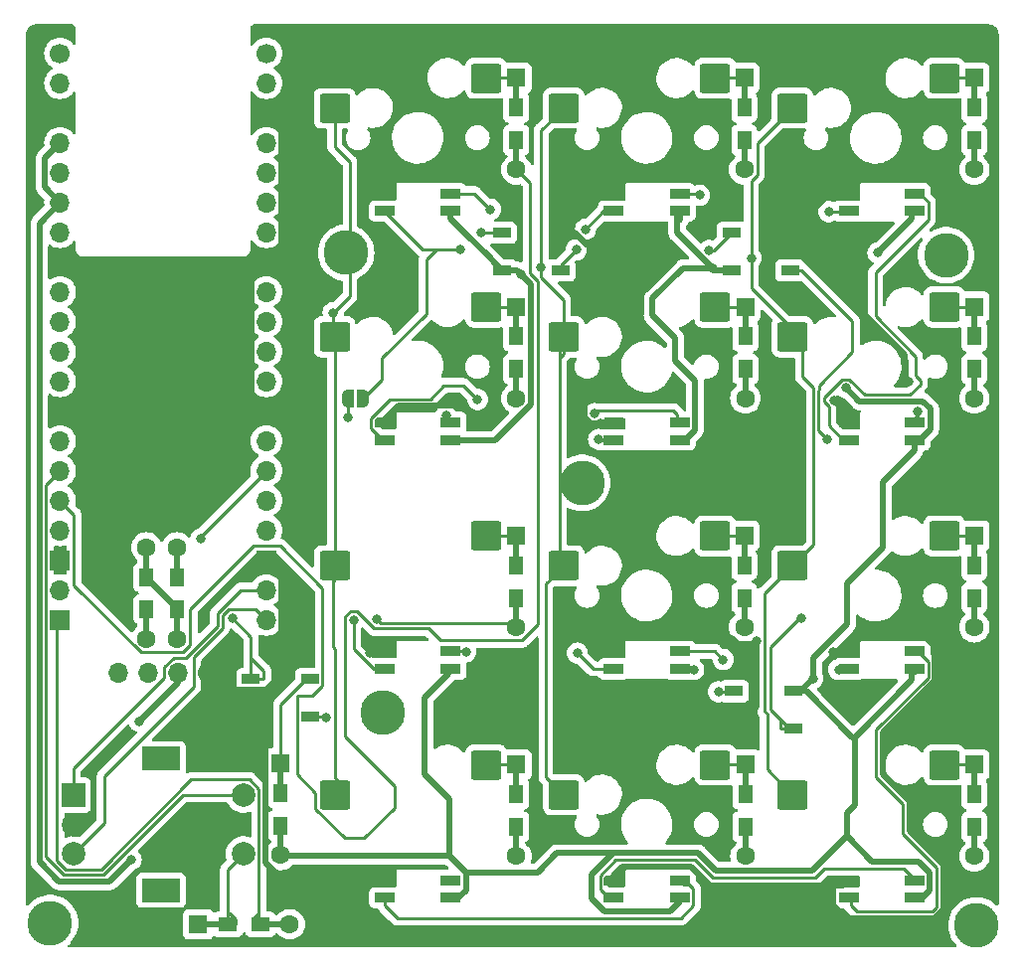
<source format=gbr>
%TF.GenerationSoftware,KiCad,Pcbnew,7.0.5*%
%TF.CreationDate,2023-09-25T19:53:57-07:00*%
%TF.ProjectId,3x4-macropad,3378342d-6d61-4637-926f-7061642e6b69,rev?*%
%TF.SameCoordinates,Original*%
%TF.FileFunction,Copper,L2,Bot*%
%TF.FilePolarity,Positive*%
%FSLAX46Y46*%
G04 Gerber Fmt 4.6, Leading zero omitted, Abs format (unit mm)*
G04 Created by KiCad (PCBNEW 7.0.5) date 2023-09-25 19:53:57*
%MOMM*%
%LPD*%
G01*
G04 APERTURE LIST*
G04 Aperture macros list*
%AMRoundRect*
0 Rectangle with rounded corners*
0 $1 Rounding radius*
0 $2 $3 $4 $5 $6 $7 $8 $9 X,Y pos of 4 corners*
0 Add a 4 corners polygon primitive as box body*
4,1,4,$2,$3,$4,$5,$6,$7,$8,$9,$2,$3,0*
0 Add four circle primitives for the rounded corners*
1,1,$1+$1,$2,$3*
1,1,$1+$1,$4,$5*
1,1,$1+$1,$6,$7*
1,1,$1+$1,$8,$9*
0 Add four rect primitives between the rounded corners*
20,1,$1+$1,$2,$3,$4,$5,0*
20,1,$1+$1,$4,$5,$6,$7,0*
20,1,$1+$1,$6,$7,$8,$9,0*
20,1,$1+$1,$8,$9,$2,$3,0*%
%AMOutline5P*
0 Free polygon, 5 corners , with rotation*
0 The origin of the aperture is its center*
0 number of corners: always 5*
0 $1 to $10 corner X, Y*
0 $11 Rotation angle, in degrees counterclockwise*
0 create outline with 5 corners*
4,1,5,$1,$2,$3,$4,$5,$6,$7,$8,$9,$10,$1,$2,$11*%
%AMOutline6P*
0 Free polygon, 6 corners , with rotation*
0 The origin of the aperture is its center*
0 number of corners: always 6*
0 $1 to $12 corner X, Y*
0 $13 Rotation angle, in degrees counterclockwise*
0 create outline with 6 corners*
4,1,6,$1,$2,$3,$4,$5,$6,$7,$8,$9,$10,$11,$12,$1,$2,$13*%
%AMOutline7P*
0 Free polygon, 7 corners , with rotation*
0 The origin of the aperture is its center*
0 number of corners: always 7*
0 $1 to $14 corner X, Y*
0 $15 Rotation angle, in degrees counterclockwise*
0 create outline with 7 corners*
4,1,7,$1,$2,$3,$4,$5,$6,$7,$8,$9,$10,$11,$12,$13,$14,$1,$2,$15*%
%AMOutline8P*
0 Free polygon, 8 corners , with rotation*
0 The origin of the aperture is its center*
0 number of corners: always 8*
0 $1 to $16 corner X, Y*
0 $17 Rotation angle, in degrees counterclockwise*
0 create outline with 8 corners*
4,1,8,$1,$2,$3,$4,$5,$6,$7,$8,$9,$10,$11,$12,$13,$14,$15,$16,$1,$2,$17*%
%AMFreePoly0*
4,1,19,0.500000,-0.750000,0.000000,-0.750000,0.000000,-0.744911,-0.071157,-0.744911,-0.207708,-0.704816,-0.327430,-0.627875,-0.420627,-0.520320,-0.479746,-0.390866,-0.500000,-0.250000,-0.500000,0.250000,-0.479746,0.390866,-0.420627,0.520320,-0.327430,0.627875,-0.207708,0.704816,-0.071157,0.744911,0.000000,0.744911,0.000000,0.750000,0.500000,0.750000,0.500000,-0.750000,0.500000,-0.750000,
$1*%
%AMFreePoly1*
4,1,19,0.000000,0.744911,0.071157,0.744911,0.207708,0.704816,0.327430,0.627875,0.420627,0.520320,0.479746,0.390866,0.500000,0.250000,0.500000,-0.250000,0.479746,-0.390866,0.420627,-0.520320,0.327430,-0.627875,0.207708,-0.704816,0.071157,-0.744911,0.000000,-0.744911,0.000000,-0.750000,-0.500000,-0.750000,-0.500000,0.750000,0.000000,0.750000,0.000000,0.744911,0.000000,0.744911,
$1*%
G04 Aperture macros list end*
%TA.AperFunction,ConnectorPad*%
%ADD10C,3.800000*%
%TD*%
%TA.AperFunction,ComponentPad*%
%ADD11C,2.600000*%
%TD*%
%TA.AperFunction,SMDPad,CuDef*%
%ADD12RoundRect,0.200000X-1.075000X-1.050000X1.075000X-1.050000X1.075000X1.050000X-1.075000X1.050000X0*%
%TD*%
%TA.AperFunction,ComponentPad*%
%ADD13R,2.000000X2.000000*%
%TD*%
%TA.AperFunction,ComponentPad*%
%ADD14C,2.000000*%
%TD*%
%TA.AperFunction,ComponentPad*%
%ADD15R,3.200000X2.000000*%
%TD*%
%TA.AperFunction,ComponentPad*%
%ADD16C,1.700000*%
%TD*%
%TA.AperFunction,ComponentPad*%
%ADD17O,1.700000X1.700000*%
%TD*%
%TA.AperFunction,SMDPad,CuDef*%
%ADD18R,1.501140X0.899160*%
%TD*%
%TA.AperFunction,ComponentPad*%
%ADD19R,1.700000X1.700000*%
%TD*%
%TA.AperFunction,SMDPad,CuDef*%
%ADD20R,1.700000X0.820000*%
%TD*%
%TA.AperFunction,SMDPad,CuDef*%
%ADD21Outline5P,-0.850000X0.410000X0.850000X0.410000X0.850000X-0.246000X0.686000X-0.410000X-0.850000X-0.410000X180.000000*%
%TD*%
%TA.AperFunction,SMDPad,CuDef*%
%ADD22R,1.200000X1.600000*%
%TD*%
%TA.AperFunction,SMDPad,CuDef*%
%ADD23R,0.500000X2.900000*%
%TD*%
%TA.AperFunction,ComponentPad*%
%ADD24R,1.600000X1.600000*%
%TD*%
%TA.AperFunction,ComponentPad*%
%ADD25C,1.600000*%
%TD*%
%TA.AperFunction,SMDPad,CuDef*%
%ADD26R,1.200000X1.500000*%
%TD*%
%TA.AperFunction,SMDPad,CuDef*%
%ADD27FreePoly0,0.000000*%
%TD*%
%TA.AperFunction,SMDPad,CuDef*%
%ADD28FreePoly1,0.000000*%
%TD*%
%TA.AperFunction,SMDPad,CuDef*%
%ADD29R,1.600000X1.200000*%
%TD*%
%TA.AperFunction,SMDPad,CuDef*%
%ADD30R,2.900000X0.500000*%
%TD*%
%TA.AperFunction,ViaPad*%
%ADD31C,0.800000*%
%TD*%
%TA.AperFunction,Conductor*%
%ADD32C,0.250000*%
%TD*%
%TA.AperFunction,Conductor*%
%ADD33C,0.500000*%
%TD*%
G04 APERTURE END LIST*
D10*
%TO.P,H1,1*%
%TO.N,N/C*%
X154900000Y-50800000D03*
D11*
X154900000Y-50800000D03*
%TD*%
D12*
%TO.P,SW12,1,1*%
%TO.N,COL3*%
X192915000Y-96960000D03*
%TO.P,SW12,2,2*%
%TO.N,Net-(D12-K)*%
X205842000Y-94420000D03*
%TD*%
%TO.P,SW9,1,1*%
%TO.N,COL3*%
X192915000Y-38460000D03*
%TO.P,SW9,2,2*%
%TO.N,Net-(D9-K)*%
X205842000Y-35920000D03*
%TD*%
D11*
%TO.P,H3,1*%
%TO.N,N/C*%
X175000000Y-70400000D03*
D10*
X175000000Y-70400000D03*
%TD*%
D12*
%TO.P,SW8,1,1*%
%TO.N,COL2*%
X173415000Y-96960000D03*
%TO.P,SW8,2,2*%
%TO.N,Net-(D8-K)*%
X186342000Y-94420000D03*
%TD*%
D13*
%TO.P,ENC1,A,A*%
%TO.N,ENC_A*%
X131650000Y-97000000D03*
D14*
%TO.P,ENC1,B,B*%
%TO.N,ENC_B*%
X131650000Y-102000000D03*
%TO.P,ENC1,C,C*%
%TO.N,GND*%
X131650000Y-99500000D03*
D15*
%TO.P,ENC1,MP*%
%TO.N,N/C*%
X139150000Y-93900000D03*
X139150000Y-105100000D03*
D14*
%TO.P,ENC1,S1,S1*%
%TO.N,Net-(D13-K)*%
X146150000Y-102000000D03*
%TO.P,ENC1,S2,S2*%
%TO.N,COL0*%
X146150000Y-97000000D03*
%TD*%
D12*
%TO.P,SW1,1,1*%
%TO.N,COL1*%
X153915000Y-38460000D03*
%TO.P,SW1,2,2*%
%TO.N,Net-(D1-K)*%
X166842000Y-35920000D03*
%TD*%
D11*
%TO.P,H5,1*%
%TO.N,N/C*%
X129700000Y-107900000D03*
D10*
X129700000Y-107900000D03*
%TD*%
D12*
%TO.P,SW4,1,1*%
%TO.N,COL1*%
X153915000Y-96960000D03*
%TO.P,SW4,2,2*%
%TO.N,Net-(D4-K)*%
X166842000Y-94420000D03*
%TD*%
%TO.P,SW11,1,1*%
%TO.N,COL3*%
X192915000Y-77460000D03*
%TO.P,SW11,2,2*%
%TO.N,Net-(D11-K)*%
X205842000Y-74920000D03*
%TD*%
%TO.P,SW5,1,1*%
%TO.N,COL2*%
X173415000Y-38460000D03*
%TO.P,SW5,2,2*%
%TO.N,Net-(D5-K)*%
X186342000Y-35920000D03*
%TD*%
D11*
%TO.P,H2,1*%
%TO.N,N/C*%
X206000000Y-51000000D03*
D10*
X206000000Y-51000000D03*
%TD*%
D12*
%TO.P,SW6,1,1*%
%TO.N,COL2*%
X173415000Y-57960000D03*
%TO.P,SW6,2,2*%
%TO.N,Net-(D6-K)*%
X186342000Y-55420000D03*
%TD*%
%TO.P,SW10,1,1*%
%TO.N,COL3*%
X192915000Y-57960000D03*
%TO.P,SW10,2,2*%
%TO.N,Net-(D10-K)*%
X205842000Y-55420000D03*
%TD*%
%TO.P,SW3,1,1*%
%TO.N,COL1*%
X153915000Y-77460000D03*
%TO.P,SW3,2,2*%
%TO.N,Net-(D3-K)*%
X166842000Y-74920000D03*
%TD*%
%TO.P,SW7,1,1*%
%TO.N,COL2*%
X173415000Y-77460000D03*
%TO.P,SW7,2,2*%
%TO.N,Net-(D7-K)*%
X186342000Y-74920000D03*
%TD*%
%TO.P,SW2,1,1*%
%TO.N,COL1*%
X153915000Y-57960000D03*
%TO.P,SW2,2,2*%
%TO.N,Net-(D2-K)*%
X166842000Y-55420000D03*
%TD*%
D11*
%TO.P,H6,1*%
%TO.N,N/C*%
X208600000Y-108100000D03*
D10*
X208600000Y-108100000D03*
%TD*%
D16*
%TO.P,OLED1,1,GND*%
%TO.N,GND*%
X143100000Y-86600000D03*
D17*
%TO.P,OLED1,2,VCC*%
%TO.N,VCC*%
X140560000Y-86600000D03*
%TO.P,OLED1,3,SCL*%
%TO.N,OLED_SCL*%
X138020000Y-86600000D03*
%TO.P,OLED1,4,SDA*%
%TO.N,OLED_SDA*%
X135480000Y-86600000D03*
%TD*%
D11*
%TO.P,H4,1*%
%TO.N,N/C*%
X158000000Y-90000000D03*
D10*
X158000000Y-90000000D03*
%TD*%
D18*
%TO.P,LED13,1,VDD*%
%TO.N,VBUS*%
X168200640Y-52300200D03*
%TO.P,LED13,2,DOUT*%
%TO.N,Net-(JP1-B)*%
X168200640Y-49099800D03*
%TO.P,LED13,3,VSS*%
%TO.N,GND*%
X173199360Y-49099800D03*
%TO.P,LED13,4,DIN*%
%TO.N,Net-(LED13-DIN)*%
X173199360Y-52300200D03*
%TD*%
%TO.P,LED15,1,VDD*%
%TO.N,VBUS*%
X192949360Y-88149800D03*
%TO.P,LED15,2,DOUT*%
%TO.N,Net-(LED14-DIN)*%
X192949360Y-91350200D03*
%TO.P,LED15,3,VSS*%
%TO.N,GND*%
X187950640Y-91350200D03*
%TO.P,LED15,4,DIN*%
%TO.N,Net-(LED15-DIN)*%
X187950640Y-88149800D03*
%TD*%
D16*
%TO.P,U1,1,GP0*%
%TO.N,unconnected-(U1-GP0-Pad1)*%
X148108000Y-33813000D03*
D17*
%TO.P,U1,2,GP1*%
%TO.N,unconnected-(U1-GP1-Pad2)*%
X148108000Y-36353000D03*
D19*
%TO.P,U1,3,GND*%
%TO.N,GND*%
X148108000Y-38893000D03*
D17*
%TO.P,U1,4,GP2*%
%TO.N,unconnected-(U1-GP2-Pad4)*%
X148108000Y-41433000D03*
%TO.P,U1,5,GP3*%
%TO.N,unconnected-(U1-GP3-Pad5)*%
X148108000Y-43973000D03*
%TO.P,U1,6,GP4*%
%TO.N,unconnected-(U1-GP4-Pad6)*%
X148108000Y-46513000D03*
%TO.P,U1,7,GP5*%
%TO.N,unconnected-(U1-GP5-Pad7)*%
X148108000Y-49053000D03*
D19*
%TO.P,U1,8,GND*%
%TO.N,GND*%
X148108000Y-51593000D03*
D17*
%TO.P,U1,9,GP6*%
%TO.N,unconnected-(U1-GP6-Pad9)*%
X148108000Y-54133000D03*
%TO.P,U1,10,GP7*%
%TO.N,unconnected-(U1-GP7-Pad10)*%
X148108000Y-56673000D03*
%TO.P,U1,11,GP8*%
%TO.N,unconnected-(U1-GP8-Pad11)*%
X148108000Y-59213000D03*
%TO.P,U1,12,GP9*%
%TO.N,unconnected-(U1-GP9-Pad12)*%
X148108000Y-61753000D03*
D19*
%TO.P,U1,13,GND*%
%TO.N,GND*%
X148108000Y-64293000D03*
D17*
%TO.P,U1,14,GP10*%
%TO.N,unconnected-(U1-GP10-Pad14)*%
X148108000Y-66833000D03*
%TO.P,U1,15,GP11*%
%TO.N,RGB*%
X148108000Y-69373000D03*
%TO.P,U1,16,GP12*%
%TO.N,OLED_SDA*%
X148108000Y-71913000D03*
%TO.P,U1,17,GP13*%
%TO.N,OLED_SCL*%
X148108000Y-74453000D03*
D19*
%TO.P,U1,18,GND*%
%TO.N,GND*%
X148108000Y-76993000D03*
D17*
%TO.P,U1,19,GP14*%
%TO.N,ENC_A*%
X148108000Y-79533000D03*
%TO.P,U1,20,GP15*%
%TO.N,ENC_B*%
X148108000Y-82073000D03*
D19*
%TO.P,U1,21,GP16*%
%TO.N,ROW3*%
X130544000Y-82073000D03*
D17*
%TO.P,U1,22,GP17*%
%TO.N,ROW2*%
X130544000Y-79533000D03*
D19*
%TO.P,U1,23,GND*%
%TO.N,GND*%
X130544000Y-76993000D03*
D17*
%TO.P,U1,24,GP18*%
%TO.N,ROW1*%
X130544000Y-74453000D03*
%TO.P,U1,25,GP19*%
%TO.N,ROW0*%
X130544000Y-71913000D03*
%TO.P,U1,26,GP20*%
%TO.N,COL0*%
X130544000Y-69373000D03*
%TO.P,U1,27,GP21*%
%TO.N,COL1*%
X130544000Y-66833000D03*
D19*
%TO.P,U1,28,GND*%
%TO.N,GND*%
X130544000Y-64293000D03*
D17*
%TO.P,U1,29,GP22*%
%TO.N,COL2*%
X130544000Y-61753000D03*
%TO.P,U1,30,GP26*%
%TO.N,COL3*%
X130544000Y-59213000D03*
%TO.P,U1,31,GP27*%
%TO.N,unconnected-(U1-GP27-Pad31)*%
X130544000Y-56673000D03*
%TO.P,U1,32,GP28*%
%TO.N,unconnected-(U1-GP28-Pad32)*%
X130544000Y-54133000D03*
D19*
%TO.P,U1,33,GND*%
%TO.N,GND*%
X130544000Y-51593000D03*
D17*
%TO.P,U1,34,GP29*%
%TO.N,unconnected-(U1-GP29-Pad34)*%
X130544000Y-49053000D03*
%TO.P,U1,35,ADC_VREF*%
%TO.N,VCC*%
X130544000Y-46513000D03*
%TO.P,U1,36,GP24*%
%TO.N,unconnected-(U1-GP24-Pad36)*%
X130544000Y-43973000D03*
%TO.P,U1,37,3V3*%
%TO.N,VCC*%
X130544000Y-41433000D03*
D19*
%TO.P,U1,38,GND*%
%TO.N,GND*%
X130544000Y-38893000D03*
D17*
%TO.P,U1,39,VSYS*%
%TO.N,unconnected-(U1-VSYS-Pad39)*%
X130544000Y-36353000D03*
D16*
%TO.P,U1,40,VBUS*%
%TO.N,VBUS*%
X130544000Y-33813000D03*
%TD*%
D18*
%TO.P,LED14,1,VDD*%
%TO.N,VBUS*%
X187700640Y-52300200D03*
%TO.P,LED14,2,DOUT*%
%TO.N,Net-(LED13-DIN)*%
X187700640Y-49099800D03*
%TO.P,LED14,3,VSS*%
%TO.N,GND*%
X192699360Y-49099800D03*
%TO.P,LED14,4,DIN*%
%TO.N,Net-(LED14-DIN)*%
X192699360Y-52300200D03*
%TD*%
D20*
%TO.P,LED11,1,VDD*%
%TO.N,VBUS*%
X183300000Y-47250000D03*
%TO.P,LED11,2,DOUT*%
%TO.N,Net-(LED10-DIN)*%
X183300000Y-45750000D03*
D21*
%TO.P,LED11,3,GND*%
%TO.N,GND*%
X177700000Y-45750000D03*
D20*
%TO.P,LED11,4,DIN*%
%TO.N,Net-(LED11-DIN)*%
X177700000Y-47250000D03*
%TD*%
D18*
%TO.P,LED16,1,VDD*%
%TO.N,Net-(D14-K)*%
X151799360Y-87099800D03*
%TO.P,LED16,2,DOUT*%
%TO.N,Net-(LED15-DIN)*%
X151799360Y-90300200D03*
%TO.P,LED16,3,VSS*%
%TO.N,GND*%
X146800640Y-90300200D03*
%TO.P,LED16,4,DIN*%
%TO.N,RGB*%
X146800640Y-87099800D03*
%TD*%
D20*
%TO.P,LED3,1,VDD*%
%TO.N,VBUS*%
X203300000Y-105750000D03*
%TO.P,LED3,2,DOUT*%
%TO.N,Net-(LED2-DIN)*%
X203300000Y-104250000D03*
D21*
%TO.P,LED3,3,GND*%
%TO.N,GND*%
X197700000Y-104250000D03*
D20*
%TO.P,LED3,4,DIN*%
%TO.N,Net-(LED3-DIN)*%
X197700000Y-105750000D03*
%TD*%
D22*
%TO.P,D14,1,K*%
%TO.N,Net-(D14-K)*%
X149300000Y-96800000D03*
D23*
X149300000Y-95700000D03*
D24*
X149300000Y-94300000D03*
D25*
%TO.P,D14,2,A*%
%TO.N,VBUS*%
X149300000Y-102100000D03*
D23*
X149300000Y-100700000D03*
D22*
X149300000Y-99600000D03*
%TD*%
D20*
%TO.P,LED8,1,VDD*%
%TO.N,VBUS*%
X183300000Y-66750000D03*
%TO.P,LED8,2,DOUT*%
%TO.N,Net-(LED7-DIN)*%
X183300000Y-65250000D03*
D21*
%TO.P,LED8,3,GND*%
%TO.N,GND*%
X177700000Y-65250000D03*
D20*
%TO.P,LED8,4,DIN*%
%TO.N,Net-(LED8-DIN)*%
X177700000Y-66750000D03*
%TD*%
%TO.P,LED10,1,VDD*%
%TO.N,VBUS*%
X203300000Y-47250000D03*
%TO.P,LED10,2,DOUT*%
%TO.N,Net-(LED10-DOUT)*%
X203300000Y-45750000D03*
D21*
%TO.P,LED10,3,GND*%
%TO.N,GND*%
X197700000Y-45750000D03*
D20*
%TO.P,LED10,4,DIN*%
%TO.N,Net-(LED10-DIN)*%
X197700000Y-47250000D03*
%TD*%
D22*
%TO.P,D11,1,K*%
%TO.N,Net-(D11-K)*%
X208400000Y-77400000D03*
D23*
X208400000Y-76300000D03*
D24*
X208400000Y-74900000D03*
D25*
%TO.P,D11,2,A*%
%TO.N,ROW2*%
X208400000Y-82700000D03*
D23*
X208400000Y-81300000D03*
D22*
X208400000Y-80200000D03*
%TD*%
%TO.P,D5,1,K*%
%TO.N,Net-(D5-K)*%
X188800000Y-38400000D03*
D23*
X188800000Y-37300000D03*
D24*
X188800000Y-35900000D03*
D25*
%TO.P,D5,2,A*%
%TO.N,ROW0*%
X188800000Y-43700000D03*
D23*
X188800000Y-42300000D03*
D22*
X188800000Y-41200000D03*
%TD*%
D20*
%TO.P,LED9,1,VDD*%
%TO.N,VBUS*%
X203300000Y-66750000D03*
%TO.P,LED9,2,DOUT*%
%TO.N,Net-(LED8-DIN)*%
X203300000Y-65250000D03*
D21*
%TO.P,LED9,3,GND*%
%TO.N,GND*%
X197700000Y-65250000D03*
D20*
%TO.P,LED9,4,DIN*%
%TO.N,Net-(LED10-DOUT)*%
X197700000Y-66750000D03*
%TD*%
%TO.P,LED12,1,VDD*%
%TO.N,VBUS*%
X163800000Y-47250000D03*
%TO.P,LED12,2,DOUT*%
%TO.N,Net-(LED11-DIN)*%
X163800000Y-45750000D03*
D21*
%TO.P,LED12,3,GND*%
%TO.N,GND*%
X158200000Y-45750000D03*
D20*
%TO.P,LED12,4,DIN*%
%TO.N,Net-(JP1-B)*%
X158200000Y-47250000D03*
%TD*%
%TO.P,LED4,1,VDD*%
%TO.N,VBUS*%
X203300000Y-86250000D03*
%TO.P,LED4,2,DOUT*%
%TO.N,Net-(LED3-DIN)*%
X203300000Y-84750000D03*
D21*
%TO.P,LED4,3,GND*%
%TO.N,GND*%
X197700000Y-84750000D03*
D20*
%TO.P,LED4,4,DIN*%
%TO.N,Net-(LED4-DIN)*%
X197700000Y-86250000D03*
%TD*%
%TO.P,LED6,1,VDD*%
%TO.N,VBUS*%
X163800000Y-86250000D03*
%TO.P,LED6,2,DOUT*%
%TO.N,Net-(LED5-DIN)*%
X163800000Y-84750000D03*
D21*
%TO.P,LED6,3,GND*%
%TO.N,GND*%
X158200000Y-84750000D03*
D20*
%TO.P,LED6,4,DIN*%
%TO.N,Net-(LED6-DIN)*%
X158200000Y-86250000D03*
%TD*%
D26*
%TO.P,R2,1*%
%TO.N,OLED_SCL*%
X140500000Y-78450000D03*
D23*
X140500000Y-77300000D03*
D25*
X140500000Y-75900000D03*
%TO.P,R2,2*%
%TO.N,VCC*%
X140500000Y-83700000D03*
D23*
X140500000Y-82300000D03*
D26*
X140500000Y-81150000D03*
%TD*%
D20*
%TO.P,LED2,1,VDD*%
%TO.N,VBUS*%
X183300000Y-105750000D03*
%TO.P,LED2,2,DOUT*%
%TO.N,Net-(LED1-DIN)*%
X183300000Y-104250000D03*
D21*
%TO.P,LED2,3,GND*%
%TO.N,GND*%
X177700000Y-104250000D03*
D20*
%TO.P,LED2,4,DIN*%
%TO.N,Net-(LED2-DIN)*%
X177700000Y-105750000D03*
%TD*%
D22*
%TO.P,D7,1,K*%
%TO.N,Net-(D7-K)*%
X188800000Y-77400000D03*
D23*
X188800000Y-76300000D03*
D24*
X188800000Y-74900000D03*
D25*
%TO.P,D7,2,A*%
%TO.N,ROW2*%
X188800000Y-82700000D03*
D23*
X188800000Y-81300000D03*
D22*
X188800000Y-80200000D03*
%TD*%
%TO.P,D6,1,K*%
%TO.N,Net-(D6-K)*%
X188900000Y-57900000D03*
D23*
X188900000Y-56800000D03*
D24*
X188900000Y-55400000D03*
D25*
%TO.P,D6,2,A*%
%TO.N,ROW1*%
X188900000Y-63200000D03*
D23*
X188900000Y-61800000D03*
D22*
X188900000Y-60700000D03*
%TD*%
%TO.P,D9,1,K*%
%TO.N,Net-(D9-K)*%
X208400000Y-38400000D03*
D23*
X208400000Y-37300000D03*
D24*
X208400000Y-35900000D03*
D25*
%TO.P,D9,2,A*%
%TO.N,ROW0*%
X208400000Y-43700000D03*
D23*
X208400000Y-42300000D03*
D22*
X208400000Y-41200000D03*
%TD*%
D20*
%TO.P,LED1,1,VDD*%
%TO.N,VBUS*%
X163800000Y-105750000D03*
%TO.P,LED1,2,DOUT*%
%TO.N,unconnected-(LED1-DOUT-Pad2)*%
X163800000Y-104250000D03*
D21*
%TO.P,LED1,3,GND*%
%TO.N,GND*%
X158200000Y-104250000D03*
D20*
%TO.P,LED1,4,DIN*%
%TO.N,Net-(LED1-DIN)*%
X158200000Y-105750000D03*
%TD*%
D22*
%TO.P,D1,1,K*%
%TO.N,Net-(D1-K)*%
X169400000Y-38400000D03*
D23*
X169400000Y-37300000D03*
D24*
X169400000Y-35900000D03*
D25*
%TO.P,D1,2,A*%
%TO.N,ROW0*%
X169400000Y-43700000D03*
D23*
X169400000Y-42300000D03*
D22*
X169400000Y-41200000D03*
%TD*%
%TO.P,D4,1,K*%
%TO.N,Net-(D4-K)*%
X169400000Y-96900000D03*
D23*
X169400000Y-95800000D03*
D24*
X169400000Y-94400000D03*
D25*
%TO.P,D4,2,A*%
%TO.N,ROW3*%
X169400000Y-102200000D03*
D23*
X169400000Y-100800000D03*
D22*
X169400000Y-99700000D03*
%TD*%
D20*
%TO.P,LED5,1,VDD*%
%TO.N,VBUS*%
X183300000Y-86250000D03*
%TO.P,LED5,2,DOUT*%
%TO.N,Net-(LED4-DIN)*%
X183300000Y-84750000D03*
D21*
%TO.P,LED5,3,GND*%
%TO.N,GND*%
X177700000Y-84750000D03*
D20*
%TO.P,LED5,4,DIN*%
%TO.N,Net-(LED5-DIN)*%
X177700000Y-86250000D03*
%TD*%
D22*
%TO.P,D10,1,K*%
%TO.N,Net-(D10-K)*%
X208400000Y-57900000D03*
D23*
X208400000Y-56800000D03*
D24*
X208400000Y-55400000D03*
D25*
%TO.P,D10,2,A*%
%TO.N,ROW1*%
X208400000Y-63200000D03*
D23*
X208400000Y-61800000D03*
D22*
X208400000Y-60700000D03*
%TD*%
D27*
%TO.P,JP1,1,A*%
%TO.N,RGB*%
X155050000Y-63200000D03*
D28*
%TO.P,JP1,2,B*%
%TO.N,Net-(JP1-B)*%
X156350000Y-63200000D03*
%TD*%
D29*
%TO.P,D13,1,K*%
%TO.N,Net-(D13-K)*%
X144800000Y-108000000D03*
D30*
X143700000Y-108000000D03*
D24*
X142300000Y-108000000D03*
D25*
%TO.P,D13,2,A*%
%TO.N,ROW3*%
X150100000Y-108000000D03*
D30*
X148700000Y-108000000D03*
D29*
X147600000Y-108000000D03*
%TD*%
D22*
%TO.P,D8,1,K*%
%TO.N,Net-(D8-K)*%
X188900000Y-96900000D03*
D23*
X188900000Y-95800000D03*
D24*
X188900000Y-94400000D03*
D25*
%TO.P,D8,2,A*%
%TO.N,ROW3*%
X188900000Y-102200000D03*
D23*
X188900000Y-100800000D03*
D22*
X188900000Y-99700000D03*
%TD*%
%TO.P,D12,1,K*%
%TO.N,Net-(D12-K)*%
X208400000Y-96900000D03*
D23*
X208400000Y-95800000D03*
D24*
X208400000Y-94400000D03*
D25*
%TO.P,D12,2,A*%
%TO.N,ROW3*%
X208400000Y-102200000D03*
D23*
X208400000Y-100800000D03*
D22*
X208400000Y-99700000D03*
%TD*%
%TO.P,D2,1,K*%
%TO.N,Net-(D2-K)*%
X169400000Y-57900000D03*
D23*
X169400000Y-56800000D03*
D24*
X169400000Y-55400000D03*
D25*
%TO.P,D2,2,A*%
%TO.N,ROW1*%
X169400000Y-63200000D03*
D23*
X169400000Y-61800000D03*
D22*
X169400000Y-60700000D03*
%TD*%
D26*
%TO.P,R1,1*%
%TO.N,OLED_SDA*%
X137900000Y-81150000D03*
D23*
X137900000Y-82300000D03*
D25*
X137900000Y-83700000D03*
%TO.P,R1,2*%
%TO.N,VCC*%
X137900000Y-75900000D03*
D23*
X137900000Y-77300000D03*
D26*
X137900000Y-78450000D03*
%TD*%
D22*
%TO.P,D3,1,K*%
%TO.N,Net-(D3-K)*%
X169400000Y-77400000D03*
D23*
X169400000Y-76300000D03*
D24*
X169400000Y-74900000D03*
D25*
%TO.P,D3,2,A*%
%TO.N,ROW2*%
X169400000Y-82700000D03*
D23*
X169400000Y-81300000D03*
D22*
X169400000Y-80200000D03*
%TD*%
D20*
%TO.P,LED7,1,VDD*%
%TO.N,VBUS*%
X163800000Y-66750000D03*
%TO.P,LED7,2,DOUT*%
%TO.N,Net-(LED6-DIN)*%
X163800000Y-65250000D03*
D21*
%TO.P,LED7,3,GND*%
%TO.N,GND*%
X158200000Y-65250000D03*
D20*
%TO.P,LED7,4,DIN*%
%TO.N,Net-(LED7-DIN)*%
X158200000Y-66750000D03*
%TD*%
D31*
%TO.N,ROW2*%
X157550000Y-82025700D03*
%TO.N,GND*%
X202840000Y-61764300D03*
X156900000Y-84900000D03*
X164700000Y-63500000D03*
X189818000Y-83861100D03*
X196485000Y-63389300D03*
X176300000Y-84500000D03*
X196400000Y-84800000D03*
X176573000Y-65355700D03*
X149100000Y-83800000D03*
%TO.N,VCC*%
X136600000Y-102500000D03*
X137300000Y-90700000D03*
%TO.N,COL1*%
X153800000Y-55900000D03*
%TO.N,COL2*%
X171500000Y-52051000D03*
%TO.N,COL3*%
X189400000Y-51250500D03*
%TO.N,VBUS*%
X200200000Y-50800000D03*
X197460000Y-62301200D03*
X186100000Y-52100000D03*
X169825000Y-52674600D03*
X194652000Y-87056700D03*
X184500000Y-86300000D03*
%TO.N,RGB*%
X155100000Y-64800000D03*
X145200000Y-81900000D03*
X142512000Y-75177500D03*
%TO.N,Net-(LED4-DIN)*%
X196849000Y-86302400D03*
X187017000Y-85450500D03*
%TO.N,Net-(LED5-DIN)*%
X174599000Y-84899300D03*
X165100000Y-84800000D03*
%TO.N,Net-(LED6-DIN)*%
X155524000Y-82093400D03*
X163401000Y-64686500D03*
%TO.N,Net-(LED7-DIN)*%
X166101000Y-63300600D03*
X176059000Y-64498500D03*
%TO.N,Net-(LED8-DIN)*%
X203578000Y-64300000D03*
X176400000Y-66700000D03*
%TO.N,Net-(LED10-DIN)*%
X185000000Y-45900000D03*
X196000000Y-47300000D03*
%TO.N,Net-(LED11-DIN)*%
X175296000Y-48794700D03*
X167200000Y-47100000D03*
%TO.N,Net-(JP1-B)*%
X164600000Y-50500000D03*
X166400000Y-49100000D03*
%TO.N,Net-(LED13-DIN)*%
X185801000Y-50599300D03*
X174500000Y-50549500D03*
%TO.N,Net-(LED14-DIN)*%
X193700000Y-81900000D03*
X195857000Y-66681900D03*
%TO.N,Net-(LED15-DIN)*%
X186600000Y-88200000D03*
X153190000Y-90400000D03*
%TD*%
D32*
%TO.N,ROW0*%
X154763000Y-100676000D02*
X156407000Y-100676000D01*
X137434000Y-84825000D02*
X141000000Y-84825000D01*
X141625000Y-84200000D02*
X141625000Y-81126000D01*
X162925000Y-83825000D02*
X169875000Y-83825000D01*
X150724000Y-95223800D02*
X152300000Y-96800000D01*
X171225000Y-82475500D02*
X171225000Y-53261200D01*
X156407000Y-100676000D02*
X159015000Y-98068000D01*
X170550000Y-44849900D02*
X169400000Y-43700000D01*
X152300000Y-98212500D02*
X154763000Y-100676000D01*
X169400000Y-43700000D02*
X169400000Y-42300000D01*
X159015000Y-98068000D02*
X159015000Y-96204100D01*
X155800000Y-81300000D02*
X157300000Y-82800500D01*
X169875000Y-83825000D02*
X171225000Y-82475500D01*
X169400000Y-42300000D02*
X169400000Y-41200000D01*
X170550000Y-52586600D02*
X170550000Y-44849900D01*
X146984000Y-75767000D02*
X149267000Y-75767000D01*
X208400000Y-43700000D02*
X208400000Y-42300000D01*
X157300000Y-82800500D02*
X161900000Y-82800500D01*
X159015000Y-96204100D02*
X154800000Y-91988600D01*
X188800000Y-43700000D02*
X188800000Y-42300000D01*
X161900000Y-82800500D02*
X162925000Y-83825000D01*
X188800000Y-42300000D02*
X188800000Y-41200000D01*
X155293000Y-81300000D02*
X155800000Y-81300000D01*
X141625000Y-81126000D02*
X146984000Y-75767000D01*
X130544000Y-71913000D02*
X131719000Y-73088000D01*
X154800000Y-81793100D02*
X155293000Y-81300000D01*
X152875000Y-79374900D02*
X152875000Y-87725100D01*
X131719000Y-73088000D02*
X131719000Y-79110000D01*
X131719000Y-79110000D02*
X137434000Y-84825000D01*
X150724000Y-88550600D02*
X150724000Y-95223800D01*
X152300000Y-96800000D02*
X152300000Y-98212500D01*
X152875000Y-87725100D02*
X152049000Y-88550600D01*
X149267000Y-75767000D02*
X152875000Y-79374900D01*
X154800000Y-91988600D02*
X154800000Y-81793100D01*
X152049000Y-88550600D02*
X150724000Y-88550600D01*
X171225000Y-53261200D02*
X170550000Y-52586600D01*
X208400000Y-42300000D02*
X208400000Y-41200000D01*
X141000000Y-84825000D02*
X141625000Y-84200000D01*
%TO.N,Net-(D1-K)*%
X169400000Y-35900000D02*
X166862000Y-35900000D01*
X166862000Y-35900000D02*
X166842000Y-35920000D01*
X169400000Y-38400000D02*
X169400000Y-37300000D01*
X169400000Y-37300000D02*
X169400000Y-35900000D01*
%TO.N,ROW1*%
X169400000Y-61800000D02*
X169400000Y-60700000D01*
X188900000Y-60700000D02*
X188900000Y-61800000D01*
X208400000Y-63200000D02*
X208400000Y-61800000D01*
X188900000Y-63200000D02*
X188900000Y-61800000D01*
X208400000Y-61800000D02*
X208400000Y-60700000D01*
X169400000Y-63200000D02*
X169400000Y-61800000D01*
%TO.N,Net-(D2-K)*%
X169400000Y-55400000D02*
X166862000Y-55400000D01*
X169400000Y-57900000D02*
X169400000Y-56800000D01*
X169400000Y-56800000D02*
X169400000Y-55400000D01*
X166862000Y-55400000D02*
X166842000Y-55420000D01*
%TO.N,ROW2*%
X188800000Y-82700000D02*
X188800000Y-81300000D01*
X169400000Y-81300000D02*
X169400000Y-82700000D01*
X208400000Y-81300000D02*
X208400000Y-80200000D01*
X169051000Y-82351000D02*
X157876000Y-82351000D01*
X169400000Y-81300000D02*
X169400000Y-80200000D01*
X208400000Y-82700000D02*
X208400000Y-81300000D01*
X188800000Y-81300000D02*
X188800000Y-80200000D01*
X157876000Y-82351000D02*
X157550000Y-82025700D01*
%TO.N,Net-(D3-K)*%
X169400000Y-76300000D02*
X169400000Y-74900000D01*
X166862000Y-74900000D02*
X166842000Y-74920000D01*
X169400000Y-74900000D02*
X166862000Y-74900000D01*
X169400000Y-77400000D02*
X169400000Y-76300000D01*
%TO.N,ROW3*%
X169400000Y-102200000D02*
X169400000Y-100800000D01*
X146923000Y-108000000D02*
X146923000Y-107613000D01*
X150100000Y-108000000D02*
X148700000Y-108000000D01*
X130275000Y-82342000D02*
X130275000Y-102575000D01*
X141677000Y-95675000D02*
X146699000Y-95675000D01*
X147475000Y-107181000D02*
X147475000Y-107875000D01*
X208400000Y-100800000D02*
X208400000Y-99700000D01*
X188900000Y-102200000D02*
X188900000Y-100800000D01*
X169400000Y-100800000D02*
X169400000Y-99700000D01*
X130544000Y-82073000D02*
X130275000Y-82342000D01*
X146923000Y-107613000D02*
X147355000Y-107181000D01*
X134027000Y-103325000D02*
X141677000Y-95675000D01*
X188900000Y-100800000D02*
X188900000Y-99700000D01*
X148700000Y-108000000D02*
X147600000Y-108000000D01*
X147475000Y-96451200D02*
X147475000Y-107181000D01*
X130275000Y-102575000D02*
X131025000Y-103325000D01*
X147355000Y-107181000D02*
X147475000Y-107181000D01*
X131025000Y-103325000D02*
X134027000Y-103325000D01*
X146699000Y-95675000D02*
X147475000Y-96451200D01*
X208400000Y-102200000D02*
X208400000Y-100800000D01*
X147600000Y-108000000D02*
X146923000Y-108000000D01*
%TO.N,Net-(D4-K)*%
X169400000Y-94400000D02*
X166862000Y-94400000D01*
X169400000Y-95800000D02*
X169400000Y-94400000D01*
X166862000Y-94400000D02*
X166842000Y-94420000D01*
X169400000Y-96900000D02*
X169400000Y-95800000D01*
%TO.N,Net-(D5-K)*%
X188800000Y-35900000D02*
X186362000Y-35900000D01*
X186362000Y-35900000D02*
X186342000Y-35920000D01*
X188800000Y-38400000D02*
X188800000Y-37300000D01*
X188800000Y-37300000D02*
X188800000Y-35900000D01*
%TO.N,Net-(D6-K)*%
X188900000Y-57900000D02*
X188900000Y-56800000D01*
X188900000Y-55400000D02*
X186362000Y-55400000D01*
X186362000Y-55400000D02*
X186342000Y-55420000D01*
X188900000Y-56800000D02*
X188900000Y-55400000D01*
%TO.N,Net-(D7-K)*%
X188800000Y-77400000D02*
X188800000Y-76300000D01*
X188800000Y-74900000D02*
X186362000Y-74900000D01*
X188800000Y-76300000D02*
X188800000Y-74900000D01*
X186362000Y-74900000D02*
X186342000Y-74920000D01*
%TO.N,Net-(D8-K)*%
X186362000Y-94400000D02*
X186342000Y-94420000D01*
X188900000Y-95800000D02*
X188900000Y-94400000D01*
X188900000Y-96900000D02*
X188900000Y-95800000D01*
X188900000Y-94400000D02*
X186362000Y-94400000D01*
%TO.N,Net-(D9-K)*%
X208400000Y-35900000D02*
X205862000Y-35900000D01*
X205862000Y-35900000D02*
X205842000Y-35920000D01*
X208400000Y-38400000D02*
X208400000Y-37300000D01*
X208400000Y-37300000D02*
X208400000Y-35900000D01*
%TO.N,Net-(D10-K)*%
X208400000Y-57900000D02*
X208400000Y-56800000D01*
X208400000Y-55400000D02*
X205862000Y-55400000D01*
X208400000Y-56800000D02*
X208400000Y-55400000D01*
X205862000Y-55400000D02*
X205842000Y-55420000D01*
%TO.N,Net-(D11-K)*%
X208400000Y-74900000D02*
X205862000Y-74900000D01*
X208400000Y-77400000D02*
X208400000Y-76300000D01*
X205862000Y-74900000D02*
X205842000Y-74920000D01*
X208400000Y-76300000D02*
X208400000Y-74900000D01*
%TO.N,Net-(D12-K)*%
X205862000Y-94400000D02*
X205842000Y-94420000D01*
X208400000Y-94400000D02*
X205862000Y-94400000D01*
X208400000Y-95800000D02*
X208400000Y-94400000D01*
X208400000Y-96900000D02*
X208400000Y-95800000D01*
D33*
%TO.N,GND*%
X178640000Y-58860000D02*
X178640000Y-53340000D01*
X177794000Y-65355600D02*
X176573000Y-65355600D01*
X146808000Y-62993000D02*
X146808000Y-52893000D01*
X185910000Y-104700000D02*
X184310000Y-103100000D01*
X149408000Y-83492000D02*
X149100000Y-83800000D01*
X158200000Y-40207700D02*
X158400000Y-40007700D01*
X177700000Y-45750000D02*
X177900000Y-45750000D01*
X197700000Y-65250000D02*
X197700000Y-64604000D01*
X205051000Y-107475000D02*
X197465000Y-107475000D01*
X149408000Y-78293000D02*
X149408000Y-83492000D01*
X177700000Y-103840000D02*
X177700000Y-104250000D01*
X189579000Y-84100000D02*
X189818000Y-83861100D01*
X205750000Y-102914000D02*
X205750000Y-106776000D01*
X204310000Y-83600000D02*
X205050000Y-84339500D01*
X176573000Y-65355700D02*
X175714000Y-65355700D01*
X205050000Y-87223000D02*
X200590000Y-91682500D01*
X158400000Y-40007700D02*
X159140000Y-39267700D01*
X198634000Y-83600000D02*
X204310000Y-83600000D01*
X196400000Y-84800000D02*
X196450000Y-84750000D01*
X158400000Y-64834300D02*
X159397000Y-63837000D01*
X149408000Y-50293000D02*
X149408000Y-40193000D01*
X157988000Y-36500000D02*
X150485000Y-36500000D01*
X146808000Y-52893000D02*
X148108000Y-51593000D01*
X200590000Y-91682500D02*
X200590000Y-95241800D01*
X158400000Y-104250000D02*
X158200000Y-104250000D01*
X158200000Y-45750000D02*
X158200000Y-40207700D01*
X173199000Y-49099800D02*
X176549000Y-45750000D01*
X148050000Y-91549100D02*
X146801000Y-90300200D01*
X158161000Y-36673200D02*
X157998000Y-36510000D01*
X188220000Y-84100000D02*
X189579000Y-84100000D01*
X159140000Y-39267700D02*
X159140000Y-37652300D01*
X196400000Y-104700000D02*
X185910000Y-104700000D01*
X202894000Y-97545800D02*
X202894000Y-100058000D01*
X189876000Y-83919400D02*
X189818000Y-83861100D01*
X202894000Y-100058000D02*
X205750000Y-102914000D01*
X197465000Y-107475000D02*
X196400000Y-106410000D01*
X200590000Y-95241800D02*
X202894000Y-97545800D01*
X146800000Y-90300200D02*
X144499000Y-87999400D01*
X148108000Y-76993000D02*
X149408000Y-78293000D01*
X157998000Y-36510000D02*
X157988000Y-36500000D01*
X144499000Y-87999400D02*
X143100000Y-86600000D01*
X173199400Y-49099800D02*
X173199000Y-49099800D01*
X175209000Y-63491000D02*
X178056000Y-60643900D01*
X159140000Y-39267700D02*
X159200000Y-39207700D01*
X148050000Y-102717000D02*
X148050000Y-91549100D01*
X158161000Y-36673200D02*
X157998000Y-36510000D01*
X205750000Y-106776000D02*
X205051000Y-107475000D01*
X196450000Y-84750000D02*
X197484000Y-84750000D01*
X159200000Y-39207700D02*
X159200000Y-37712300D01*
X178440000Y-103100000D02*
X177700000Y-103840000D01*
X158400000Y-40007700D02*
X159140000Y-39267700D01*
X148108000Y-51593000D02*
X149408000Y-50293000D01*
X177700000Y-84750000D02*
X176550000Y-84750000D01*
X176300000Y-84500000D02*
X177200000Y-83600000D01*
X149408000Y-40193000D02*
X148108000Y-38893000D01*
X192699000Y-49099800D02*
X192699000Y-49743100D01*
X197484000Y-84750000D02*
X198634000Y-83600000D01*
X149100000Y-87051500D02*
X148152000Y-87999400D01*
X156900000Y-84900000D02*
X158250000Y-84900000D01*
X149100000Y-83800000D02*
X149100000Y-87051500D01*
X174400000Y-49099800D02*
X173199400Y-49099800D01*
X148152000Y-87999400D02*
X144499000Y-87999400D01*
X197700000Y-64604000D02*
X196485000Y-63389300D01*
X189876000Y-89425200D02*
X189876000Y-83919400D01*
X158200000Y-104250000D02*
X149582000Y-104250000D01*
X159200000Y-37712300D02*
X158161000Y-36673200D01*
X178640000Y-53340000D02*
X174400000Y-49099800D01*
X158400000Y-65250000D02*
X158400000Y-64834300D01*
X177900000Y-84750000D02*
X177700000Y-84750000D01*
X159397000Y-63837000D02*
X164363000Y-63837000D01*
X144499000Y-87999400D02*
X143100000Y-86600000D01*
X175714000Y-65355700D02*
X175209000Y-64850600D01*
X149582000Y-104250000D02*
X148050000Y-102717000D01*
X164363000Y-63837000D02*
X164700000Y-63500000D01*
X184310000Y-103100000D02*
X178440000Y-103100000D01*
X175209000Y-64850600D02*
X175209000Y-63491000D01*
X197250000Y-104700000D02*
X196400000Y-104700000D01*
X202443000Y-59487600D02*
X202443000Y-61368100D01*
X197900000Y-45750000D02*
X197700000Y-45750000D01*
X176549000Y-45750000D02*
X177700000Y-45750000D01*
X178056000Y-59443900D02*
X178640000Y-58860000D01*
X192699000Y-49743100D02*
X202443000Y-59487600D01*
X205050000Y-84339500D02*
X205050000Y-87223000D01*
X150491000Y-36510000D02*
X148108000Y-38893000D01*
X177200000Y-83600000D02*
X187720000Y-83600000D01*
X202443000Y-61368100D02*
X202840000Y-61764300D01*
X158400000Y-45750000D02*
X158400000Y-40007700D01*
X176573000Y-65355600D02*
X176573000Y-65355700D01*
X196049000Y-45750000D02*
X192699000Y-49099800D01*
X197700000Y-45750000D02*
X196049000Y-45750000D01*
X187720000Y-83600000D02*
X188220000Y-84100000D01*
X157998000Y-36510000D02*
X150491000Y-36510000D01*
X176550000Y-84750000D02*
X176300000Y-84500000D01*
X197700000Y-104250000D02*
X197250000Y-104700000D01*
X148108000Y-64293000D02*
X146808000Y-62993000D01*
X187951000Y-91350200D02*
X189876000Y-89425200D01*
X196400000Y-106410000D02*
X196400000Y-104700000D01*
X159140000Y-37652300D02*
X158161000Y-36673200D01*
X178056000Y-60643900D02*
X178056000Y-59443900D01*
%TO.N,VCC*%
X137900000Y-75900000D02*
X137900000Y-77300000D01*
X140500000Y-83700000D02*
X140500000Y-82300000D01*
X128775000Y-48281500D02*
X128775000Y-102675000D01*
X140500000Y-81050000D02*
X137900000Y-78450000D01*
X140500000Y-81150000D02*
X140500000Y-81050000D01*
X130544000Y-46513000D02*
X128775000Y-48281500D01*
X137300000Y-90700000D02*
X140560000Y-87440000D01*
X129244000Y-45213000D02*
X130544000Y-46513000D01*
X140560000Y-87440000D02*
X140560000Y-86600000D01*
X130450000Y-104350000D02*
X134750000Y-104350000D01*
X128775000Y-102675000D02*
X130450000Y-104350000D01*
X137900000Y-77300000D02*
X137900000Y-78450000D01*
X140500000Y-81150000D02*
X140500000Y-82300000D01*
X130544000Y-41433000D02*
X129244000Y-42733000D01*
X134750000Y-104350000D02*
X136600000Y-102500000D01*
X129244000Y-42733000D02*
X129244000Y-45213000D01*
D32*
%TO.N,OLED_SCL*%
X140500000Y-77300000D02*
X140500000Y-78450000D01*
X140500000Y-75900000D02*
X140500000Y-77300000D01*
%TO.N,OLED_SDA*%
X137900000Y-82300000D02*
X137900000Y-81150000D01*
X137900000Y-83700000D02*
X137900000Y-82300000D01*
%TO.N,COL0*%
X129350000Y-70566500D02*
X129350000Y-102286000D01*
X134213000Y-103775000D02*
X140988000Y-97000000D01*
X130839000Y-103775000D02*
X134213000Y-103775000D01*
X130544000Y-69373000D02*
X129350000Y-70566500D01*
X140988000Y-97000000D02*
X146150000Y-97000000D01*
X129350000Y-102286000D02*
X130839000Y-103775000D01*
%TO.N,COL1*%
X153800000Y-56872500D02*
X153915000Y-56987500D01*
X153915000Y-95590000D02*
X153915000Y-84550700D01*
X153915000Y-57960000D02*
X153915000Y-77460000D01*
X153750000Y-78778000D02*
X153750000Y-77624500D01*
X153800000Y-55900000D02*
X153800000Y-56872500D01*
X153750000Y-78778000D02*
X153915000Y-78613000D01*
X153915000Y-38460000D02*
X153915000Y-41768400D01*
X153915000Y-78613000D02*
X153915000Y-77460000D01*
X154258000Y-95932500D02*
X153915000Y-96275000D01*
X154258000Y-95932500D02*
X153915000Y-95590000D01*
X153915000Y-41768400D02*
X155225000Y-43078400D01*
X155225000Y-43078400D02*
X155225000Y-54475000D01*
X153800000Y-56872500D02*
X153800000Y-57845000D01*
X153915000Y-96275000D02*
X153915000Y-96960000D01*
X153915000Y-84550700D02*
X153750000Y-84386200D01*
X155225000Y-54475000D02*
X153800000Y-55900000D01*
X153915000Y-56987500D02*
X153915000Y-57960000D01*
X153750000Y-84386200D02*
X153750000Y-78778000D01*
X154600000Y-96275000D02*
X154258000Y-95932500D01*
%TO.N,COL2*%
X171500000Y-52901000D02*
X171500000Y-52051000D01*
X171500000Y-40375000D02*
X171500000Y-52051000D01*
X173050000Y-77825000D02*
X173050000Y-59783400D01*
X171900000Y-95445000D02*
X171900000Y-78975000D01*
X173050000Y-59783400D02*
X173415000Y-59418400D01*
X173415000Y-57960000D02*
X173415000Y-54816000D01*
X173415000Y-59418400D02*
X173415000Y-57960000D01*
X173415000Y-38460000D02*
X171500000Y-40375000D01*
X173415000Y-54816000D02*
X171500000Y-52901000D01*
X173415000Y-96960000D02*
X171900000Y-95445000D01*
X173050000Y-59783400D02*
X173050000Y-58324500D01*
X171900000Y-78975000D02*
X173050000Y-77825000D01*
X173050000Y-77825000D02*
X173415000Y-77460000D01*
%TO.N,COL3*%
X189400000Y-44691000D02*
X189400000Y-51250500D01*
X190750000Y-90087000D02*
X190550000Y-89888000D01*
X190550000Y-79824500D02*
X192915000Y-77460000D01*
X189400000Y-51250500D02*
X189400000Y-53800000D01*
X194700000Y-62300000D02*
X194676000Y-62324000D01*
X192915000Y-38460000D02*
X191597000Y-39778200D01*
X190550000Y-89888000D02*
X190550000Y-79824500D01*
X189925000Y-44166000D02*
X189400000Y-44691000D01*
X189400000Y-53800000D02*
X192915000Y-57315000D01*
X190750000Y-94794500D02*
X190750000Y-90087000D01*
X194676000Y-75699000D02*
X192915000Y-77460000D01*
X189925000Y-41475000D02*
X189925000Y-44166000D01*
X192915000Y-57315000D02*
X192915000Y-57960000D01*
X194676000Y-62324000D02*
X194676000Y-75699000D01*
X193744000Y-61344100D02*
X194700000Y-62300000D01*
X192915000Y-57960100D02*
X193744000Y-58789100D01*
X192915000Y-57960000D02*
X192915000Y-57960100D01*
X191597000Y-39778200D02*
X191597000Y-39803200D01*
X191597000Y-39803200D02*
X189925000Y-41475000D01*
X192915000Y-96960000D02*
X190750000Y-94794500D01*
X193744000Y-58789100D02*
X193744000Y-61344100D01*
%TO.N,ENC_A*%
X140223000Y-85275000D02*
X141254000Y-85275000D01*
X139385000Y-87015000D02*
X139385000Y-86113300D01*
X141254000Y-85275000D02*
X143926000Y-82602600D01*
X131650000Y-97000000D02*
X131650000Y-94750000D01*
X143926000Y-82602600D02*
X143926000Y-81513700D01*
X143926000Y-81513700D02*
X145907000Y-79533000D01*
X131650000Y-94750000D02*
X139385000Y-87015000D01*
X139385000Y-86113300D02*
X140223000Y-85275000D01*
X145907000Y-79533000D02*
X148108000Y-79533000D01*
D33*
%TO.N,VBUS*%
X192949000Y-88149800D02*
X192949400Y-88149800D01*
X171210000Y-103590000D02*
X172850000Y-101950000D01*
X204002000Y-63450500D02*
X204650000Y-64098600D01*
X161590000Y-88675700D02*
X163600000Y-86665700D01*
X184600000Y-61656100D02*
X183872000Y-60928000D01*
X184875000Y-101950000D02*
X177650000Y-101950000D01*
X182944000Y-60000000D02*
X182944000Y-58081600D01*
X175825000Y-105835000D02*
X176890000Y-106900000D01*
X177631000Y-101950000D02*
X175825000Y-103756000D01*
X203100000Y-86705000D02*
X203300000Y-86505000D01*
X170650000Y-53499200D02*
X169825000Y-52674600D01*
X149300000Y-100700000D02*
X149300000Y-102100000D01*
X164460000Y-105750000D02*
X165100000Y-105110000D01*
X186300000Y-52300200D02*
X186100000Y-52100000D01*
X184450000Y-86250000D02*
X184500000Y-86300000D01*
X163710000Y-102200000D02*
X149400000Y-102200000D01*
X163800000Y-47899400D02*
X165050000Y-49149700D01*
X197460000Y-62301200D02*
X198609000Y-63450500D01*
X168201000Y-52299700D02*
X168201000Y-52300200D01*
X149300000Y-99600000D02*
X149300000Y-100700000D01*
X192949400Y-88149800D02*
X193559000Y-88149800D01*
X175825000Y-103756000D02*
X175825000Y-105835000D01*
X200590000Y-75910000D02*
X200590000Y-70370000D01*
X198200000Y-97843800D02*
X197556000Y-98487700D01*
X183300000Y-106100000D02*
X183300000Y-105750000D01*
X203100000Y-47900000D02*
X200200000Y-50800000D01*
X194652000Y-85345500D02*
X197556000Y-82441800D01*
X197556000Y-82441800D02*
X197556000Y-78943900D01*
X165050000Y-49149700D02*
X167051000Y-51150000D01*
X163800000Y-66750000D02*
X167618000Y-66750000D01*
X163800000Y-105750000D02*
X164460000Y-105750000D01*
X149400000Y-102200000D02*
X149300000Y-102100000D01*
X149400000Y-102200000D02*
X149300000Y-102200000D01*
X181000000Y-56137700D02*
X181000000Y-54700000D01*
X167618000Y-66750000D02*
X170650000Y-63717800D01*
X204650000Y-64098600D02*
X204650000Y-65840000D01*
X183100000Y-49100000D02*
X183100000Y-48175000D01*
X203960000Y-105750000D02*
X203300000Y-105750000D01*
X163600000Y-86457800D02*
X163600000Y-86250000D01*
X203100000Y-86705000D02*
X203100000Y-87160000D01*
X197556000Y-100512000D02*
X194618000Y-103450000D01*
X163600000Y-86457800D02*
X163800000Y-86257800D01*
X163710000Y-102200000D02*
X163710000Y-97347700D01*
X183300000Y-47975000D02*
X183300000Y-47250000D01*
X163710000Y-97347700D02*
X161590000Y-95227700D01*
X186100000Y-52100000D02*
X183100000Y-49100000D01*
X203740000Y-66750000D02*
X203300000Y-66750000D01*
X165100000Y-103590000D02*
X163710000Y-102200000D01*
X203300000Y-67660000D02*
X203300000Y-66750000D01*
X183300000Y-86250000D02*
X184450000Y-86250000D01*
X176890000Y-106900000D02*
X182500000Y-106900000D01*
X177650000Y-101950000D02*
X177631000Y-101950000D01*
X177631000Y-101950000D02*
X177650000Y-101950000D01*
X193559000Y-88149800D02*
X194050000Y-88149800D01*
X184600000Y-65890000D02*
X184600000Y-61656100D01*
X168200600Y-52300200D02*
X168201000Y-52300200D01*
X197556000Y-78943900D02*
X200590000Y-75910000D01*
X163800000Y-86257800D02*
X163800000Y-86250000D01*
X183600000Y-52100000D02*
X186100000Y-52100000D01*
X204600000Y-105110000D02*
X203960000Y-105750000D01*
X170650000Y-63717800D02*
X170650000Y-53499200D01*
X194652000Y-87056700D02*
X194652000Y-85345500D01*
X198609000Y-63450500D02*
X204002000Y-63450500D01*
X172850000Y-101950000D02*
X177631000Y-101950000D01*
X183100000Y-48175000D02*
X183100000Y-47250000D01*
X165100000Y-103590000D02*
X171210000Y-103590000D01*
X182944000Y-58081600D02*
X181000000Y-56137700D01*
X204600000Y-103612000D02*
X204600000Y-105110000D01*
X204650000Y-65840000D02*
X203740000Y-66750000D01*
X186375000Y-103450000D02*
X184875000Y-101950000D01*
X203638000Y-102650000D02*
X204600000Y-103612000D01*
X187701000Y-52300200D02*
X187700600Y-52300200D01*
X203100000Y-86250000D02*
X203100000Y-86705000D01*
X197960000Y-92060000D02*
X198200000Y-92060000D01*
X183740000Y-66750000D02*
X184600000Y-65890000D01*
X203300000Y-86505000D02*
X203300000Y-86250000D01*
X167051000Y-51150000D02*
X167626000Y-51725100D01*
X161590000Y-95227700D02*
X161590000Y-88675700D01*
X197556000Y-100512000D02*
X199694000Y-102650000D01*
X168201000Y-52300200D02*
X169451000Y-52300200D01*
X163600000Y-86665700D02*
X163600000Y-86457800D01*
X165100000Y-105110000D02*
X165100000Y-103590000D01*
X187700600Y-52300200D02*
X186300000Y-52300200D01*
X198200000Y-92060000D02*
X198200000Y-97843800D01*
X199694000Y-102650000D02*
X203638000Y-102650000D01*
X200590000Y-70370000D02*
X203300000Y-67660000D01*
X203300000Y-47250000D02*
X203100000Y-47250000D01*
X182500000Y-106900000D02*
X183300000Y-106100000D01*
X181000000Y-54700000D02*
X183600000Y-52100000D01*
X163800000Y-47250000D02*
X163800000Y-47899400D01*
X194652000Y-87056700D02*
X193559000Y-88149800D01*
X194050000Y-88149800D02*
X197960000Y-92060000D01*
X203100000Y-47250000D02*
X203100000Y-47900000D01*
X167626000Y-51725100D02*
X168201000Y-52300200D01*
X183100000Y-48175000D02*
X183300000Y-47975000D01*
X183300000Y-66750000D02*
X183740000Y-66750000D01*
X169451000Y-52300200D02*
X169825000Y-52674600D01*
X183100000Y-86250000D02*
X183300000Y-86250000D01*
X167626000Y-51725100D02*
X168201000Y-52299700D01*
X194618000Y-103450000D02*
X186375000Y-103450000D01*
X183872000Y-60928000D02*
X182944000Y-60000000D01*
X203100000Y-87160000D02*
X198200000Y-92060000D01*
X197556000Y-98487700D02*
X197556000Y-100512000D01*
D32*
%TO.N,ENC_B*%
X131650000Y-102000000D02*
X134300000Y-99350000D01*
X141925000Y-87775000D02*
X141925000Y-85239300D01*
X134300000Y-99350000D02*
X134300000Y-95400000D01*
X144376000Y-81699900D02*
X144900000Y-81175500D01*
X147210000Y-81175500D02*
X148108000Y-82073000D01*
X144376000Y-82788800D02*
X144376000Y-81699900D01*
X134300000Y-95400000D02*
X141925000Y-87775000D01*
X144900000Y-81175500D02*
X147210000Y-81175500D01*
X141925000Y-85239300D02*
X144376000Y-82788800D01*
%TO.N,Net-(D13-K)*%
X144800000Y-103350000D02*
X146150000Y-102000000D01*
X145477000Y-107600000D02*
X144977000Y-107100000D01*
X145477000Y-108000000D02*
X145477000Y-107600000D01*
X144800000Y-107100000D02*
X144800000Y-103350000D01*
X143700000Y-108000000D02*
X144800000Y-108000000D01*
X142300000Y-108000000D02*
X143700000Y-108000000D01*
X144800000Y-108000000D02*
X144800000Y-107100000D01*
X144977000Y-107100000D02*
X144800000Y-107100000D01*
X144800000Y-108000000D02*
X145477000Y-108000000D01*
%TO.N,RGB*%
X148108000Y-69373000D02*
X142512000Y-74968700D01*
X146801000Y-87099800D02*
X146801000Y-85300200D01*
X155100000Y-63250000D02*
X155100000Y-64800000D01*
X155050000Y-63200000D02*
X155100000Y-63250000D01*
X146801000Y-85300200D02*
X147878100Y-86377300D01*
X147878100Y-86377300D02*
X147878100Y-87099800D01*
X146801000Y-83500600D02*
X145200000Y-81900000D01*
X146800600Y-87099800D02*
X147878100Y-87099800D01*
X146801000Y-85300200D02*
X146801000Y-83500600D01*
X142512000Y-74968700D02*
X142512000Y-75177500D01*
%TO.N,Net-(LED1-DIN)*%
X184475000Y-104985000D02*
X184475000Y-106425000D01*
X183740000Y-104250000D02*
X184108000Y-104618000D01*
X184475000Y-106425000D02*
X183425000Y-107475000D01*
X183668000Y-104618000D02*
X183300000Y-104250000D01*
X183425000Y-107475000D02*
X159265000Y-107475000D01*
X184108000Y-104618000D02*
X183668000Y-104618000D01*
X184108000Y-104618000D02*
X184475000Y-104985000D01*
X158200000Y-106410000D02*
X158200000Y-105750000D01*
X159265000Y-107475000D02*
X158200000Y-106410000D01*
%TO.N,Net-(LED2-DIN)*%
X176525000Y-105015000D02*
X176525000Y-103869000D01*
X202363000Y-103225000D02*
X203100000Y-103962000D01*
X184638000Y-102525000D02*
X186138000Y-104025000D01*
X203100000Y-104106000D02*
X203100000Y-104250000D01*
X203156000Y-104106000D02*
X203300000Y-104250000D01*
X194855000Y-104025000D02*
X195655000Y-103225000D01*
X177700000Y-105750000D02*
X177260000Y-105750000D01*
X186138000Y-104025000D02*
X194855000Y-104025000D01*
X176525000Y-103869000D02*
X177869000Y-102525000D01*
X203100000Y-103962000D02*
X203100000Y-104106000D01*
X203100000Y-104106000D02*
X203156000Y-104106000D01*
X177260000Y-105750000D02*
X176525000Y-105015000D01*
X177869000Y-102525000D02*
X184638000Y-102525000D01*
X195655000Y-103225000D02*
X202363000Y-103225000D01*
%TO.N,Net-(LED3-DIN)*%
X197900000Y-106410000D02*
X197900000Y-106080000D01*
X205175000Y-103152000D02*
X205175000Y-106538000D01*
X204812000Y-106900000D02*
X198390000Y-106900000D01*
X202319000Y-100297000D02*
X205175000Y-103152000D01*
X204475000Y-86985000D02*
X200015000Y-91445000D01*
X203300000Y-84750000D02*
X203540000Y-84750000D01*
X197900000Y-105750000D02*
X197900000Y-106080000D01*
X204475000Y-85685000D02*
X204475000Y-86985000D01*
X198390000Y-106900000D02*
X197900000Y-106410000D01*
X202319000Y-97783900D02*
X202319000Y-100297000D01*
X197900000Y-106080000D02*
X197700000Y-105880000D01*
X200015000Y-91445000D02*
X200015000Y-95480500D01*
X197700000Y-105880000D02*
X197700000Y-105750000D01*
X200015000Y-95480500D02*
X202319000Y-97783900D01*
X205175000Y-106538000D02*
X204812000Y-106900000D01*
X203540000Y-84750000D02*
X204475000Y-85685000D01*
%TO.N,Net-(LED4-DIN)*%
X183100000Y-84750000D02*
X183300000Y-84750000D01*
X197700000Y-86250000D02*
X196901000Y-86250000D01*
X197900000Y-86250000D02*
X197700000Y-86250000D01*
X186317000Y-84750000D02*
X187017000Y-85450500D01*
X183300000Y-84750000D02*
X186317000Y-84750000D01*
X196901000Y-86250000D02*
X196849000Y-86302400D01*
%TO.N,Net-(LED5-DIN)*%
X163600000Y-84750000D02*
X163800000Y-84750000D01*
X175950000Y-86250000D02*
X174599000Y-84899300D01*
X177900000Y-86250000D02*
X177700000Y-86250000D01*
X163800000Y-84750000D02*
X165050000Y-84750000D01*
X177700000Y-86250000D02*
X175950000Y-86250000D01*
X165050000Y-84750000D02*
X165100000Y-84800000D01*
%TO.N,Net-(LED6-DIN)*%
X158400000Y-86250000D02*
X158200000Y-86250000D01*
X157225000Y-86250000D02*
X155524000Y-84549500D01*
X163600000Y-64885700D02*
X163401000Y-64686500D01*
X163600000Y-65067800D02*
X163600000Y-64885700D01*
X155524000Y-84549500D02*
X155524000Y-82093400D01*
X158200000Y-86250000D02*
X157225000Y-86250000D01*
X163618000Y-65067800D02*
X163800000Y-65250000D01*
X163600000Y-65250000D02*
X163600000Y-65067800D01*
X163600000Y-65067800D02*
X163618000Y-65067800D01*
%TO.N,Net-(LED7-DIN)*%
X157980000Y-66750000D02*
X157025000Y-65794600D01*
X183100000Y-65250000D02*
X183100000Y-64920000D01*
X182735000Y-64225000D02*
X176332000Y-64225000D01*
X164899000Y-62099000D02*
X166101000Y-63300600D01*
X163217000Y-62099000D02*
X164899000Y-62099000D01*
X158632000Y-63262000D02*
X162054000Y-63262000D01*
X183100000Y-64920000D02*
X183100000Y-64590000D01*
X183100000Y-64590000D02*
X182735000Y-64225000D01*
X157025000Y-64869400D02*
X158632000Y-63262000D01*
X176332000Y-64225000D02*
X176059000Y-64498500D01*
X157025000Y-65794600D02*
X157025000Y-64869400D01*
X158200000Y-66750000D02*
X157980000Y-66750000D01*
X183300000Y-65120000D02*
X183300000Y-65250000D01*
X162054000Y-63262000D02*
X163217000Y-62099000D01*
X183100000Y-64920000D02*
X183300000Y-65120000D01*
%TO.N,Net-(LED8-DIN)*%
X203550000Y-64663900D02*
X203550000Y-64327800D01*
X177700000Y-66750000D02*
X176450000Y-66750000D01*
X203550000Y-65000000D02*
X203550000Y-64663900D01*
X203550000Y-64327800D02*
X203578000Y-64300000D01*
X203550000Y-64663900D02*
X203300000Y-64913900D01*
X203300000Y-64913900D02*
X203300000Y-65250000D01*
X176450000Y-66750000D02*
X176400000Y-66700000D01*
X177900000Y-66750000D02*
X177700000Y-66750000D01*
%TO.N,Net-(LED10-DOUT)*%
X199975000Y-52485000D02*
X199975000Y-56205800D01*
X197760000Y-61576500D02*
X197160000Y-61576500D01*
X195576000Y-63504600D02*
X195999000Y-63927600D01*
X195576000Y-63160500D02*
X195576000Y-63504600D01*
X195999000Y-65489000D02*
X197260000Y-66750000D01*
X197260000Y-66750000D02*
X197700000Y-66750000D01*
X199975000Y-56205800D02*
X203400000Y-59630800D01*
X203400000Y-59630800D02*
X203400000Y-61300000D01*
X199059000Y-62876000D02*
X197760000Y-61576500D01*
X203809000Y-61709500D02*
X203809000Y-61991200D01*
X202925000Y-62876000D02*
X199059000Y-62876000D01*
X204475000Y-46485000D02*
X204475000Y-47985000D01*
X197160000Y-61576500D02*
X195576000Y-63160500D01*
X195999000Y-63927600D02*
X195999000Y-65489000D01*
X203300000Y-45750000D02*
X203740000Y-45750000D01*
X203400000Y-61300000D02*
X203809000Y-61709500D01*
X204475000Y-47985000D02*
X199975000Y-52485000D01*
X203740000Y-45750000D02*
X204475000Y-46485000D01*
X203809000Y-61991200D02*
X202925000Y-62876000D01*
%TO.N,Net-(LED10-DIN)*%
X184850000Y-45750000D02*
X185000000Y-45900000D01*
X183300000Y-45750000D02*
X184850000Y-45750000D01*
X183100000Y-45750000D02*
X183300000Y-45750000D01*
X196000000Y-47300000D02*
X197650000Y-47300000D01*
X197650000Y-47300000D02*
X197700000Y-47250000D01*
X197650000Y-47300000D02*
X197850000Y-47300000D01*
%TO.N,Net-(LED11-DIN)*%
X177900000Y-47250000D02*
X177700000Y-47250000D01*
X163800000Y-45750000D02*
X163600000Y-45750000D01*
X177700000Y-47250000D02*
X176841000Y-47250000D01*
X167200000Y-47100000D02*
X165850000Y-45750000D01*
X165850000Y-45750000D02*
X163800000Y-45750000D01*
X176841000Y-47250000D02*
X175296000Y-48794700D01*
%TO.N,Net-(JP1-B)*%
X158400000Y-47488900D02*
X161411000Y-50500000D01*
X166400000Y-49099800D02*
X166400000Y-49100000D01*
X157946000Y-59785000D02*
X161715000Y-56015900D01*
X162600000Y-50500000D02*
X164600000Y-50500000D01*
X168201000Y-49099800D02*
X168200600Y-49099800D01*
X161411000Y-50500000D02*
X162600000Y-50500000D01*
X161715000Y-56015900D02*
X161715000Y-51385000D01*
X168200600Y-49099800D02*
X166400000Y-49099800D01*
X158200000Y-47250000D02*
X158200000Y-47288900D01*
X161715000Y-51385000D02*
X162600000Y-50500000D01*
X156350000Y-63200000D02*
X157946000Y-61604100D01*
X157946000Y-61604100D02*
X157946000Y-59785000D01*
X158200000Y-47288900D02*
X158400000Y-47488900D01*
%TO.N,Net-(LED13-DIN)*%
X187700700Y-49099900D02*
X187700600Y-49099800D01*
X186201000Y-50599300D02*
X185801000Y-50599300D01*
X173199000Y-52300200D02*
X173199000Y-52075100D01*
X187701000Y-49100000D02*
X187701000Y-49100100D01*
X173199000Y-52075100D02*
X173199000Y-51850100D01*
X187701000Y-49100100D02*
X186201000Y-50599300D01*
X187701000Y-49100000D02*
X187701000Y-49100100D01*
X173199400Y-52075500D02*
X173199400Y-52300200D01*
X173199000Y-51850100D02*
X174500000Y-50549500D01*
X173199000Y-52075100D02*
X173199400Y-52075500D01*
X187701000Y-49099800D02*
X187701000Y-49099900D01*
X187701000Y-49099900D02*
X187701000Y-49100000D01*
X187701000Y-49099900D02*
X187700700Y-49099900D01*
%TO.N,Net-(LED14-DIN)*%
X191000000Y-89701800D02*
X191000000Y-84400000D01*
X192648000Y-91350200D02*
X192949000Y-91350200D01*
X192648000Y-91350200D02*
X191872000Y-90573900D01*
X195126000Y-62509700D02*
X195126000Y-65950900D01*
X193500000Y-81900000D02*
X193700000Y-81900000D01*
X195126000Y-65950900D02*
X195857000Y-66681900D01*
X195150000Y-62142400D02*
X195150000Y-62486200D01*
X191872000Y-91350200D02*
X192648000Y-91350200D01*
X195150000Y-62486200D02*
X195126000Y-62509700D01*
X192949000Y-91350200D02*
X192949400Y-91350200D01*
X191000000Y-84400000D02*
X193500000Y-81900000D01*
X191872000Y-90573900D02*
X191000000Y-89701800D01*
X193700000Y-52300200D02*
X198015000Y-56615300D01*
X198015000Y-56615300D02*
X198015000Y-59276900D01*
X192699000Y-52300200D02*
X192699400Y-52300200D01*
X191872000Y-90573900D02*
X191872000Y-91350200D01*
X198015000Y-59276900D02*
X195150000Y-62142400D01*
X192699400Y-52300200D02*
X193700000Y-52300200D01*
%TO.N,Net-(LED15-DIN)*%
X187900000Y-88200000D02*
X187925500Y-88174900D01*
X187925500Y-88174900D02*
X187950600Y-88149800D01*
X153091000Y-90300200D02*
X153190000Y-90400000D01*
X151799400Y-90300200D02*
X153091000Y-90300200D01*
X151799000Y-90300200D02*
X151799400Y-90300200D01*
X187925500Y-88174900D02*
X187951000Y-88149800D01*
X186600000Y-88200000D02*
X187900000Y-88200000D01*
%TO.N,Net-(D14-K)*%
X149300000Y-96800000D02*
X149300000Y-95700000D01*
X151799000Y-87099800D02*
X151498000Y-87099800D01*
X151498000Y-87099800D02*
X149300000Y-89298200D01*
X149300000Y-89298200D02*
X149300000Y-94300000D01*
X151799000Y-87099800D02*
X151799400Y-87099800D01*
X149300000Y-95700000D02*
X149300000Y-94300000D01*
%TD*%
%TA.AperFunction,Conductor*%
%TO.N,GND*%
G36*
X131504032Y-31328030D02*
G01*
X131580224Y-31338062D01*
X131611491Y-31346440D01*
X131671168Y-31371159D01*
X131699200Y-31387343D01*
X131750447Y-31426666D01*
X131773333Y-31449552D01*
X131797964Y-31481652D01*
X131812656Y-31500799D01*
X131828840Y-31528831D01*
X131853559Y-31588508D01*
X131861937Y-31619774D01*
X131867571Y-31662562D01*
X131870086Y-31681667D01*
X131871969Y-31695964D01*
X131872500Y-31704066D01*
X131872500Y-32962491D01*
X131852815Y-33029530D01*
X131800011Y-33075285D01*
X131730853Y-33085229D01*
X131667297Y-33056204D01*
X131646925Y-33033614D01*
X131582494Y-32941597D01*
X131415402Y-32774506D01*
X131415395Y-32774501D01*
X131221834Y-32638967D01*
X131221830Y-32638965D01*
X131221828Y-32638964D01*
X131007663Y-32539097D01*
X131007659Y-32539096D01*
X131007655Y-32539094D01*
X130779413Y-32477938D01*
X130779403Y-32477936D01*
X130544001Y-32457341D01*
X130543999Y-32457341D01*
X130308596Y-32477936D01*
X130308586Y-32477938D01*
X130080344Y-32539094D01*
X130080335Y-32539098D01*
X129866171Y-32638964D01*
X129866169Y-32638965D01*
X129672597Y-32774505D01*
X129505505Y-32941597D01*
X129369965Y-33135169D01*
X129369964Y-33135171D01*
X129270098Y-33349335D01*
X129270094Y-33349344D01*
X129208938Y-33577586D01*
X129208936Y-33577596D01*
X129188341Y-33812999D01*
X129188341Y-33813000D01*
X129208936Y-34048403D01*
X129208938Y-34048413D01*
X129270094Y-34276655D01*
X129270096Y-34276659D01*
X129270097Y-34276663D01*
X129323687Y-34391586D01*
X129369965Y-34490830D01*
X129369967Y-34490834D01*
X129450544Y-34605909D01*
X129505501Y-34684396D01*
X129505506Y-34684402D01*
X129672597Y-34851493D01*
X129672603Y-34851498D01*
X129858158Y-34981425D01*
X129901783Y-35036002D01*
X129908977Y-35105500D01*
X129877454Y-35167855D01*
X129858158Y-35184575D01*
X129672597Y-35314505D01*
X129505505Y-35481597D01*
X129369965Y-35675169D01*
X129369964Y-35675171D01*
X129270098Y-35889335D01*
X129270094Y-35889344D01*
X129208938Y-36117586D01*
X129208936Y-36117596D01*
X129188341Y-36352999D01*
X129188341Y-36353000D01*
X129208936Y-36588403D01*
X129208938Y-36588413D01*
X129270094Y-36816655D01*
X129270096Y-36816659D01*
X129270097Y-36816663D01*
X129343843Y-36974811D01*
X129369965Y-37030830D01*
X129369967Y-37030834D01*
X129469738Y-37173320D01*
X129505505Y-37224401D01*
X129672599Y-37391495D01*
X129769384Y-37459264D01*
X129866165Y-37527032D01*
X129866167Y-37527033D01*
X129866170Y-37527035D01*
X130080337Y-37626903D01*
X130080343Y-37626904D01*
X130080344Y-37626905D01*
X130135285Y-37641626D01*
X130308592Y-37688063D01*
X130460860Y-37701385D01*
X130543999Y-37708659D01*
X130544000Y-37708659D01*
X130544001Y-37708659D01*
X130583234Y-37705226D01*
X130779408Y-37688063D01*
X131007663Y-37626903D01*
X131221830Y-37527035D01*
X131415401Y-37391495D01*
X131582495Y-37224401D01*
X131646924Y-37132386D01*
X131701502Y-37088761D01*
X131771000Y-37081568D01*
X131833355Y-37113090D01*
X131868769Y-37173320D01*
X131872500Y-37203509D01*
X131872500Y-40582491D01*
X131852815Y-40649530D01*
X131800011Y-40695285D01*
X131730853Y-40705229D01*
X131667297Y-40676204D01*
X131646925Y-40653614D01*
X131582494Y-40561597D01*
X131415402Y-40394506D01*
X131415395Y-40394501D01*
X131221834Y-40258967D01*
X131221830Y-40258965D01*
X131123974Y-40213334D01*
X131007663Y-40159097D01*
X131007659Y-40159096D01*
X131007655Y-40159094D01*
X130779413Y-40097938D01*
X130779403Y-40097936D01*
X130544001Y-40077341D01*
X130543999Y-40077341D01*
X130308596Y-40097936D01*
X130308586Y-40097938D01*
X130080344Y-40159094D01*
X130080337Y-40159096D01*
X130080337Y-40159097D01*
X130077328Y-40160500D01*
X129866171Y-40258964D01*
X129866169Y-40258965D01*
X129672597Y-40394505D01*
X129505505Y-40561597D01*
X129369965Y-40755169D01*
X129369964Y-40755171D01*
X129270098Y-40969335D01*
X129270094Y-40969344D01*
X129208938Y-41197586D01*
X129208936Y-41197596D01*
X129188341Y-41432999D01*
X129188341Y-41433001D01*
X129206977Y-41646012D01*
X129193210Y-41714512D01*
X129171130Y-41744500D01*
X128758358Y-42157272D01*
X128744729Y-42169051D01*
X128725468Y-42183390D01*
X128691898Y-42223397D01*
X128688253Y-42227376D01*
X128682407Y-42233223D01*
X128662618Y-42258251D01*
X128661481Y-42259647D01*
X128612694Y-42317790D01*
X128608729Y-42323819D01*
X128608682Y-42323788D01*
X128604630Y-42330147D01*
X128604679Y-42330177D01*
X128600889Y-42336321D01*
X128568812Y-42405110D01*
X128568027Y-42406731D01*
X128533957Y-42474572D01*
X128531488Y-42481357D01*
X128531432Y-42481336D01*
X128528960Y-42488450D01*
X128529015Y-42488469D01*
X128526743Y-42495325D01*
X128511391Y-42569670D01*
X128511001Y-42571428D01*
X128493499Y-42645279D01*
X128492661Y-42652454D01*
X128492601Y-42652447D01*
X128491835Y-42659945D01*
X128491895Y-42659951D01*
X128491265Y-42667140D01*
X128493474Y-42743030D01*
X128493500Y-42744833D01*
X128493499Y-45149294D01*
X128492191Y-45167259D01*
X128488710Y-45191026D01*
X128493264Y-45243064D01*
X128493500Y-45248470D01*
X128493500Y-45256712D01*
X128497202Y-45288391D01*
X128497383Y-45290159D01*
X128497556Y-45292127D01*
X128504000Y-45365792D01*
X128505461Y-45372867D01*
X128505403Y-45372878D01*
X128507034Y-45380237D01*
X128507092Y-45380224D01*
X128508757Y-45387249D01*
X128534708Y-45458551D01*
X128535299Y-45460253D01*
X128559182Y-45532326D01*
X128562236Y-45538874D01*
X128562182Y-45538898D01*
X128565470Y-45545688D01*
X128565521Y-45545663D01*
X128568761Y-45552113D01*
X128568762Y-45552114D01*
X128568763Y-45552117D01*
X128610494Y-45615567D01*
X128611443Y-45617058D01*
X128626578Y-45641596D01*
X128651289Y-45681657D01*
X128655766Y-45687319D01*
X128655719Y-45687356D01*
X128660482Y-45693202D01*
X128660528Y-45693164D01*
X128665173Y-45698699D01*
X128720364Y-45750769D01*
X128721658Y-45752026D01*
X129171130Y-46201497D01*
X129204615Y-46262820D01*
X129206977Y-46299985D01*
X129188341Y-46512997D01*
X129188341Y-46513001D01*
X129206958Y-46725793D01*
X129193191Y-46794293D01*
X129171099Y-46824294D01*
X128289396Y-47705746D01*
X128275782Y-47717510D01*
X128256472Y-47731887D01*
X128222930Y-47771860D01*
X128219275Y-47775848D01*
X128213490Y-47781632D01*
X128213473Y-47781651D01*
X128193655Y-47806707D01*
X128192524Y-47808096D01*
X128143696Y-47866288D01*
X128139727Y-47872322D01*
X128139673Y-47872287D01*
X128135682Y-47878552D01*
X128135737Y-47878586D01*
X128131943Y-47884735D01*
X128099822Y-47953589D01*
X128099042Y-47955201D01*
X128064961Y-48023063D01*
X128062491Y-48029850D01*
X128062429Y-48029827D01*
X128059988Y-48036849D01*
X128060050Y-48036870D01*
X128057776Y-48043727D01*
X128042402Y-48118128D01*
X128042014Y-48119877D01*
X128024499Y-48193781D01*
X128023661Y-48200954D01*
X128023595Y-48200946D01*
X128022839Y-48208340D01*
X128022906Y-48208346D01*
X128022275Y-48215535D01*
X128024474Y-48291458D01*
X128024500Y-48293253D01*
X128024500Y-102611294D01*
X128023191Y-102629263D01*
X128019710Y-102653025D01*
X128023005Y-102690678D01*
X128024112Y-102703334D01*
X128024264Y-102705064D01*
X128024500Y-102710470D01*
X128024500Y-102718712D01*
X128028202Y-102750391D01*
X128028386Y-102752185D01*
X128035000Y-102827792D01*
X128036461Y-102834867D01*
X128036403Y-102834878D01*
X128038034Y-102842237D01*
X128038092Y-102842224D01*
X128039757Y-102849249D01*
X128039758Y-102849254D01*
X128039759Y-102849255D01*
X128064164Y-102916311D01*
X128065708Y-102920551D01*
X128066299Y-102922253D01*
X128090182Y-102994326D01*
X128093236Y-103000874D01*
X128093182Y-103000898D01*
X128096470Y-103007688D01*
X128096521Y-103007663D01*
X128099761Y-103014113D01*
X128099762Y-103014114D01*
X128099763Y-103014117D01*
X128141494Y-103077567D01*
X128142443Y-103079058D01*
X128182289Y-103143657D01*
X128186766Y-103149319D01*
X128186719Y-103149356D01*
X128191482Y-103155202D01*
X128191528Y-103155164D01*
X128196173Y-103160699D01*
X128251363Y-103212768D01*
X128252657Y-103214025D01*
X129874270Y-104835638D01*
X129886051Y-104849270D01*
X129900388Y-104868528D01*
X129900389Y-104868529D01*
X129900390Y-104868530D01*
X129905696Y-104872982D01*
X129940409Y-104902111D01*
X129944397Y-104905766D01*
X129950217Y-104911586D01*
X129950222Y-104911590D01*
X129950223Y-104911591D01*
X129975263Y-104931390D01*
X129976644Y-104932515D01*
X130034786Y-104981302D01*
X130034787Y-104981302D01*
X130034789Y-104981304D01*
X130040818Y-104985270D01*
X130040785Y-104985319D01*
X130047147Y-104989372D01*
X130047179Y-104989321D01*
X130053319Y-104993108D01*
X130053323Y-104993111D01*
X130087631Y-105009109D01*
X130122137Y-105025200D01*
X130123760Y-105025986D01*
X130191562Y-105060038D01*
X130198357Y-105062511D01*
X130198336Y-105062567D01*
X130205455Y-105065042D01*
X130205474Y-105064986D01*
X130212324Y-105067255D01*
X130212327Y-105067257D01*
X130286709Y-105082614D01*
X130288418Y-105082994D01*
X130297899Y-105085241D01*
X130362273Y-105100499D01*
X130362276Y-105100499D01*
X130362279Y-105100500D01*
X130362282Y-105100500D01*
X130369452Y-105101338D01*
X130369444Y-105101397D01*
X130376945Y-105102164D01*
X130376951Y-105102105D01*
X130384140Y-105102734D01*
X130384144Y-105102733D01*
X130384145Y-105102734D01*
X130412230Y-105101916D01*
X130460033Y-105100526D01*
X130461836Y-105100500D01*
X134686295Y-105100500D01*
X134704265Y-105101809D01*
X134728023Y-105105289D01*
X134780068Y-105100735D01*
X134785470Y-105100500D01*
X134793704Y-105100500D01*
X134793709Y-105100500D01*
X134825458Y-105096788D01*
X134827075Y-105096622D01*
X134902797Y-105089999D01*
X134902805Y-105089996D01*
X134909866Y-105088539D01*
X134909878Y-105088598D01*
X134917243Y-105086965D01*
X134917229Y-105086906D01*
X134924251Y-105085241D01*
X134924255Y-105085241D01*
X134995587Y-105059277D01*
X134997286Y-105058688D01*
X135069334Y-105034814D01*
X135069342Y-105034808D01*
X135075882Y-105031760D01*
X135075908Y-105031816D01*
X135082690Y-105028532D01*
X135082663Y-105028478D01*
X135089109Y-105025239D01*
X135089117Y-105025237D01*
X135152612Y-104983475D01*
X135153977Y-104982605D01*
X135218656Y-104942712D01*
X135218661Y-104942706D01*
X135224325Y-104938229D01*
X135224363Y-104938277D01*
X135230200Y-104933522D01*
X135230161Y-104933475D01*
X135235691Y-104928833D01*
X135235696Y-104928830D01*
X135287799Y-104873602D01*
X135288992Y-104872374D01*
X136752771Y-103408595D01*
X136814092Y-103375112D01*
X136814448Y-103375034D01*
X136879803Y-103361144D01*
X137052730Y-103284151D01*
X137205871Y-103172888D01*
X137332533Y-103032216D01*
X137427179Y-102868284D01*
X137485674Y-102688256D01*
X137505460Y-102500000D01*
X137485674Y-102311744D01*
X137427179Y-102131716D01*
X137332533Y-101967784D01*
X137244108Y-101869579D01*
X137208614Y-101830158D01*
X137178384Y-101767167D01*
X137187009Y-101697831D01*
X137213080Y-101659508D01*
X141210771Y-97661819D01*
X141272095Y-97628334D01*
X141298453Y-97625500D01*
X144704850Y-97625500D01*
X144771889Y-97645185D01*
X144817644Y-97697989D01*
X144818405Y-97699689D01*
X144825824Y-97716603D01*
X144961833Y-97924782D01*
X144975708Y-97939854D01*
X145130256Y-98107738D01*
X145326491Y-98260474D01*
X145352060Y-98274311D01*
X145527561Y-98369288D01*
X145545190Y-98378828D01*
X145780386Y-98459571D01*
X146025665Y-98500500D01*
X146274335Y-98500500D01*
X146519614Y-98459571D01*
X146685238Y-98402711D01*
X146755035Y-98399562D01*
X146815457Y-98434648D01*
X146847317Y-98496830D01*
X146849500Y-98519993D01*
X146849500Y-100480006D01*
X146829815Y-100547045D01*
X146777011Y-100592800D01*
X146707853Y-100602744D01*
X146685237Y-100597287D01*
X146519616Y-100540429D01*
X146274335Y-100499500D01*
X146025665Y-100499500D01*
X145780383Y-100540429D01*
X145545197Y-100621169D01*
X145545188Y-100621172D01*
X145326493Y-100739524D01*
X145130257Y-100892261D01*
X144961833Y-101075217D01*
X144825826Y-101283393D01*
X144725936Y-101511118D01*
X144664892Y-101752175D01*
X144664890Y-101752187D01*
X144644357Y-101999994D01*
X144644357Y-102000005D01*
X144664890Y-102247812D01*
X144664892Y-102247824D01*
X144718863Y-102460948D01*
X144716238Y-102530768D01*
X144686338Y-102579069D01*
X144416208Y-102849199D01*
X144403951Y-102859020D01*
X144404134Y-102859241D01*
X144398122Y-102864214D01*
X144351432Y-102913932D01*
X144350079Y-102915329D01*
X144329889Y-102935519D01*
X144329877Y-102935532D01*
X144325621Y-102941017D01*
X144321837Y-102945447D01*
X144289937Y-102979418D01*
X144289936Y-102979420D01*
X144280284Y-102996976D01*
X144269610Y-103013226D01*
X144257329Y-103029061D01*
X144257324Y-103029068D01*
X144238815Y-103071838D01*
X144236245Y-103077084D01*
X144213803Y-103117906D01*
X144208822Y-103137307D01*
X144202521Y-103155710D01*
X144194562Y-103174102D01*
X144194561Y-103174105D01*
X144187271Y-103220127D01*
X144186087Y-103225846D01*
X144174501Y-103270972D01*
X144174500Y-103270982D01*
X144174500Y-103291016D01*
X144172973Y-103310415D01*
X144170254Y-103327584D01*
X144169840Y-103330196D01*
X144171411Y-103346819D01*
X144174225Y-103376583D01*
X144174500Y-103382421D01*
X144174500Y-106775500D01*
X144154815Y-106842539D01*
X144102011Y-106888294D01*
X144050501Y-106899500D01*
X143952130Y-106899500D01*
X143952123Y-106899501D01*
X143892516Y-106905908D01*
X143757671Y-106956202D01*
X143757665Y-106956206D01*
X143719169Y-106985024D01*
X143653705Y-107009441D01*
X143585432Y-106994589D01*
X143545593Y-106960068D01*
X143457547Y-106842455D01*
X143457544Y-106842452D01*
X143342335Y-106756206D01*
X143342328Y-106756202D01*
X143207482Y-106705908D01*
X143207483Y-106705908D01*
X143147883Y-106699501D01*
X143147881Y-106699500D01*
X143147873Y-106699500D01*
X143147864Y-106699500D01*
X141452129Y-106699500D01*
X141452123Y-106699501D01*
X141392516Y-106705908D01*
X141257671Y-106756202D01*
X141257664Y-106756206D01*
X141142455Y-106842452D01*
X141142452Y-106842455D01*
X141056206Y-106957664D01*
X141056202Y-106957671D01*
X141005908Y-107092517D01*
X140999501Y-107152116D01*
X140999500Y-107152135D01*
X140999500Y-108847870D01*
X140999501Y-108847876D01*
X141005908Y-108907483D01*
X141056202Y-109042328D01*
X141056206Y-109042335D01*
X141142452Y-109157544D01*
X141142455Y-109157547D01*
X141257664Y-109243793D01*
X141257671Y-109243797D01*
X141392517Y-109294091D01*
X141392516Y-109294091D01*
X141399444Y-109294835D01*
X141452127Y-109300500D01*
X143147872Y-109300499D01*
X143207483Y-109294091D01*
X143342331Y-109243796D01*
X143457546Y-109157546D01*
X143543796Y-109042331D01*
X143543796Y-109042329D01*
X143545592Y-109039931D01*
X143601526Y-108998060D01*
X143671218Y-108993076D01*
X143719169Y-109014975D01*
X143757665Y-109043793D01*
X143757668Y-109043795D01*
X143757671Y-109043797D01*
X143892517Y-109094091D01*
X143892516Y-109094091D01*
X143899444Y-109094835D01*
X143952127Y-109100500D01*
X145647872Y-109100499D01*
X145707483Y-109094091D01*
X145842331Y-109043796D01*
X145957546Y-108957546D01*
X146043796Y-108842331D01*
X146058326Y-108803375D01*
X146083818Y-108735027D01*
X146125689Y-108679093D01*
X146191153Y-108654676D01*
X146259426Y-108669527D01*
X146308832Y-108718932D01*
X146316182Y-108735027D01*
X146356202Y-108842328D01*
X146356206Y-108842335D01*
X146442452Y-108957544D01*
X146442455Y-108957547D01*
X146557664Y-109043793D01*
X146557671Y-109043797D01*
X146692517Y-109094091D01*
X146692516Y-109094091D01*
X146699444Y-109094835D01*
X146752127Y-109100500D01*
X148447872Y-109100499D01*
X148507483Y-109094091D01*
X148642331Y-109043796D01*
X148757546Y-108957546D01*
X148843796Y-108842331D01*
X148847959Y-108831166D01*
X148889830Y-108775233D01*
X148955294Y-108750815D01*
X148964142Y-108750499D01*
X148973336Y-108750499D01*
X149040375Y-108770184D01*
X149074911Y-108803375D01*
X149099956Y-108839143D01*
X149260858Y-109000045D01*
X149260861Y-109000047D01*
X149447266Y-109130568D01*
X149653504Y-109226739D01*
X149873308Y-109285635D01*
X150035230Y-109299801D01*
X150099998Y-109305468D01*
X150100000Y-109305468D01*
X150100002Y-109305468D01*
X150156807Y-109300498D01*
X150326692Y-109285635D01*
X150546496Y-109226739D01*
X150752734Y-109130568D01*
X150939139Y-109000047D01*
X151100047Y-108839139D01*
X151230568Y-108652734D01*
X151326739Y-108446496D01*
X151385635Y-108226692D01*
X151404996Y-108005396D01*
X151405468Y-108000001D01*
X151405468Y-107999998D01*
X151398781Y-107923566D01*
X151385635Y-107773308D01*
X151326739Y-107553504D01*
X151230568Y-107347266D01*
X151100047Y-107160861D01*
X151100045Y-107160858D01*
X150939141Y-106999954D01*
X150752734Y-106869432D01*
X150752732Y-106869431D01*
X150546497Y-106773261D01*
X150546488Y-106773258D01*
X150326697Y-106714366D01*
X150326693Y-106714365D01*
X150326692Y-106714365D01*
X150326691Y-106714364D01*
X150326686Y-106714364D01*
X150100002Y-106694532D01*
X150099998Y-106694532D01*
X149873313Y-106714364D01*
X149873302Y-106714366D01*
X149653511Y-106773258D01*
X149653502Y-106773261D01*
X149447267Y-106869431D01*
X149447265Y-106869432D01*
X149260862Y-106999951D01*
X149168297Y-107092517D01*
X149099953Y-107160861D01*
X149074910Y-107196625D01*
X149020335Y-107240248D01*
X148973337Y-107249500D01*
X148964142Y-107249500D01*
X148897103Y-107229815D01*
X148851348Y-107177011D01*
X148847960Y-107168833D01*
X148844987Y-107160862D01*
X148843796Y-107157669D01*
X148843794Y-107157666D01*
X148757547Y-107042455D01*
X148757544Y-107042452D01*
X148642335Y-106956206D01*
X148642328Y-106956202D01*
X148507482Y-106905908D01*
X148507483Y-106905908D01*
X148447883Y-106899501D01*
X148447881Y-106899500D01*
X148447873Y-106899500D01*
X148447865Y-106899500D01*
X148224500Y-106899500D01*
X148157461Y-106879815D01*
X148111706Y-106827011D01*
X148100500Y-106775500D01*
X148100500Y-103039049D01*
X148120185Y-102972010D01*
X148172989Y-102926255D01*
X148242147Y-102916311D01*
X148305703Y-102945336D01*
X148312181Y-102951368D01*
X148460858Y-103100045D01*
X148486369Y-103117908D01*
X148647266Y-103230568D01*
X148853504Y-103326739D01*
X148853509Y-103326740D01*
X148853511Y-103326741D01*
X148867790Y-103330567D01*
X149073308Y-103385635D01*
X149232494Y-103399562D01*
X149299998Y-103405468D01*
X149300000Y-103405468D01*
X149300002Y-103405468D01*
X149356673Y-103400509D01*
X149526692Y-103385635D01*
X149746496Y-103326739D01*
X149952734Y-103230568D01*
X150139139Y-103100047D01*
X150252368Y-102986817D01*
X150313689Y-102953334D01*
X150340048Y-102950500D01*
X163347770Y-102950500D01*
X163414809Y-102970185D01*
X163435451Y-102986819D01*
X163576451Y-103127819D01*
X163609936Y-103189142D01*
X163604952Y-103258834D01*
X163563080Y-103314767D01*
X163497616Y-103339184D01*
X163488770Y-103339500D01*
X162902129Y-103339500D01*
X162902123Y-103339501D01*
X162842518Y-103345908D01*
X162816257Y-103355703D01*
X162792182Y-103364682D01*
X162748851Y-103372500D01*
X162717988Y-103372500D01*
X162700342Y-103371238D01*
X162681089Y-103368469D01*
X162663443Y-103371007D01*
X162663100Y-103368626D01*
X162645291Y-103372500D01*
X159317988Y-103372500D01*
X159300342Y-103371238D01*
X159281088Y-103368469D01*
X159281087Y-103368470D01*
X159263396Y-103376549D01*
X159246824Y-103382730D01*
X159228160Y-103388210D01*
X159220161Y-103393350D01*
X159212979Y-103399574D01*
X159202460Y-103415941D01*
X159191863Y-103430096D01*
X159179125Y-103444796D01*
X159175179Y-103453438D01*
X159172500Y-103462563D01*
X159172499Y-103482016D01*
X159171238Y-103499648D01*
X159168469Y-103518912D01*
X159171007Y-103536558D01*
X159168621Y-103536901D01*
X159172500Y-103554711D01*
X159172500Y-104715500D01*
X159152815Y-104782539D01*
X159100011Y-104828294D01*
X159048500Y-104839500D01*
X157302129Y-104839500D01*
X157302123Y-104839501D01*
X157242516Y-104845908D01*
X157107671Y-104896202D01*
X157107664Y-104896206D01*
X156992455Y-104982452D01*
X156992452Y-104982455D01*
X156906206Y-105097664D01*
X156906202Y-105097671D01*
X156855908Y-105232517D01*
X156849501Y-105292116D01*
X156849500Y-105292135D01*
X156849500Y-106207870D01*
X156849501Y-106207876D01*
X156855908Y-106267483D01*
X156906202Y-106402328D01*
X156906206Y-106402335D01*
X156992452Y-106517544D01*
X156992455Y-106517547D01*
X157107664Y-106603793D01*
X157107671Y-106603797D01*
X157122474Y-106609318D01*
X157242517Y-106654091D01*
X157302127Y-106660500D01*
X157545656Y-106660499D01*
X157612696Y-106680183D01*
X157645976Y-106711614D01*
X157647513Y-106713729D01*
X157647514Y-106713732D01*
X157670912Y-106745937D01*
X157674898Y-106751423D01*
X157678106Y-106756307D01*
X157701827Y-106796416D01*
X157701833Y-106796424D01*
X157715990Y-106810580D01*
X157728628Y-106825376D01*
X157740405Y-106841586D01*
X157740406Y-106841587D01*
X157776309Y-106871288D01*
X157780620Y-106875210D01*
X158547901Y-107642492D01*
X158764197Y-107858788D01*
X158774022Y-107871051D01*
X158774243Y-107870869D01*
X158779211Y-107876874D01*
X158828932Y-107923566D01*
X158830332Y-107924923D01*
X158850523Y-107945115D01*
X158850527Y-107945118D01*
X158850529Y-107945120D01*
X158856011Y-107949373D01*
X158860443Y-107953157D01*
X158894418Y-107985062D01*
X158911976Y-107994714D01*
X158928235Y-108005395D01*
X158944064Y-108017673D01*
X158986838Y-108036182D01*
X158992056Y-108038738D01*
X159032908Y-108061197D01*
X159052316Y-108066180D01*
X159070717Y-108072480D01*
X159089104Y-108080437D01*
X159129342Y-108086810D01*
X159135119Y-108087725D01*
X159140839Y-108088909D01*
X159185981Y-108100500D01*
X159206016Y-108100500D01*
X159225414Y-108102026D01*
X159245194Y-108105159D01*
X159245195Y-108105160D01*
X159245195Y-108105159D01*
X159245196Y-108105160D01*
X159291583Y-108100775D01*
X159297422Y-108100500D01*
X183342257Y-108100500D01*
X183357877Y-108102224D01*
X183357904Y-108101939D01*
X183365666Y-108102673D01*
X183365666Y-108102672D01*
X183365667Y-108102673D01*
X183368999Y-108102568D01*
X183433847Y-108100531D01*
X183435794Y-108100500D01*
X183464347Y-108100500D01*
X183464350Y-108100500D01*
X183471228Y-108099630D01*
X183477041Y-108099172D01*
X183523627Y-108097709D01*
X183542869Y-108092117D01*
X183561912Y-108088174D01*
X183581792Y-108085664D01*
X183625122Y-108068507D01*
X183630646Y-108066617D01*
X183634396Y-108065527D01*
X183675390Y-108053618D01*
X183692629Y-108043422D01*
X183710103Y-108034862D01*
X183728727Y-108027488D01*
X183728727Y-108027487D01*
X183728732Y-108027486D01*
X183766449Y-108000082D01*
X183771305Y-107996892D01*
X183811420Y-107973170D01*
X183825589Y-107958999D01*
X183840379Y-107946368D01*
X183856587Y-107934594D01*
X183886299Y-107898676D01*
X183890212Y-107894376D01*
X184858787Y-106925802D01*
X184871042Y-106915986D01*
X184870859Y-106915764D01*
X184876868Y-106910791D01*
X184876877Y-106910786D01*
X184923607Y-106861022D01*
X184924846Y-106859743D01*
X184945120Y-106839471D01*
X184949379Y-106833978D01*
X184953152Y-106829561D01*
X184985062Y-106795582D01*
X184994713Y-106778024D01*
X185005396Y-106761761D01*
X185017673Y-106745936D01*
X185036185Y-106703153D01*
X185038738Y-106697941D01*
X185061197Y-106657092D01*
X185066180Y-106637680D01*
X185072481Y-106619280D01*
X185080437Y-106600896D01*
X185087729Y-106554852D01*
X185088906Y-106549171D01*
X185100500Y-106504019D01*
X185100500Y-106483983D01*
X185102027Y-106464582D01*
X185103142Y-106457547D01*
X185105160Y-106444804D01*
X185100772Y-106398394D01*
X185100500Y-106392599D01*
X185100500Y-105067737D01*
X185102224Y-105052124D01*
X185101938Y-105052097D01*
X185102672Y-105044334D01*
X185100530Y-104976169D01*
X185100499Y-104974219D01*
X185100500Y-104945650D01*
X185099629Y-104938758D01*
X185099172Y-104932946D01*
X185099158Y-104932515D01*
X185097709Y-104886372D01*
X185092120Y-104867137D01*
X185088174Y-104848084D01*
X185085664Y-104828208D01*
X185068501Y-104784859D01*
X185066614Y-104779346D01*
X185063167Y-104767483D01*
X185053617Y-104734610D01*
X185043421Y-104717369D01*
X185034860Y-104699893D01*
X185027486Y-104681269D01*
X185027486Y-104681267D01*
X185017474Y-104667488D01*
X185000083Y-104643550D01*
X184996900Y-104638705D01*
X184973170Y-104598579D01*
X184973165Y-104598573D01*
X184959005Y-104584413D01*
X184946370Y-104569620D01*
X184934593Y-104553412D01*
X184898693Y-104523713D01*
X184894381Y-104519790D01*
X184686818Y-104312227D01*
X184653333Y-104250904D01*
X184650499Y-104224546D01*
X184650499Y-103792129D01*
X184650499Y-103792128D01*
X184644091Y-103732517D01*
X184644090Y-103732516D01*
X184643497Y-103726993D01*
X184655904Y-103658233D01*
X184703515Y-103607097D01*
X184771214Y-103589818D01*
X184837508Y-103611884D01*
X184854465Y-103626056D01*
X185280525Y-104052116D01*
X185637197Y-104408788D01*
X185647022Y-104421051D01*
X185647243Y-104420869D01*
X185652211Y-104426874D01*
X185701932Y-104473566D01*
X185703332Y-104474923D01*
X185723523Y-104495115D01*
X185723527Y-104495118D01*
X185723529Y-104495120D01*
X185729011Y-104499373D01*
X185733443Y-104503157D01*
X185767418Y-104535062D01*
X185784976Y-104544714D01*
X185801235Y-104555395D01*
X185817064Y-104567673D01*
X185859838Y-104586182D01*
X185865056Y-104588738D01*
X185905908Y-104611197D01*
X185925316Y-104616180D01*
X185943717Y-104622480D01*
X185962104Y-104630437D01*
X186005488Y-104637308D01*
X186008119Y-104637725D01*
X186013839Y-104638909D01*
X186058981Y-104650500D01*
X186079016Y-104650500D01*
X186098414Y-104652026D01*
X186118194Y-104655159D01*
X186118195Y-104655160D01*
X186118195Y-104655159D01*
X186118196Y-104655160D01*
X186164583Y-104650775D01*
X186170422Y-104650500D01*
X194772257Y-104650500D01*
X194787877Y-104652224D01*
X194787904Y-104651939D01*
X194795666Y-104652673D01*
X194795666Y-104652672D01*
X194795667Y-104652673D01*
X194798999Y-104652568D01*
X194863847Y-104650531D01*
X194865794Y-104650500D01*
X194894347Y-104650500D01*
X194894350Y-104650500D01*
X194901228Y-104649630D01*
X194907041Y-104649172D01*
X194953627Y-104647709D01*
X194972869Y-104642117D01*
X194991912Y-104638174D01*
X195011792Y-104635664D01*
X195055122Y-104618507D01*
X195060646Y-104616617D01*
X195064396Y-104615527D01*
X195105390Y-104603618D01*
X195122629Y-104593422D01*
X195140103Y-104584862D01*
X195158727Y-104577488D01*
X195158727Y-104577487D01*
X195158732Y-104577486D01*
X195196449Y-104550082D01*
X195201305Y-104546892D01*
X195241420Y-104523170D01*
X195255589Y-104508999D01*
X195270379Y-104496368D01*
X195286587Y-104484594D01*
X195316299Y-104448676D01*
X195320212Y-104444376D01*
X195877771Y-103886819D01*
X195939095Y-103853334D01*
X195965453Y-103850500D01*
X198548500Y-103850500D01*
X198615539Y-103870185D01*
X198661294Y-103922989D01*
X198672500Y-103974500D01*
X198672499Y-104715500D01*
X198652814Y-104782540D01*
X198600010Y-104828294D01*
X198548499Y-104839500D01*
X196802129Y-104839500D01*
X196802123Y-104839501D01*
X196742516Y-104845908D01*
X196607671Y-104896202D01*
X196607664Y-104896206D01*
X196492455Y-104982452D01*
X196492452Y-104982455D01*
X196406206Y-105097664D01*
X196406202Y-105097671D01*
X196355908Y-105232517D01*
X196349501Y-105292116D01*
X196349500Y-105292135D01*
X196349500Y-106207870D01*
X196349501Y-106207876D01*
X196355908Y-106267483D01*
X196406202Y-106402328D01*
X196406206Y-106402335D01*
X196492452Y-106517544D01*
X196492455Y-106517547D01*
X196607664Y-106603793D01*
X196607671Y-106603797D01*
X196622474Y-106609318D01*
X196742517Y-106654091D01*
X196802127Y-106660500D01*
X197245657Y-106660499D01*
X197312696Y-106680183D01*
X197345976Y-106711614D01*
X197347513Y-106713729D01*
X197347514Y-106713732D01*
X197370912Y-106745937D01*
X197374898Y-106751423D01*
X197378106Y-106756307D01*
X197401827Y-106796416D01*
X197401833Y-106796424D01*
X197415990Y-106810580D01*
X197428628Y-106825376D01*
X197440405Y-106841586D01*
X197440406Y-106841587D01*
X197476309Y-106871288D01*
X197480620Y-106875210D01*
X197697927Y-107092517D01*
X197889194Y-107283784D01*
X197899019Y-107296048D01*
X197899240Y-107295866D01*
X197904210Y-107301874D01*
X197953949Y-107348582D01*
X197955316Y-107349906D01*
X197975530Y-107370120D01*
X197981004Y-107374366D01*
X197985442Y-107378156D01*
X198019418Y-107410062D01*
X198019422Y-107410064D01*
X198036973Y-107419713D01*
X198053231Y-107430392D01*
X198069064Y-107442674D01*
X198091015Y-107452172D01*
X198111837Y-107461183D01*
X198117081Y-107463752D01*
X198157908Y-107486197D01*
X198177312Y-107491179D01*
X198195710Y-107497478D01*
X198214105Y-107505438D01*
X198260129Y-107512726D01*
X198265832Y-107513907D01*
X198310981Y-107525500D01*
X198331016Y-107525500D01*
X198350413Y-107527026D01*
X198370196Y-107530160D01*
X198416583Y-107525775D01*
X198422422Y-107525500D01*
X204728734Y-107525500D01*
X204743996Y-107527196D01*
X204744030Y-107526845D01*
X204751796Y-107527588D01*
X204751802Y-107527590D01*
X204820448Y-107525527D01*
X204822308Y-107525500D01*
X204851345Y-107525500D01*
X204851350Y-107525500D01*
X204857770Y-107524688D01*
X204863657Y-107524229D01*
X204909768Y-107522845D01*
X204922507Y-107519162D01*
X204929508Y-107517139D01*
X204948403Y-107513238D01*
X204968792Y-107510664D01*
X205011693Y-107493676D01*
X205017268Y-107491772D01*
X205061592Y-107478963D01*
X205079301Y-107468521D01*
X205096621Y-107460051D01*
X205115732Y-107452486D01*
X205153065Y-107425361D01*
X205157978Y-107422139D01*
X205197733Y-107398703D01*
X205212289Y-107384185D01*
X205226963Y-107371671D01*
X205243587Y-107359594D01*
X205272989Y-107324050D01*
X205276969Y-107319683D01*
X205558466Y-107038962D01*
X205571004Y-107028933D01*
X205570862Y-107028761D01*
X205576867Y-107023792D01*
X205576877Y-107023786D01*
X205623247Y-106974405D01*
X205624642Y-106972969D01*
X205637579Y-106960068D01*
X205644548Y-106953119D01*
X205649101Y-106947263D01*
X205652828Y-106942905D01*
X205685062Y-106908582D01*
X205694464Y-106891477D01*
X205705245Y-106875090D01*
X205717230Y-106859684D01*
X205735991Y-106816491D01*
X205738517Y-106811346D01*
X205743705Y-106801909D01*
X205761197Y-106770092D01*
X205766050Y-106751187D01*
X205772419Y-106732628D01*
X205780194Y-106714730D01*
X205787620Y-106668256D01*
X205788792Y-106662614D01*
X205790210Y-106657092D01*
X205800500Y-106617019D01*
X205800500Y-106597502D01*
X205802053Y-106577937D01*
X205805132Y-106558673D01*
X205800767Y-106511805D01*
X205800500Y-106506053D01*
X205800500Y-103234676D01*
X205802227Y-103219013D01*
X205801951Y-103218987D01*
X205802683Y-103211224D01*
X205801087Y-103160699D01*
X205800530Y-103143112D01*
X205800500Y-103141157D01*
X205800500Y-103112654D01*
X205800500Y-103112653D01*
X205800500Y-103112650D01*
X205799620Y-103105692D01*
X205799165Y-103099913D01*
X205797692Y-103053264D01*
X205792118Y-103034096D01*
X205788165Y-103015014D01*
X205788052Y-103014117D01*
X205785664Y-102995208D01*
X205768484Y-102951819D01*
X205766599Y-102946315D01*
X205753574Y-102901509D01*
X205743406Y-102884323D01*
X205734835Y-102866830D01*
X205727874Y-102849249D01*
X205727486Y-102848268D01*
X205706813Y-102819815D01*
X205700064Y-102810525D01*
X205696860Y-102805649D01*
X205673104Y-102765493D01*
X205673103Y-102765492D01*
X205658974Y-102751367D01*
X205646327Y-102736562D01*
X205634594Y-102720413D01*
X205634591Y-102720410D01*
X205598652Y-102690678D01*
X205594338Y-102686753D01*
X202980834Y-100074166D01*
X202947338Y-100012848D01*
X202944500Y-99986469D01*
X202944500Y-99499999D01*
X204023513Y-99499999D01*
X204043812Y-99706108D01*
X204103934Y-99904304D01*
X204201559Y-100086947D01*
X204201563Y-100086954D01*
X204332950Y-100247049D01*
X204493045Y-100378436D01*
X204493052Y-100378440D01*
X204675695Y-100476065D01*
X204675697Y-100476065D01*
X204675700Y-100476067D01*
X204873890Y-100536187D01*
X205028351Y-100551400D01*
X205028354Y-100551400D01*
X205131646Y-100551400D01*
X205131649Y-100551400D01*
X205286110Y-100536187D01*
X205484300Y-100476067D01*
X205666953Y-100378437D01*
X205827049Y-100247049D01*
X205958437Y-100086953D01*
X206056067Y-99904300D01*
X206116187Y-99706110D01*
X206136487Y-99500000D01*
X206116187Y-99293890D01*
X206056067Y-99095700D01*
X206056065Y-99095697D01*
X206056065Y-99095695D01*
X205958440Y-98913052D01*
X205958436Y-98913045D01*
X205827049Y-98752950D01*
X205666954Y-98621563D01*
X205666947Y-98621559D01*
X205484304Y-98523934D01*
X205286108Y-98463812D01*
X205173193Y-98452691D01*
X205131649Y-98448600D01*
X205028351Y-98448600D01*
X204990225Y-98452355D01*
X204873891Y-98463812D01*
X204675695Y-98523934D01*
X204493052Y-98621559D01*
X204493045Y-98621563D01*
X204332950Y-98752950D01*
X204201563Y-98913045D01*
X204201559Y-98913052D01*
X204103934Y-99095695D01*
X204043812Y-99293891D01*
X204023513Y-99499999D01*
X202944500Y-99499999D01*
X202944500Y-97866592D01*
X202946226Y-97850949D01*
X202945946Y-97850923D01*
X202946677Y-97843161D01*
X202946680Y-97843151D01*
X202944529Y-97775022D01*
X202944499Y-97773074D01*
X202944499Y-97762082D01*
X202944500Y-97744550D01*
X202943622Y-97737610D01*
X202943167Y-97731821D01*
X202941697Y-97685192D01*
X202936116Y-97665994D01*
X202932167Y-97646929D01*
X202929664Y-97627108D01*
X202912492Y-97583737D01*
X202910600Y-97578213D01*
X202898643Y-97537075D01*
X202897585Y-97533435D01*
X202897584Y-97533433D01*
X202897584Y-97533432D01*
X202887412Y-97516238D01*
X202878841Y-97498746D01*
X202876734Y-97493424D01*
X202871486Y-97480168D01*
X202844074Y-97442438D01*
X202840869Y-97437560D01*
X202817119Y-97397413D01*
X202817117Y-97397411D01*
X202802985Y-97383282D01*
X202790340Y-97368479D01*
X202778594Y-97352313D01*
X202778595Y-97352313D01*
X202742662Y-97322587D01*
X202738345Y-97318660D01*
X201692582Y-96273170D01*
X201458943Y-96039592D01*
X201425451Y-95978274D01*
X201430427Y-95908582D01*
X201472291Y-95852643D01*
X201537752Y-95828217D01*
X201606027Y-95843060D01*
X201617953Y-95850477D01*
X201668441Y-95885989D01*
X201668445Y-95885991D01*
X201668456Y-95885999D01*
X201887364Y-95994388D01*
X201902455Y-96001860D01*
X201977058Y-96025469D01*
X202151395Y-96080641D01*
X202409445Y-96120500D01*
X202409449Y-96120500D01*
X202605177Y-96120500D01*
X202800344Y-96105516D01*
X203054586Y-96046021D01*
X203125957Y-96017256D01*
X203296758Y-95948418D01*
X203296763Y-95948415D01*
X203296766Y-95948414D01*
X203521208Y-95814982D01*
X203722652Y-95648852D01*
X203854571Y-95500827D01*
X203913869Y-95463876D01*
X203983732Y-95464849D01*
X204041978Y-95503439D01*
X204070115Y-95567392D01*
X204070633Y-95572096D01*
X204072914Y-95597196D01*
X204123522Y-95759606D01*
X204182803Y-95857669D01*
X204211530Y-95905188D01*
X204331811Y-96025469D01*
X204331813Y-96025470D01*
X204331815Y-96025472D01*
X204477394Y-96113478D01*
X204639804Y-96164086D01*
X204710384Y-96170500D01*
X204710387Y-96170500D01*
X206973613Y-96170500D01*
X206973616Y-96170500D01*
X207044196Y-96164086D01*
X207138613Y-96134664D01*
X207208470Y-96133515D01*
X207267863Y-96170316D01*
X207297931Y-96233385D01*
X207299500Y-96253051D01*
X207299500Y-97747870D01*
X207299501Y-97747876D01*
X207305908Y-97807483D01*
X207356202Y-97942328D01*
X207356206Y-97942335D01*
X207442452Y-98057544D01*
X207442455Y-98057547D01*
X207557664Y-98143793D01*
X207557671Y-98143797D01*
X207664972Y-98183818D01*
X207720906Y-98225689D01*
X207745323Y-98291154D01*
X207730471Y-98359427D01*
X207681066Y-98408832D01*
X207664972Y-98416182D01*
X207557671Y-98456202D01*
X207557664Y-98456206D01*
X207442455Y-98542452D01*
X207442452Y-98542455D01*
X207356206Y-98657664D01*
X207356202Y-98657671D01*
X207305908Y-98792517D01*
X207299901Y-98848398D01*
X207299501Y-98852123D01*
X207299500Y-98852135D01*
X207299500Y-100547870D01*
X207299501Y-100547876D01*
X207305908Y-100607483D01*
X207356202Y-100742327D01*
X207356206Y-100742335D01*
X207442452Y-100857544D01*
X207442455Y-100857547D01*
X207557665Y-100943794D01*
X207557667Y-100943794D01*
X207557669Y-100943796D01*
X207568830Y-100947958D01*
X207624764Y-100989826D01*
X207649184Y-101055289D01*
X207649500Y-101064141D01*
X207649500Y-101073336D01*
X207629815Y-101140375D01*
X207596625Y-101174910D01*
X207560863Y-101199951D01*
X207399951Y-101360862D01*
X207269432Y-101547265D01*
X207269431Y-101547267D01*
X207173261Y-101753502D01*
X207173258Y-101753511D01*
X207114366Y-101973302D01*
X207114364Y-101973313D01*
X207094532Y-102199998D01*
X207094532Y-102200001D01*
X207114364Y-102426686D01*
X207114366Y-102426697D01*
X207173258Y-102646488D01*
X207173261Y-102646497D01*
X207269431Y-102852732D01*
X207269432Y-102852734D01*
X207399954Y-103039141D01*
X207560858Y-103200045D01*
X207589538Y-103220127D01*
X207747266Y-103330568D01*
X207953504Y-103426739D01*
X207953509Y-103426740D01*
X207953511Y-103426741D01*
X207983021Y-103434648D01*
X208173308Y-103485635D01*
X208333477Y-103499648D01*
X208399998Y-103505468D01*
X208400000Y-103505468D01*
X208400002Y-103505468D01*
X208466420Y-103499657D01*
X208626692Y-103485635D01*
X208846496Y-103426739D01*
X209052734Y-103330568D01*
X209239139Y-103200047D01*
X209400047Y-103039139D01*
X209530568Y-102852734D01*
X209626739Y-102646496D01*
X209685635Y-102426692D01*
X209705468Y-102200000D01*
X209685635Y-101973308D01*
X209626739Y-101753504D01*
X209530568Y-101547266D01*
X209425088Y-101396623D01*
X209400045Y-101360858D01*
X209239143Y-101199956D01*
X209238490Y-101199499D01*
X209203374Y-101174910D01*
X209159751Y-101120334D01*
X209150499Y-101073336D01*
X209150499Y-101064142D01*
X209170184Y-100997103D01*
X209222988Y-100951348D01*
X209231158Y-100947962D01*
X209242331Y-100943796D01*
X209357546Y-100857546D01*
X209443796Y-100742331D01*
X209443796Y-100742329D01*
X209443798Y-100742327D01*
X209481092Y-100642335D01*
X209494091Y-100607483D01*
X209500500Y-100547873D01*
X209500499Y-98852128D01*
X209494091Y-98792517D01*
X209490537Y-98782989D01*
X209443797Y-98657671D01*
X209443793Y-98657664D01*
X209357547Y-98542455D01*
X209357544Y-98542452D01*
X209242335Y-98456206D01*
X209242328Y-98456202D01*
X209135027Y-98416182D01*
X209079093Y-98374311D01*
X209054676Y-98308847D01*
X209069527Y-98240574D01*
X209118932Y-98191168D01*
X209135027Y-98183818D01*
X209242328Y-98143797D01*
X209242327Y-98143797D01*
X209242331Y-98143796D01*
X209357546Y-98057546D01*
X209443796Y-97942331D01*
X209494091Y-97807483D01*
X209500500Y-97747873D01*
X209500499Y-96052128D01*
X209494091Y-95992517D01*
X209493369Y-95990582D01*
X209443797Y-95857671D01*
X209443795Y-95857668D01*
X209440588Y-95853384D01*
X209414975Y-95819169D01*
X209390558Y-95753707D01*
X209405409Y-95685434D01*
X209439931Y-95645592D01*
X209442329Y-95643796D01*
X209442331Y-95643796D01*
X209557546Y-95557546D01*
X209643796Y-95442331D01*
X209694091Y-95307483D01*
X209700500Y-95247873D01*
X209700499Y-93552128D01*
X209694091Y-93492517D01*
X209679022Y-93452116D01*
X209643797Y-93357671D01*
X209643793Y-93357664D01*
X209557547Y-93242455D01*
X209557544Y-93242452D01*
X209442335Y-93156206D01*
X209442328Y-93156202D01*
X209307482Y-93105908D01*
X209307483Y-93105908D01*
X209247883Y-93099501D01*
X209247881Y-93099500D01*
X209247873Y-93099500D01*
X209247865Y-93099500D01*
X207641964Y-93099500D01*
X207574925Y-93079815D01*
X207535847Y-93039650D01*
X207527001Y-93025017D01*
X207472472Y-92934815D01*
X207472470Y-92934813D01*
X207472469Y-92934811D01*
X207352188Y-92814530D01*
X207315774Y-92792517D01*
X207206606Y-92726522D01*
X207044196Y-92675914D01*
X207044194Y-92675913D01*
X207044192Y-92675913D01*
X206994778Y-92671423D01*
X206973616Y-92669500D01*
X204710384Y-92669500D01*
X204691144Y-92671248D01*
X204639807Y-92675913D01*
X204477393Y-92726522D01*
X204331811Y-92814530D01*
X204211530Y-92934811D01*
X204123522Y-93080393D01*
X204116097Y-93104222D01*
X204072914Y-93242804D01*
X204072913Y-93242806D01*
X204072914Y-93242806D01*
X204070656Y-93267646D01*
X204044983Y-93332628D01*
X203988253Y-93373415D01*
X203918478Y-93377056D01*
X203857811Y-93342396D01*
X203848548Y-93331591D01*
X203813250Y-93285284D01*
X203625114Y-93104222D01*
X203625108Y-93104218D01*
X203625104Y-93104214D01*
X203411558Y-92954010D01*
X203411551Y-92954006D01*
X203411544Y-92954001D01*
X203285477Y-92891581D01*
X203177544Y-92838139D01*
X202928608Y-92759360D01*
X202928605Y-92759359D01*
X202670555Y-92719500D01*
X202474823Y-92719500D01*
X202474818Y-92719500D01*
X202312183Y-92731986D01*
X202279656Y-92734484D01*
X202279652Y-92734484D01*
X202025416Y-92793978D01*
X202025406Y-92793981D01*
X201783241Y-92891581D01*
X201783232Y-92891586D01*
X201558793Y-93025017D01*
X201357345Y-93191150D01*
X201183631Y-93386071D01*
X201183618Y-93386088D01*
X201041695Y-93605242D01*
X201041694Y-93605246D01*
X200934881Y-93843511D01*
X200884067Y-94028423D01*
X200847322Y-94087850D01*
X200784282Y-94117977D01*
X200714961Y-94109239D01*
X200661368Y-94064411D01*
X200640519Y-93997724D01*
X200640500Y-93995565D01*
X200640500Y-91755451D01*
X200660185Y-91688412D01*
X200676814Y-91667775D01*
X204858788Y-87485801D01*
X204871042Y-87475986D01*
X204870859Y-87475764D01*
X204876868Y-87470791D01*
X204876877Y-87470786D01*
X204923607Y-87421022D01*
X204924846Y-87419743D01*
X204945120Y-87399471D01*
X204949379Y-87393978D01*
X204953152Y-87389561D01*
X204985062Y-87355582D01*
X204994713Y-87338024D01*
X205005396Y-87321761D01*
X205017673Y-87305936D01*
X205036185Y-87263153D01*
X205038738Y-87257941D01*
X205061197Y-87217092D01*
X205066180Y-87197680D01*
X205072481Y-87179280D01*
X205080437Y-87160896D01*
X205087729Y-87114852D01*
X205088906Y-87109171D01*
X205100500Y-87064019D01*
X205100500Y-87043983D01*
X205102027Y-87024582D01*
X205105160Y-87004804D01*
X205100775Y-86958418D01*
X205100500Y-86952580D01*
X205100500Y-85767742D01*
X205102224Y-85752122D01*
X205101939Y-85752095D01*
X205102673Y-85744333D01*
X205100531Y-85676139D01*
X205100500Y-85674192D01*
X205100500Y-85645656D01*
X205100500Y-85645650D01*
X205099631Y-85638779D01*
X205099173Y-85632952D01*
X205099002Y-85627514D01*
X205097710Y-85586373D01*
X205092119Y-85567130D01*
X205088173Y-85548078D01*
X205085664Y-85528208D01*
X205068504Y-85484867D01*
X205066624Y-85479379D01*
X205053618Y-85434610D01*
X205051788Y-85431516D01*
X205043423Y-85417371D01*
X205034861Y-85399894D01*
X205027487Y-85381270D01*
X205027486Y-85381268D01*
X205000079Y-85343545D01*
X204996888Y-85338686D01*
X204994997Y-85335489D01*
X204974695Y-85301159D01*
X204973172Y-85298583D01*
X204973165Y-85298574D01*
X204959006Y-85284415D01*
X204946368Y-85269619D01*
X204945778Y-85268807D01*
X204934594Y-85253413D01*
X204919428Y-85240867D01*
X204898688Y-85223709D01*
X204894376Y-85219786D01*
X204752018Y-85077428D01*
X204686818Y-85012227D01*
X204653333Y-84950904D01*
X204650499Y-84924546D01*
X204650499Y-84292129D01*
X204650498Y-84292123D01*
X204648733Y-84275705D01*
X204644091Y-84232517D01*
X204643283Y-84230351D01*
X204593797Y-84097671D01*
X204593793Y-84097664D01*
X204507547Y-83982455D01*
X204507544Y-83982452D01*
X204392335Y-83896206D01*
X204392328Y-83896202D01*
X204257482Y-83845908D01*
X204257483Y-83845908D01*
X204197883Y-83839501D01*
X204197881Y-83839500D01*
X204197873Y-83839500D01*
X204197864Y-83839500D01*
X202402129Y-83839500D01*
X202402123Y-83839501D01*
X202342518Y-83845908D01*
X202309941Y-83858058D01*
X202292182Y-83864682D01*
X202248851Y-83872500D01*
X202217988Y-83872500D01*
X202200342Y-83871238D01*
X202181089Y-83868469D01*
X202163443Y-83871007D01*
X202163100Y-83868626D01*
X202145291Y-83872500D01*
X198817988Y-83872500D01*
X198800342Y-83871238D01*
X198781088Y-83868469D01*
X198781087Y-83868470D01*
X198763396Y-83876549D01*
X198746824Y-83882730D01*
X198728160Y-83888210D01*
X198720161Y-83893350D01*
X198712979Y-83899574D01*
X198702460Y-83915941D01*
X198691863Y-83930096D01*
X198679125Y-83944796D01*
X198675178Y-83953440D01*
X198672500Y-83962563D01*
X198672500Y-83982012D01*
X198671238Y-83999657D01*
X198668470Y-84018909D01*
X198671008Y-84036558D01*
X198668635Y-84036899D01*
X198672499Y-84054710D01*
X198672500Y-85215500D01*
X198652815Y-85282539D01*
X198600012Y-85328294D01*
X198548500Y-85339500D01*
X196802129Y-85339500D01*
X196802123Y-85339501D01*
X196742516Y-85345908D01*
X196607672Y-85396202D01*
X196607669Y-85396203D01*
X196607669Y-85396204D01*
X196526772Y-85456761D01*
X196502903Y-85470771D01*
X196396267Y-85518249D01*
X196243129Y-85629511D01*
X196116466Y-85770185D01*
X196021821Y-85934115D01*
X196021818Y-85934122D01*
X195964780Y-86109669D01*
X195963326Y-86114144D01*
X195943540Y-86302400D01*
X195963326Y-86490656D01*
X195963327Y-86490659D01*
X196021818Y-86670677D01*
X196021821Y-86670684D01*
X196116467Y-86834616D01*
X196177438Y-86902331D01*
X196243129Y-86975288D01*
X196396265Y-87086548D01*
X196396270Y-87086551D01*
X196569192Y-87163542D01*
X196569197Y-87163544D01*
X196754354Y-87202900D01*
X196754355Y-87202900D01*
X196943644Y-87202900D01*
X196943646Y-87202900D01*
X197128803Y-87163544D01*
X197128803Y-87163543D01*
X197130378Y-87163209D01*
X197156159Y-87160499D01*
X198597871Y-87160499D01*
X198597872Y-87160499D01*
X198657483Y-87154091D01*
X198707814Y-87135318D01*
X198751149Y-87127500D01*
X198762563Y-87127500D01*
X198782012Y-87127500D01*
X198799658Y-87128762D01*
X198818910Y-87131530D01*
X198818910Y-87131529D01*
X198818911Y-87131530D01*
X198818911Y-87131529D01*
X198836557Y-87128993D01*
X198836899Y-87131373D01*
X198854709Y-87127500D01*
X201771771Y-87127500D01*
X201838810Y-87147185D01*
X201884565Y-87199989D01*
X201894509Y-87269147D01*
X201865484Y-87332703D01*
X201859452Y-87339181D01*
X198167693Y-91030937D01*
X198106370Y-91064422D01*
X198036678Y-91059438D01*
X197992329Y-91030935D01*
X195378794Y-88417267D01*
X195023109Y-88061564D01*
X194989626Y-88000241D01*
X194994612Y-87930549D01*
X195036485Y-87874617D01*
X195060351Y-87860609D01*
X195104730Y-87840851D01*
X195257871Y-87729588D01*
X195384533Y-87588916D01*
X195479179Y-87424984D01*
X195537674Y-87244956D01*
X195557460Y-87056700D01*
X195537674Y-86868444D01*
X195479179Y-86688416D01*
X195468942Y-86670684D01*
X195419113Y-86584377D01*
X195402500Y-86522377D01*
X195402500Y-85707756D01*
X195422185Y-85640717D01*
X195438819Y-85620073D01*
X198041630Y-83017531D01*
X198055247Y-83005764D01*
X198074530Y-82991410D01*
X198108096Y-82951405D01*
X198111754Y-82947415D01*
X198114775Y-82944395D01*
X198117565Y-82941606D01*
X198137412Y-82916505D01*
X198138440Y-82915242D01*
X198187302Y-82857014D01*
X198187306Y-82857005D01*
X198191271Y-82850978D01*
X198191325Y-82851013D01*
X198195351Y-82844694D01*
X198195296Y-82844660D01*
X198199087Y-82838514D01*
X198199087Y-82838513D01*
X198199090Y-82838510D01*
X198231197Y-82769663D01*
X198231930Y-82768150D01*
X198266040Y-82700233D01*
X198266042Y-82700221D01*
X198268512Y-82693440D01*
X198268572Y-82693462D01*
X198271032Y-82686386D01*
X198270971Y-82686366D01*
X198273239Y-82679519D01*
X198273244Y-82679510D01*
X198288608Y-82605115D01*
X198288976Y-82603454D01*
X198306500Y-82529521D01*
X198306500Y-82529519D01*
X198306501Y-82529515D01*
X198307339Y-82522348D01*
X198307400Y-82522355D01*
X198308162Y-82514901D01*
X198308100Y-82514896D01*
X198308729Y-82507699D01*
X198308730Y-82507695D01*
X198306526Y-82431798D01*
X198306500Y-82429999D01*
X198306500Y-82072999D01*
X198306500Y-81712048D01*
X198326183Y-81645013D01*
X198378987Y-81599258D01*
X198448146Y-81589314D01*
X198511702Y-81618339D01*
X198519631Y-81625846D01*
X198524733Y-81631121D01*
X198524742Y-81631129D01*
X198755299Y-81813198D01*
X198755301Y-81813199D01*
X198755306Y-81813203D01*
X199008088Y-81962926D01*
X199008101Y-81962931D01*
X199008100Y-81962931D01*
X199278557Y-82077616D01*
X199278565Y-82077618D01*
X199278571Y-82077621D01*
X199561928Y-82155241D01*
X199853102Y-82194400D01*
X199853106Y-82194400D01*
X200073371Y-82194400D01*
X200219880Y-82184592D01*
X200293139Y-82179688D01*
X200581048Y-82121168D01*
X200858587Y-82024795D01*
X201120805Y-81892291D01*
X201363023Y-81726018D01*
X201580917Y-81528944D01*
X201770599Y-81304587D01*
X201928686Y-81056949D01*
X202052354Y-80790449D01*
X202139399Y-80509845D01*
X202188266Y-80220142D01*
X202195626Y-80000000D01*
X204023513Y-80000000D01*
X204043812Y-80206108D01*
X204103934Y-80404304D01*
X204201559Y-80586947D01*
X204201563Y-80586954D01*
X204332950Y-80747049D01*
X204493045Y-80878436D01*
X204493052Y-80878440D01*
X204675695Y-80976065D01*
X204675697Y-80976065D01*
X204675700Y-80976067D01*
X204873890Y-81036187D01*
X205028351Y-81051400D01*
X205028354Y-81051400D01*
X205131646Y-81051400D01*
X205131649Y-81051400D01*
X205286110Y-81036187D01*
X205484300Y-80976067D01*
X205666953Y-80878437D01*
X205827049Y-80747049D01*
X205958437Y-80586953D01*
X206053901Y-80408353D01*
X206056065Y-80404304D01*
X206056065Y-80404303D01*
X206056067Y-80404300D01*
X206116187Y-80206110D01*
X206136487Y-80000000D01*
X206116187Y-79793890D01*
X206056067Y-79595700D01*
X206056065Y-79595697D01*
X206056065Y-79595695D01*
X205958440Y-79413052D01*
X205958436Y-79413045D01*
X205827049Y-79252950D01*
X205666954Y-79121563D01*
X205666947Y-79121559D01*
X205484304Y-79023934D01*
X205286108Y-78963812D01*
X205173193Y-78952691D01*
X205131649Y-78948600D01*
X205028351Y-78948600D01*
X204990225Y-78952355D01*
X204873891Y-78963812D01*
X204675695Y-79023934D01*
X204493052Y-79121559D01*
X204493045Y-79121563D01*
X204332950Y-79252950D01*
X204201563Y-79413045D01*
X204201559Y-79413052D01*
X204103934Y-79595695D01*
X204043812Y-79793891D01*
X204023513Y-80000000D01*
X202195626Y-80000000D01*
X202198083Y-79926510D01*
X202168675Y-79634190D01*
X202106283Y-79372384D01*
X202100569Y-79348406D01*
X202100568Y-79348405D01*
X202100567Y-79348398D01*
X201994975Y-79074234D01*
X201853782Y-78816590D01*
X201679509Y-78580064D01*
X201475264Y-78368876D01*
X201475257Y-78368870D01*
X201244700Y-78186801D01*
X201244696Y-78186798D01*
X201244694Y-78186797D01*
X200991912Y-78037074D01*
X200991905Y-78037071D01*
X200991899Y-78037068D01*
X200721442Y-77922383D01*
X200721420Y-77922376D01*
X200438074Y-77844759D01*
X200341014Y-77831705D01*
X200146898Y-77805600D01*
X200055091Y-77805600D01*
X199988052Y-77785915D01*
X199942297Y-77733111D01*
X199932353Y-77663953D01*
X199961378Y-77600397D01*
X199967411Y-77593917D01*
X199968812Y-77592516D01*
X201075636Y-76485726D01*
X201089258Y-76473955D01*
X201108530Y-76459610D01*
X201142109Y-76419591D01*
X201145763Y-76415604D01*
X201151582Y-76409786D01*
X201171419Y-76384696D01*
X201172467Y-76383411D01*
X201221302Y-76325214D01*
X201221305Y-76325207D01*
X201225270Y-76319180D01*
X201225323Y-76319215D01*
X201229362Y-76312874D01*
X201229309Y-76312841D01*
X201233104Y-76306688D01*
X201244240Y-76282807D01*
X201251291Y-76267686D01*
X201297462Y-76215248D01*
X201364655Y-76196096D01*
X201431536Y-76216311D01*
X201449654Y-76230744D01*
X201454877Y-76235770D01*
X201454882Y-76235774D01*
X201454886Y-76235778D01*
X201454889Y-76235780D01*
X201454895Y-76235785D01*
X201668441Y-76385989D01*
X201668445Y-76385991D01*
X201668456Y-76385999D01*
X201900155Y-76500721D01*
X201902455Y-76501860D01*
X201977058Y-76525469D01*
X202151395Y-76580641D01*
X202409445Y-76620500D01*
X202409449Y-76620500D01*
X202605177Y-76620500D01*
X202800344Y-76605516D01*
X203054586Y-76546021D01*
X203105579Y-76525469D01*
X203296758Y-76448418D01*
X203296763Y-76448415D01*
X203296766Y-76448414D01*
X203521208Y-76314982D01*
X203722652Y-76148852D01*
X203854571Y-76000827D01*
X203913869Y-75963876D01*
X203983732Y-75964849D01*
X204041978Y-76003439D01*
X204070115Y-76067392D01*
X204070633Y-76072096D01*
X204072914Y-76097196D01*
X204123522Y-76259606D01*
X204198757Y-76384060D01*
X204211530Y-76405188D01*
X204331811Y-76525469D01*
X204331813Y-76525470D01*
X204331815Y-76525472D01*
X204477394Y-76613478D01*
X204639804Y-76664086D01*
X204710384Y-76670500D01*
X204710387Y-76670500D01*
X206973613Y-76670500D01*
X206973616Y-76670500D01*
X207044196Y-76664086D01*
X207138613Y-76634664D01*
X207208470Y-76633515D01*
X207267863Y-76670316D01*
X207297931Y-76733385D01*
X207299500Y-76753051D01*
X207299500Y-78247870D01*
X207299501Y-78247876D01*
X207305908Y-78307483D01*
X207356202Y-78442328D01*
X207356206Y-78442335D01*
X207442452Y-78557544D01*
X207442455Y-78557547D01*
X207557664Y-78643793D01*
X207557671Y-78643797D01*
X207664972Y-78683818D01*
X207720906Y-78725689D01*
X207745323Y-78791154D01*
X207730471Y-78859427D01*
X207681066Y-78908832D01*
X207664972Y-78916182D01*
X207557671Y-78956202D01*
X207557664Y-78956206D01*
X207442455Y-79042452D01*
X207442452Y-79042455D01*
X207356206Y-79157664D01*
X207356202Y-79157671D01*
X207305908Y-79292517D01*
X207299901Y-79348398D01*
X207299501Y-79352123D01*
X207299500Y-79352135D01*
X207299500Y-81047870D01*
X207299501Y-81047876D01*
X207305908Y-81107483D01*
X207356202Y-81242328D01*
X207356206Y-81242335D01*
X207442452Y-81357544D01*
X207442455Y-81357547D01*
X207557665Y-81443794D01*
X207557667Y-81443794D01*
X207557669Y-81443796D01*
X207568830Y-81447958D01*
X207624764Y-81489826D01*
X207649184Y-81555289D01*
X207649500Y-81564141D01*
X207649500Y-81573336D01*
X207629815Y-81640375D01*
X207596625Y-81674910D01*
X207560863Y-81699951D01*
X207399951Y-81860862D01*
X207269432Y-82047265D01*
X207269431Y-82047267D01*
X207173261Y-82253502D01*
X207173258Y-82253511D01*
X207114366Y-82473302D01*
X207114364Y-82473313D01*
X207094532Y-82699998D01*
X207094532Y-82700001D01*
X207114364Y-82926686D01*
X207114366Y-82926697D01*
X207173258Y-83146488D01*
X207173261Y-83146497D01*
X207269431Y-83352732D01*
X207269432Y-83352734D01*
X207399954Y-83539141D01*
X207560858Y-83700045D01*
X207580858Y-83714049D01*
X207747266Y-83830568D01*
X207953504Y-83926739D01*
X207953509Y-83926740D01*
X207953511Y-83926741D01*
X208006415Y-83940916D01*
X208173308Y-83985635D01*
X208333477Y-83999648D01*
X208399998Y-84005468D01*
X208400000Y-84005468D01*
X208400002Y-84005468D01*
X208466420Y-83999657D01*
X208626692Y-83985635D01*
X208846496Y-83926739D01*
X209052734Y-83830568D01*
X209239139Y-83700047D01*
X209400047Y-83539139D01*
X209530568Y-83352734D01*
X209626739Y-83146496D01*
X209685635Y-82926692D01*
X209705468Y-82700000D01*
X209704081Y-82684151D01*
X209689273Y-82514896D01*
X209685635Y-82473308D01*
X209626739Y-82253504D01*
X209530568Y-82047266D01*
X209400047Y-81860861D01*
X209400045Y-81860858D01*
X209239143Y-81699956D01*
X209219140Y-81685950D01*
X209203374Y-81674910D01*
X209159751Y-81620334D01*
X209150499Y-81573336D01*
X209150499Y-81564142D01*
X209170184Y-81497103D01*
X209222988Y-81451348D01*
X209231158Y-81447962D01*
X209242331Y-81443796D01*
X209252142Y-81436452D01*
X209300978Y-81399893D01*
X209357546Y-81357546D01*
X209443796Y-81242331D01*
X209494091Y-81107483D01*
X209500500Y-81047873D01*
X209500499Y-79352128D01*
X209494091Y-79292517D01*
X209490537Y-79282989D01*
X209443797Y-79157671D01*
X209443793Y-79157664D01*
X209357547Y-79042455D01*
X209357544Y-79042452D01*
X209242335Y-78956206D01*
X209242328Y-78956202D01*
X209135027Y-78916182D01*
X209079093Y-78874311D01*
X209054676Y-78808847D01*
X209069527Y-78740574D01*
X209118932Y-78691168D01*
X209135027Y-78683818D01*
X209242328Y-78643797D01*
X209242327Y-78643797D01*
X209242331Y-78643796D01*
X209357546Y-78557546D01*
X209443796Y-78442331D01*
X209494091Y-78307483D01*
X209500500Y-78247873D01*
X209500499Y-76552128D01*
X209494091Y-76492517D01*
X209491560Y-76485732D01*
X209443797Y-76357671D01*
X209443795Y-76357668D01*
X209414975Y-76319169D01*
X209390558Y-76253707D01*
X209405409Y-76185434D01*
X209439931Y-76145592D01*
X209442329Y-76143796D01*
X209442331Y-76143796D01*
X209557546Y-76057546D01*
X209643796Y-75942331D01*
X209694091Y-75807483D01*
X209700500Y-75747873D01*
X209700499Y-74052128D01*
X209694091Y-73992517D01*
X209692904Y-73989335D01*
X209643797Y-73857671D01*
X209643793Y-73857664D01*
X209557547Y-73742455D01*
X209557544Y-73742452D01*
X209442335Y-73656206D01*
X209442328Y-73656202D01*
X209307482Y-73605908D01*
X209307483Y-73605908D01*
X209247883Y-73599501D01*
X209247881Y-73599500D01*
X209247873Y-73599500D01*
X209247865Y-73599500D01*
X207641964Y-73599500D01*
X207574925Y-73579815D01*
X207535847Y-73539650D01*
X207527001Y-73525017D01*
X207472472Y-73434815D01*
X207472470Y-73434813D01*
X207472469Y-73434811D01*
X207352188Y-73314530D01*
X207206606Y-73226522D01*
X207184071Y-73219500D01*
X207044196Y-73175914D01*
X207044194Y-73175913D01*
X207044192Y-73175913D01*
X206994778Y-73171423D01*
X206973616Y-73169500D01*
X204710384Y-73169500D01*
X204691144Y-73171248D01*
X204639807Y-73175913D01*
X204477393Y-73226522D01*
X204331811Y-73314530D01*
X204211530Y-73434811D01*
X204123522Y-73580393D01*
X204116097Y-73604222D01*
X204072914Y-73742804D01*
X204072913Y-73742806D01*
X204072914Y-73742806D01*
X204070656Y-73767646D01*
X204044983Y-73832628D01*
X203988253Y-73873415D01*
X203918478Y-73877056D01*
X203857811Y-73842396D01*
X203848548Y-73831591D01*
X203813250Y-73785284D01*
X203625114Y-73604222D01*
X203625108Y-73604218D01*
X203625104Y-73604214D01*
X203411558Y-73454010D01*
X203411551Y-73454006D01*
X203411544Y-73454001D01*
X203285477Y-73391581D01*
X203177544Y-73338139D01*
X202928608Y-73259360D01*
X202928605Y-73259359D01*
X202670555Y-73219500D01*
X202474823Y-73219500D01*
X202474818Y-73219500D01*
X202312183Y-73231986D01*
X202279656Y-73234484D01*
X202279652Y-73234484D01*
X202025416Y-73293978D01*
X202025406Y-73293981D01*
X201783241Y-73391581D01*
X201783232Y-73391586D01*
X201558794Y-73525016D01*
X201543392Y-73537718D01*
X201479147Y-73565183D01*
X201410251Y-73553555D01*
X201358580Y-73506525D01*
X201340500Y-73442051D01*
X201340500Y-70732229D01*
X201360185Y-70665190D01*
X201376814Y-70644553D01*
X203785642Y-68235724D01*
X203799271Y-68223947D01*
X203799651Y-68223664D01*
X203818530Y-68209610D01*
X203852101Y-68169601D01*
X203855761Y-68165606D01*
X203861588Y-68159780D01*
X203861588Y-68159779D01*
X203861591Y-68159777D01*
X203881380Y-68134747D01*
X203882509Y-68133362D01*
X203889106Y-68125500D01*
X203931302Y-68075214D01*
X203931305Y-68075207D01*
X203935274Y-68069175D01*
X203935325Y-68069208D01*
X203939372Y-68062856D01*
X203939320Y-68062824D01*
X203943111Y-68056677D01*
X203943426Y-68056002D01*
X203975226Y-67987804D01*
X203975952Y-67986305D01*
X204010040Y-67918433D01*
X204010043Y-67918417D01*
X204012509Y-67911646D01*
X204012567Y-67911667D01*
X204015043Y-67904546D01*
X204014986Y-67904528D01*
X204017256Y-67897677D01*
X204018035Y-67893903D01*
X204032626Y-67823235D01*
X204032979Y-67821641D01*
X204048562Y-67755896D01*
X204083177Y-67695208D01*
X204145110Y-67662865D01*
X204169218Y-67660499D01*
X204197871Y-67660499D01*
X204197872Y-67660499D01*
X204257483Y-67654091D01*
X204392331Y-67603796D01*
X204507546Y-67517546D01*
X204593796Y-67402331D01*
X204644091Y-67267483D01*
X204650500Y-67207873D01*
X204650499Y-66952227D01*
X204670183Y-66885189D01*
X204686813Y-66864552D01*
X205135642Y-66415724D01*
X205149257Y-66403958D01*
X205168530Y-66389610D01*
X205202123Y-66349574D01*
X205205757Y-66345608D01*
X205211590Y-66339777D01*
X205217964Y-66331716D01*
X205231371Y-66314758D01*
X205232494Y-66313378D01*
X205281302Y-66255214D01*
X205281303Y-66255211D01*
X205285272Y-66249179D01*
X205285323Y-66249212D01*
X205289369Y-66242860D01*
X205289317Y-66242828D01*
X205293109Y-66236679D01*
X205293111Y-66236677D01*
X205325195Y-66167869D01*
X205325958Y-66166292D01*
X205360040Y-66098433D01*
X205360043Y-66098417D01*
X205362510Y-66091644D01*
X205362568Y-66091665D01*
X205365043Y-66084546D01*
X205364985Y-66084527D01*
X205367255Y-66077677D01*
X205367256Y-66077673D01*
X205382608Y-66003319D01*
X205382990Y-66001596D01*
X205391268Y-65966674D01*
X205400500Y-65927721D01*
X205400499Y-65927720D01*
X205400501Y-65927716D01*
X205401339Y-65920548D01*
X205401397Y-65920554D01*
X205402164Y-65913056D01*
X205402104Y-65913051D01*
X205402733Y-65905860D01*
X205400526Y-65829988D01*
X205400500Y-65828185D01*
X205400500Y-64162334D01*
X205401811Y-64144350D01*
X205405287Y-64120635D01*
X205400733Y-64068551D01*
X205400499Y-64063154D01*
X205400500Y-64054891D01*
X205396790Y-64023158D01*
X205396620Y-64021492D01*
X205390010Y-63945860D01*
X205390008Y-63945856D01*
X205388550Y-63938786D01*
X205388605Y-63938774D01*
X205386961Y-63931356D01*
X205386905Y-63931370D01*
X205385242Y-63924353D01*
X205385241Y-63924345D01*
X205359278Y-63853011D01*
X205358709Y-63851377D01*
X205334838Y-63779318D01*
X205334832Y-63779308D01*
X205331785Y-63772770D01*
X205331836Y-63772746D01*
X205328530Y-63765917D01*
X205328482Y-63765942D01*
X205325241Y-63759489D01*
X205304185Y-63727475D01*
X205283535Y-63696079D01*
X205282578Y-63694576D01*
X205263893Y-63664277D01*
X205242748Y-63629990D01*
X205242747Y-63629989D01*
X205242744Y-63629984D01*
X205238268Y-63624321D01*
X205238311Y-63624286D01*
X205233514Y-63618397D01*
X205233471Y-63618434D01*
X205228830Y-63612903D01*
X205173667Y-63560860D01*
X205172369Y-63559600D01*
X204933939Y-63321134D01*
X204577741Y-62964881D01*
X204565966Y-62951254D01*
X204551872Y-62932322D01*
X204551610Y-62931970D01*
X204542121Y-62924008D01*
X204535796Y-62918700D01*
X204511610Y-62898406D01*
X204507624Y-62894753D01*
X204501821Y-62888949D01*
X204501822Y-62888949D01*
X204476777Y-62869144D01*
X204475382Y-62868007D01*
X204417215Y-62819199D01*
X204417214Y-62819198D01*
X204417211Y-62819196D01*
X204411182Y-62815231D01*
X204411216Y-62815178D01*
X204404905Y-62811157D01*
X204404872Y-62811211D01*
X204398730Y-62807421D01*
X204348484Y-62783986D01*
X204329895Y-62775317D01*
X204328286Y-62774537D01*
X204307060Y-62763877D01*
X204260433Y-62740460D01*
X204260429Y-62740459D01*
X204260427Y-62740458D01*
X204253647Y-62737990D01*
X204253668Y-62737930D01*
X204246605Y-62735474D01*
X204246585Y-62735535D01*
X204239730Y-62733263D01*
X204239728Y-62733262D01*
X204239725Y-62733261D01*
X204239721Y-62733260D01*
X204226125Y-62730451D01*
X204164455Y-62697609D01*
X204130330Y-62636640D01*
X204134585Y-62566900D01*
X204163491Y-62521378D01*
X204192892Y-62491950D01*
X204205059Y-62482200D01*
X204204862Y-62481962D01*
X204210875Y-62476987D01*
X204210874Y-62476987D01*
X204210877Y-62476986D01*
X204257706Y-62427117D01*
X204258975Y-62425808D01*
X204279308Y-62405458D01*
X204283460Y-62400100D01*
X204287269Y-62395637D01*
X204291379Y-62391260D01*
X204319062Y-62361782D01*
X204328790Y-62344085D01*
X204339440Y-62327862D01*
X204351819Y-62311890D01*
X204370244Y-62269254D01*
X204372819Y-62263994D01*
X204395197Y-62223292D01*
X204400220Y-62203725D01*
X204406499Y-62185369D01*
X204414517Y-62166822D01*
X204421761Y-62120947D01*
X204422949Y-62115204D01*
X204428078Y-62095228D01*
X204434500Y-62070219D01*
X204434500Y-62050014D01*
X204436018Y-62030671D01*
X204437925Y-62018597D01*
X204439169Y-62010719D01*
X204434775Y-61964464D01*
X204434499Y-61958647D01*
X204434499Y-61792477D01*
X204436212Y-61777012D01*
X204435897Y-61776982D01*
X204436636Y-61769217D01*
X204436445Y-61763028D01*
X204434528Y-61700812D01*
X204434500Y-61698940D01*
X204434500Y-61670151D01*
X204434500Y-61670150D01*
X204433655Y-61663462D01*
X204433198Y-61657640D01*
X204431769Y-61611253D01*
X204426127Y-61591788D01*
X204422205Y-61572823D01*
X204420802Y-61561721D01*
X204431927Y-61492747D01*
X204478578Y-61440733D01*
X204545945Y-61422198D01*
X204602277Y-61436822D01*
X204675695Y-61476065D01*
X204675697Y-61476065D01*
X204675700Y-61476067D01*
X204873890Y-61536187D01*
X205028351Y-61551400D01*
X205028354Y-61551400D01*
X205131646Y-61551400D01*
X205131649Y-61551400D01*
X205286110Y-61536187D01*
X205484300Y-61476067D01*
X205489756Y-61473151D01*
X205563668Y-61433644D01*
X205666953Y-61378437D01*
X205827049Y-61247049D01*
X205958437Y-61086953D01*
X206056067Y-60904300D01*
X206116187Y-60706110D01*
X206136487Y-60500000D01*
X206116187Y-60293890D01*
X206056067Y-60095700D01*
X206056065Y-60095697D01*
X206056065Y-60095695D01*
X205958440Y-59913052D01*
X205958436Y-59913045D01*
X205827049Y-59752950D01*
X205666954Y-59621563D01*
X205666947Y-59621559D01*
X205484304Y-59523934D01*
X205286108Y-59463812D01*
X205173193Y-59452691D01*
X205131649Y-59448600D01*
X205028351Y-59448600D01*
X204990225Y-59452355D01*
X204873891Y-59463812D01*
X204675695Y-59523934D01*
X204493052Y-59621559D01*
X204493045Y-59621563D01*
X204332950Y-59752950D01*
X204245353Y-59859688D01*
X204187607Y-59899022D01*
X204117763Y-59900893D01*
X204057994Y-59864705D01*
X204027279Y-59801949D01*
X204025500Y-59781023D01*
X204025500Y-59713537D01*
X204027224Y-59697923D01*
X204026938Y-59697896D01*
X204027672Y-59690133D01*
X204025531Y-59621970D01*
X204025500Y-59620023D01*
X204025500Y-59591451D01*
X204025500Y-59591450D01*
X204024629Y-59584559D01*
X204024172Y-59578745D01*
X204024030Y-59574240D01*
X204022709Y-59532172D01*
X204017120Y-59512937D01*
X204013174Y-59493884D01*
X204010664Y-59474008D01*
X203993501Y-59430659D01*
X203991614Y-59425146D01*
X203989009Y-59416181D01*
X203978617Y-59380410D01*
X203975010Y-59374311D01*
X203968421Y-59363169D01*
X203959860Y-59345693D01*
X203952486Y-59327069D01*
X203952486Y-59327067D01*
X203939248Y-59308847D01*
X203925083Y-59289350D01*
X203921900Y-59284505D01*
X203898170Y-59244379D01*
X203898165Y-59244373D01*
X203884005Y-59230213D01*
X203871370Y-59215420D01*
X203859593Y-59199212D01*
X203823693Y-59169513D01*
X203819381Y-59165590D01*
X201900532Y-57246741D01*
X201867047Y-57185418D01*
X201872031Y-57115726D01*
X201913903Y-57059793D01*
X201979367Y-57035376D01*
X202025624Y-57040838D01*
X202151395Y-57080641D01*
X202409445Y-57120500D01*
X202409449Y-57120500D01*
X202605177Y-57120500D01*
X202800344Y-57105516D01*
X203054586Y-57046021D01*
X203105579Y-57025469D01*
X203296758Y-56948418D01*
X203296763Y-56948415D01*
X203296766Y-56948414D01*
X203521208Y-56814982D01*
X203722652Y-56648852D01*
X203854571Y-56500827D01*
X203913869Y-56463876D01*
X203983732Y-56464849D01*
X204041978Y-56503439D01*
X204070115Y-56567392D01*
X204070633Y-56572096D01*
X204072914Y-56597196D01*
X204123522Y-56759606D01*
X204182803Y-56857669D01*
X204211530Y-56905188D01*
X204331811Y-57025469D01*
X204331813Y-57025470D01*
X204331815Y-57025472D01*
X204477394Y-57113478D01*
X204639804Y-57164086D01*
X204710384Y-57170500D01*
X204710387Y-57170500D01*
X206973613Y-57170500D01*
X206973616Y-57170500D01*
X207044196Y-57164086D01*
X207138613Y-57134664D01*
X207208470Y-57133515D01*
X207267863Y-57170316D01*
X207297931Y-57233385D01*
X207299500Y-57253051D01*
X207299500Y-58747870D01*
X207299501Y-58747876D01*
X207305908Y-58807483D01*
X207356202Y-58942328D01*
X207356206Y-58942335D01*
X207442452Y-59057544D01*
X207442455Y-59057547D01*
X207557664Y-59143793D01*
X207557673Y-59143798D01*
X207664971Y-59183817D01*
X207720905Y-59225687D01*
X207745323Y-59291152D01*
X207730472Y-59359425D01*
X207681067Y-59408831D01*
X207664973Y-59416181D01*
X207557670Y-59456203D01*
X207557664Y-59456206D01*
X207442455Y-59542452D01*
X207442452Y-59542455D01*
X207356206Y-59657664D01*
X207356202Y-59657671D01*
X207305908Y-59792517D01*
X207299901Y-59848398D01*
X207299501Y-59852123D01*
X207299500Y-59852135D01*
X207299500Y-61547870D01*
X207299501Y-61547876D01*
X207305908Y-61607483D01*
X207356202Y-61742328D01*
X207356206Y-61742335D01*
X207442452Y-61857544D01*
X207442455Y-61857547D01*
X207557665Y-61943794D01*
X207557667Y-61943794D01*
X207557669Y-61943796D01*
X207568830Y-61947958D01*
X207624764Y-61989826D01*
X207649184Y-62055289D01*
X207649500Y-62064141D01*
X207649500Y-62073336D01*
X207629815Y-62140375D01*
X207596625Y-62174910D01*
X207560863Y-62199951D01*
X207399951Y-62360862D01*
X207269432Y-62547265D01*
X207269431Y-62547267D01*
X207173261Y-62753502D01*
X207173258Y-62753511D01*
X207114366Y-62973302D01*
X207114364Y-62973313D01*
X207094532Y-63199998D01*
X207094532Y-63200001D01*
X207114364Y-63426686D01*
X207114366Y-63426697D01*
X207173258Y-63646488D01*
X207173261Y-63646497D01*
X207269431Y-63852732D01*
X207269432Y-63852734D01*
X207399954Y-64039141D01*
X207560858Y-64200045D01*
X207565907Y-64203580D01*
X207747266Y-64330568D01*
X207953504Y-64426739D01*
X207953509Y-64426740D01*
X207953511Y-64426741D01*
X207980841Y-64434064D01*
X208173308Y-64485635D01*
X208333477Y-64499648D01*
X208399998Y-64505468D01*
X208400000Y-64505468D01*
X208400002Y-64505468D01*
X208466420Y-64499657D01*
X208626692Y-64485635D01*
X208846496Y-64426739D01*
X209052734Y-64330568D01*
X209239139Y-64200047D01*
X209400047Y-64039139D01*
X209530568Y-63852734D01*
X209626739Y-63646496D01*
X209685635Y-63426692D01*
X209705468Y-63200000D01*
X209685635Y-62973308D01*
X209629519Y-62763878D01*
X209626741Y-62753511D01*
X209626738Y-62753502D01*
X209620656Y-62740460D01*
X209530568Y-62547266D01*
X209400047Y-62360861D01*
X209400045Y-62360858D01*
X209239143Y-62199956D01*
X209231065Y-62194300D01*
X209203374Y-62174910D01*
X209159751Y-62120334D01*
X209150499Y-62073336D01*
X209150499Y-62064142D01*
X209170184Y-61997103D01*
X209222988Y-61951348D01*
X209231158Y-61947962D01*
X209242331Y-61943796D01*
X209267369Y-61925053D01*
X209331520Y-61877029D01*
X209357546Y-61857546D01*
X209443796Y-61742331D01*
X209494091Y-61607483D01*
X209500500Y-61547873D01*
X209500499Y-59852128D01*
X209494091Y-59792517D01*
X209492772Y-59788981D01*
X209443797Y-59657671D01*
X209443793Y-59657664D01*
X209357547Y-59542455D01*
X209357544Y-59542452D01*
X209242335Y-59456206D01*
X209242328Y-59456202D01*
X209135027Y-59416182D01*
X209079093Y-59374311D01*
X209054676Y-59308847D01*
X209069527Y-59240574D01*
X209118932Y-59191168D01*
X209135027Y-59183818D01*
X209214565Y-59154152D01*
X209242331Y-59143796D01*
X209357546Y-59057546D01*
X209443796Y-58942331D01*
X209494091Y-58807483D01*
X209500500Y-58747873D01*
X209500499Y-57052128D01*
X209494091Y-56992517D01*
X209477641Y-56948413D01*
X209443797Y-56857671D01*
X209443795Y-56857668D01*
X209414975Y-56819169D01*
X209390558Y-56753707D01*
X209405409Y-56685434D01*
X209439931Y-56645592D01*
X209442329Y-56643796D01*
X209442331Y-56643796D01*
X209557546Y-56557546D01*
X209643796Y-56442331D01*
X209694091Y-56307483D01*
X209700500Y-56247873D01*
X209700499Y-54552128D01*
X209694091Y-54492517D01*
X209687398Y-54474573D01*
X209643797Y-54357671D01*
X209643793Y-54357664D01*
X209557547Y-54242455D01*
X209557544Y-54242452D01*
X209442335Y-54156206D01*
X209442328Y-54156202D01*
X209307482Y-54105908D01*
X209307483Y-54105908D01*
X209247883Y-54099501D01*
X209247881Y-54099500D01*
X209247873Y-54099500D01*
X209247865Y-54099500D01*
X207641964Y-54099500D01*
X207574925Y-54079815D01*
X207535847Y-54039650D01*
X207527001Y-54025017D01*
X207472472Y-53934815D01*
X207472470Y-53934813D01*
X207472469Y-53934811D01*
X207352188Y-53814530D01*
X207346001Y-53810790D01*
X207206606Y-53726522D01*
X207044196Y-53675914D01*
X207044194Y-53675913D01*
X207044192Y-53675913D01*
X206994778Y-53671423D01*
X206973616Y-53669500D01*
X204710384Y-53669500D01*
X204691144Y-53671248D01*
X204639807Y-53675913D01*
X204477393Y-53726522D01*
X204331811Y-53814530D01*
X204211530Y-53934811D01*
X204123522Y-54080393D01*
X204116097Y-54104222D01*
X204072914Y-54242804D01*
X204072913Y-54242806D01*
X204072914Y-54242806D01*
X204070656Y-54267646D01*
X204044983Y-54332628D01*
X203988253Y-54373415D01*
X203918478Y-54377056D01*
X203857811Y-54342396D01*
X203848548Y-54331591D01*
X203841739Y-54322658D01*
X203813250Y-54285284D01*
X203625114Y-54104222D01*
X203625108Y-54104218D01*
X203625104Y-54104214D01*
X203411558Y-53954010D01*
X203411551Y-53954006D01*
X203411544Y-53954001D01*
X203285477Y-53891581D01*
X203177544Y-53838139D01*
X202928608Y-53759360D01*
X202928605Y-53759359D01*
X202670555Y-53719500D01*
X202474823Y-53719500D01*
X202474818Y-53719500D01*
X202312183Y-53731986D01*
X202279656Y-53734484D01*
X202279652Y-53734484D01*
X202025416Y-53793978D01*
X202025406Y-53793981D01*
X201783241Y-53891581D01*
X201783232Y-53891586D01*
X201558793Y-54025017D01*
X201357345Y-54191150D01*
X201183631Y-54386071D01*
X201183618Y-54386088D01*
X201041695Y-54605242D01*
X201041694Y-54605246D01*
X200934881Y-54843511D01*
X200865693Y-55095285D01*
X200847682Y-55251301D01*
X200820439Y-55315640D01*
X200762736Y-55355038D01*
X200692893Y-55356984D01*
X200633086Y-55320862D01*
X200602301Y-55258140D01*
X200600500Y-55237080D01*
X200600500Y-52795452D01*
X200620185Y-52728413D01*
X200636819Y-52707771D01*
X202199405Y-51145185D01*
X203773602Y-49570987D01*
X203834923Y-49537504D01*
X203904615Y-49542488D01*
X203960548Y-49584360D01*
X203984965Y-49649824D01*
X203970113Y-49718097D01*
X203965978Y-49725112D01*
X203892268Y-49841261D01*
X203892265Y-49841267D01*
X203763661Y-50114563D01*
X203763659Y-50114568D01*
X203670320Y-50401835D01*
X203613719Y-50698546D01*
X203613718Y-50698553D01*
X203594754Y-50999994D01*
X203594754Y-51000005D01*
X203613718Y-51301446D01*
X203613719Y-51301453D01*
X203635415Y-51415186D01*
X203668306Y-51587610D01*
X203670320Y-51598164D01*
X203763659Y-51885431D01*
X203763661Y-51885436D01*
X203892265Y-52158732D01*
X203892268Y-52158738D01*
X204054111Y-52413763D01*
X204054114Y-52413767D01*
X204054115Y-52413768D01*
X204246651Y-52646504D01*
X204407618Y-52797663D01*
X204466836Y-52853272D01*
X204466846Y-52853280D01*
X204711193Y-53030808D01*
X204711198Y-53030810D01*
X204711205Y-53030816D01*
X204975896Y-53176332D01*
X204975901Y-53176334D01*
X204975903Y-53176335D01*
X204975904Y-53176336D01*
X205256734Y-53287524D01*
X205256737Y-53287525D01*
X205354259Y-53312564D01*
X205549302Y-53362642D01*
X205696039Y-53381179D01*
X205848963Y-53400499D01*
X205848969Y-53400499D01*
X205848973Y-53400500D01*
X205848975Y-53400500D01*
X206151025Y-53400500D01*
X206151027Y-53400500D01*
X206151032Y-53400499D01*
X206151036Y-53400499D01*
X206230591Y-53390448D01*
X206450698Y-53362642D01*
X206743262Y-53287525D01*
X206743265Y-53287524D01*
X207024095Y-53176336D01*
X207024096Y-53176335D01*
X207024094Y-53176335D01*
X207024104Y-53176332D01*
X207288795Y-53030816D01*
X207533162Y-52853274D01*
X207753349Y-52646504D01*
X207945885Y-52413768D01*
X208107733Y-52158736D01*
X208236341Y-51885430D01*
X208329681Y-51598160D01*
X208386280Y-51301457D01*
X208387369Y-51284148D01*
X208405246Y-51000005D01*
X208405246Y-50999994D01*
X208386281Y-50698553D01*
X208386280Y-50698546D01*
X208386280Y-50698543D01*
X208329681Y-50401840D01*
X208236341Y-50114570D01*
X208199142Y-50035519D01*
X208150698Y-49932570D01*
X208107733Y-49841264D01*
X208069848Y-49781567D01*
X207945888Y-49586236D01*
X207945444Y-49585699D01*
X207753349Y-49353496D01*
X207744888Y-49345551D01*
X207550475Y-49162984D01*
X207533162Y-49146726D01*
X207533159Y-49146724D01*
X207533153Y-49146719D01*
X207288806Y-48969191D01*
X207288799Y-48969186D01*
X207288795Y-48969184D01*
X207024104Y-48823668D01*
X207024101Y-48823666D01*
X207024096Y-48823664D01*
X207024095Y-48823663D01*
X206743265Y-48712475D01*
X206743262Y-48712474D01*
X206450695Y-48637357D01*
X206151036Y-48599500D01*
X206151027Y-48599500D01*
X205848973Y-48599500D01*
X205848963Y-48599500D01*
X205549304Y-48637357D01*
X205256737Y-48712474D01*
X205256734Y-48712475D01*
X204975904Y-48823663D01*
X204975896Y-48823667D01*
X204728889Y-48959461D01*
X204660659Y-48974508D01*
X204595125Y-48950278D01*
X204553094Y-48894464D01*
X204547911Y-48824787D01*
X204581221Y-48763369D01*
X204581221Y-48763368D01*
X204858788Y-48485801D01*
X204871042Y-48475986D01*
X204870859Y-48475764D01*
X204876867Y-48470792D01*
X204876877Y-48470786D01*
X204923571Y-48421060D01*
X204924913Y-48419677D01*
X204945115Y-48399476D01*
X204945115Y-48399475D01*
X204945120Y-48399471D01*
X204949379Y-48393978D01*
X204953152Y-48389561D01*
X204985062Y-48355582D01*
X204994715Y-48338020D01*
X205005389Y-48321770D01*
X205017673Y-48305936D01*
X205036180Y-48263167D01*
X205038749Y-48257924D01*
X205054734Y-48228847D01*
X205061197Y-48217092D01*
X205066177Y-48197691D01*
X205072478Y-48179288D01*
X205080438Y-48160896D01*
X205087730Y-48114849D01*
X205088911Y-48109152D01*
X205090286Y-48103797D01*
X205100500Y-48064019D01*
X205100500Y-48043983D01*
X205102027Y-48024582D01*
X205102268Y-48023063D01*
X205105160Y-48004804D01*
X205100775Y-47958415D01*
X205100500Y-47952577D01*
X205100500Y-46567742D01*
X205102224Y-46552122D01*
X205101939Y-46552096D01*
X205102673Y-46544333D01*
X205100531Y-46476152D01*
X205100500Y-46474205D01*
X205100500Y-46445654D01*
X205100500Y-46445650D01*
X205099642Y-46438857D01*
X205099631Y-46438772D01*
X205099172Y-46432943D01*
X205097709Y-46386372D01*
X205092122Y-46367144D01*
X205088174Y-46348084D01*
X205085664Y-46328208D01*
X205085663Y-46328206D01*
X205085663Y-46328204D01*
X205068512Y-46284887D01*
X205066619Y-46279358D01*
X205053618Y-46234609D01*
X205053616Y-46234606D01*
X205043423Y-46217371D01*
X205034861Y-46199894D01*
X205027487Y-46181270D01*
X205026430Y-46179815D01*
X205000079Y-46143545D01*
X204996888Y-46138686D01*
X204973172Y-46098583D01*
X204973165Y-46098574D01*
X204959006Y-46084415D01*
X204946368Y-46069619D01*
X204934594Y-46053413D01*
X204929675Y-46049344D01*
X204898688Y-46023709D01*
X204894376Y-46019786D01*
X204686817Y-45812227D01*
X204653333Y-45750905D01*
X204650499Y-45724547D01*
X204650499Y-45292129D01*
X204650498Y-45292123D01*
X204650269Y-45289997D01*
X204644091Y-45232517D01*
X204639608Y-45220498D01*
X204593797Y-45097671D01*
X204593793Y-45097664D01*
X204507547Y-44982455D01*
X204507544Y-44982452D01*
X204392335Y-44896206D01*
X204392328Y-44896202D01*
X204257482Y-44845908D01*
X204257483Y-44845908D01*
X204197883Y-44839501D01*
X204197881Y-44839500D01*
X204197873Y-44839500D01*
X204197864Y-44839500D01*
X202402129Y-44839500D01*
X202402123Y-44839501D01*
X202342518Y-44845908D01*
X202309941Y-44858058D01*
X202292182Y-44864682D01*
X202248851Y-44872500D01*
X202217988Y-44872500D01*
X202200342Y-44871238D01*
X202181089Y-44868469D01*
X202163443Y-44871007D01*
X202163100Y-44868626D01*
X202145291Y-44872500D01*
X198817988Y-44872500D01*
X198800342Y-44871238D01*
X198781088Y-44868469D01*
X198781087Y-44868470D01*
X198763396Y-44876549D01*
X198746824Y-44882730D01*
X198728160Y-44888210D01*
X198720161Y-44893350D01*
X198712979Y-44899574D01*
X198702460Y-44915941D01*
X198691863Y-44930096D01*
X198679125Y-44944796D01*
X198675178Y-44953440D01*
X198672500Y-44962563D01*
X198672500Y-44982012D01*
X198671238Y-44999657D01*
X198668470Y-45018909D01*
X198671008Y-45036558D01*
X198668635Y-45036899D01*
X198672499Y-45054710D01*
X198672500Y-46215500D01*
X198652815Y-46282539D01*
X198600012Y-46328294D01*
X198548500Y-46339500D01*
X196802129Y-46339500D01*
X196802123Y-46339501D01*
X196742516Y-46345908D01*
X196607671Y-46396202D01*
X196607669Y-46396203D01*
X196507927Y-46470871D01*
X196442463Y-46495288D01*
X196383180Y-46484883D01*
X196377724Y-46482454D01*
X196351709Y-46470871D01*
X196279806Y-46438857D01*
X196279802Y-46438855D01*
X196134001Y-46407865D01*
X196094646Y-46399500D01*
X195905354Y-46399500D01*
X195872897Y-46406398D01*
X195720197Y-46438855D01*
X195720192Y-46438857D01*
X195547270Y-46515848D01*
X195547265Y-46515851D01*
X195394129Y-46627111D01*
X195267466Y-46767785D01*
X195172821Y-46931715D01*
X195172818Y-46931722D01*
X195158216Y-46976664D01*
X195114326Y-47111744D01*
X195094540Y-47300000D01*
X195114326Y-47488256D01*
X195114327Y-47488259D01*
X195172818Y-47668277D01*
X195172821Y-47668284D01*
X195267467Y-47832216D01*
X195375841Y-47952577D01*
X195394129Y-47972888D01*
X195547265Y-48084148D01*
X195547270Y-48084151D01*
X195720192Y-48161142D01*
X195720197Y-48161144D01*
X195905354Y-48200500D01*
X195905355Y-48200500D01*
X196094644Y-48200500D01*
X196094646Y-48200500D01*
X196279803Y-48161144D01*
X196452730Y-48084151D01*
X196452733Y-48084148D01*
X196454549Y-48083101D01*
X196455736Y-48082812D01*
X196458667Y-48081508D01*
X196458905Y-48082043D01*
X196522448Y-48066624D01*
X196588476Y-48089472D01*
X196590867Y-48091218D01*
X196607668Y-48103795D01*
X196607671Y-48103797D01*
X196742517Y-48154091D01*
X196742516Y-48154091D01*
X196749444Y-48154835D01*
X196802127Y-48160500D01*
X198597872Y-48160499D01*
X198657483Y-48154091D01*
X198707814Y-48135318D01*
X198751149Y-48127500D01*
X198762563Y-48127500D01*
X198782012Y-48127500D01*
X198799658Y-48128762D01*
X198818910Y-48131530D01*
X198818910Y-48131529D01*
X198818911Y-48131530D01*
X198818911Y-48131529D01*
X198836557Y-48128993D01*
X198836899Y-48131373D01*
X198854709Y-48127500D01*
X201511770Y-48127500D01*
X201578809Y-48147185D01*
X201624564Y-48199989D01*
X201634508Y-48269147D01*
X201605483Y-48332703D01*
X201599451Y-48339181D01*
X200047228Y-49891402D01*
X199985905Y-49924887D01*
X199985329Y-49925011D01*
X199920196Y-49938856D01*
X199920192Y-49938857D01*
X199747270Y-50015848D01*
X199747265Y-50015851D01*
X199594129Y-50127111D01*
X199467466Y-50267785D01*
X199372821Y-50431715D01*
X199372818Y-50431722D01*
X199320224Y-50593591D01*
X199314326Y-50611744D01*
X199294540Y-50800000D01*
X199314326Y-50988256D01*
X199314327Y-50988259D01*
X199372818Y-51168277D01*
X199372821Y-51168284D01*
X199467467Y-51332216D01*
X199576068Y-51452829D01*
X199594129Y-51472888D01*
X199747265Y-51584148D01*
X199747267Y-51584149D01*
X199747270Y-51584151D01*
X199751271Y-51585932D01*
X199804508Y-51631183D01*
X199824828Y-51698033D01*
X199805782Y-51765256D01*
X199788515Y-51786892D01*
X199591208Y-51984199D01*
X199578951Y-51994020D01*
X199579134Y-51994241D01*
X199573122Y-51999214D01*
X199526432Y-52048932D01*
X199525079Y-52050329D01*
X199504889Y-52070519D01*
X199504877Y-52070532D01*
X199500621Y-52076017D01*
X199496837Y-52080447D01*
X199464937Y-52114418D01*
X199464936Y-52114420D01*
X199455284Y-52131976D01*
X199444610Y-52148226D01*
X199432329Y-52164061D01*
X199432324Y-52164068D01*
X199413815Y-52206838D01*
X199411245Y-52212084D01*
X199388803Y-52252906D01*
X199383822Y-52272307D01*
X199377521Y-52290710D01*
X199369562Y-52309102D01*
X199369561Y-52309105D01*
X199362271Y-52355127D01*
X199361087Y-52360846D01*
X199349501Y-52405972D01*
X199349500Y-52405982D01*
X199349500Y-52426016D01*
X199347973Y-52445413D01*
X199347800Y-52446505D01*
X199344840Y-52465194D01*
X199344840Y-52465195D01*
X199349225Y-52511583D01*
X199349500Y-52517421D01*
X199349500Y-56123055D01*
X199347775Y-56138672D01*
X199348061Y-56138699D01*
X199347326Y-56146466D01*
X199349469Y-56214646D01*
X199349500Y-56216593D01*
X199349500Y-56245143D01*
X199349501Y-56245160D01*
X199350368Y-56252031D01*
X199350826Y-56257850D01*
X199352290Y-56304424D01*
X199352441Y-56304942D01*
X199357880Y-56323667D01*
X199361824Y-56342711D01*
X199364336Y-56362592D01*
X199370492Y-56378141D01*
X199381490Y-56405919D01*
X199383382Y-56411447D01*
X199394948Y-56451257D01*
X199396382Y-56456190D01*
X199404762Y-56470361D01*
X199406580Y-56473434D01*
X199415136Y-56490900D01*
X199420583Y-56504654D01*
X199422514Y-56509532D01*
X199449898Y-56547223D01*
X199453106Y-56552107D01*
X199476827Y-56592216D01*
X199476833Y-56592224D01*
X199490990Y-56606380D01*
X199503628Y-56621176D01*
X199515405Y-56637386D01*
X199515406Y-56637387D01*
X199551309Y-56667088D01*
X199555620Y-56671010D01*
X200480509Y-57595899D01*
X201350114Y-58465504D01*
X201383599Y-58526827D01*
X201378615Y-58596519D01*
X201336743Y-58652452D01*
X201271279Y-58676869D01*
X201203006Y-58662017D01*
X201199258Y-58659885D01*
X200991912Y-58537074D01*
X200991905Y-58537071D01*
X200991899Y-58537068D01*
X200721442Y-58422383D01*
X200721420Y-58422376D01*
X200438074Y-58344759D01*
X200341013Y-58331705D01*
X200146898Y-58305600D01*
X199926637Y-58305600D01*
X199926629Y-58305600D01*
X199706864Y-58320311D01*
X199706854Y-58320313D01*
X199418949Y-58378832D01*
X199141418Y-58475203D01*
X199141416Y-58475203D01*
X199141413Y-58475205D01*
X199018990Y-58537068D01*
X198879196Y-58607708D01*
X198834676Y-58638269D01*
X198768265Y-58659980D01*
X198700659Y-58642340D01*
X198653322Y-58590949D01*
X198640500Y-58536037D01*
X198640500Y-56698046D01*
X198642224Y-56682432D01*
X198641938Y-56682405D01*
X198642672Y-56674641D01*
X198640531Y-56606464D01*
X198640500Y-56604518D01*
X198640500Y-56575955D01*
X198640500Y-56575950D01*
X198639629Y-56569062D01*
X198639172Y-56563247D01*
X198638822Y-56552107D01*
X198637710Y-56516680D01*
X198632119Y-56497436D01*
X198628175Y-56478390D01*
X198625664Y-56458508D01*
X198608504Y-56415169D01*
X198606617Y-56409656D01*
X198593620Y-56364916D01*
X198583422Y-56347672D01*
X198574864Y-56330202D01*
X198567488Y-56311573D01*
X198567488Y-56311572D01*
X198567487Y-56311570D01*
X198567486Y-56311568D01*
X198540101Y-56273876D01*
X198536895Y-56268996D01*
X198513176Y-56228889D01*
X198513174Y-56228885D01*
X198499008Y-56214720D01*
X198486369Y-56199921D01*
X198474594Y-56183713D01*
X198438687Y-56154008D01*
X198434365Y-56150074D01*
X198369792Y-56085500D01*
X197308713Y-55024396D01*
X194200805Y-51916416D01*
X194190976Y-51904148D01*
X194190756Y-51904331D01*
X194185785Y-51898322D01*
X194136058Y-51851625D01*
X194134659Y-51850268D01*
X194114482Y-51830090D01*
X194114476Y-51830085D01*
X194108982Y-51825823D01*
X194104565Y-51822050D01*
X194070582Y-51790138D01*
X194070580Y-51790136D01*
X194070578Y-51790135D01*
X194053029Y-51780487D01*
X194036768Y-51769806D01*
X194020942Y-51757530D01*
X193984089Y-51741581D01*
X193930383Y-51696888D01*
X193917158Y-51671114D01*
X193901232Y-51628413D01*
X193893726Y-51608289D01*
X193893724Y-51608286D01*
X193807477Y-51493075D01*
X193807474Y-51493072D01*
X193692265Y-51406826D01*
X193692258Y-51406822D01*
X193557412Y-51356528D01*
X193557413Y-51356528D01*
X193497813Y-51350121D01*
X193497811Y-51350120D01*
X193497803Y-51350120D01*
X193497794Y-51350120D01*
X191900919Y-51350120D01*
X191900913Y-51350121D01*
X191841306Y-51356528D01*
X191706461Y-51406822D01*
X191706454Y-51406826D01*
X191591245Y-51493072D01*
X191591242Y-51493075D01*
X191504996Y-51608284D01*
X191504992Y-51608291D01*
X191454698Y-51743137D01*
X191448291Y-51802736D01*
X191448291Y-51802743D01*
X191448290Y-51802755D01*
X191448290Y-52797650D01*
X191448291Y-52797656D01*
X191454698Y-52857263D01*
X191504992Y-52992108D01*
X191504996Y-52992115D01*
X191591242Y-53107324D01*
X191591245Y-53107327D01*
X191706454Y-53193573D01*
X191706461Y-53193577D01*
X191841307Y-53243871D01*
X191841306Y-53243871D01*
X191848234Y-53244615D01*
X191900917Y-53250280D01*
X193497802Y-53250279D01*
X193557413Y-53243871D01*
X193629621Y-53216938D01*
X193699312Y-53211954D01*
X193760633Y-53245436D01*
X194812319Y-54297147D01*
X196589475Y-56074344D01*
X196622960Y-56135667D01*
X196617974Y-56205359D01*
X196576102Y-56261292D01*
X196510638Y-56285708D01*
X196482867Y-56284571D01*
X196320555Y-56259500D01*
X196124823Y-56259500D01*
X196124818Y-56259500D01*
X195962183Y-56271986D01*
X195929656Y-56274484D01*
X195929652Y-56274484D01*
X195675416Y-56333978D01*
X195675406Y-56333981D01*
X195433241Y-56431581D01*
X195433232Y-56431586D01*
X195208793Y-56565017D01*
X195007348Y-56731147D01*
X194899930Y-56851679D01*
X194840631Y-56888630D01*
X194770768Y-56887657D01*
X194712522Y-56849067D01*
X194686133Y-56789086D01*
X194685366Y-56789239D01*
X194684676Y-56785773D01*
X194684386Y-56785113D01*
X194684188Y-56783318D01*
X194684087Y-56782811D01*
X194684086Y-56782807D01*
X194684086Y-56782804D01*
X194633478Y-56620394D01*
X194545472Y-56474815D01*
X194545470Y-56474813D01*
X194545469Y-56474811D01*
X194425188Y-56354530D01*
X194412826Y-56347057D01*
X194279606Y-56266522D01*
X194117196Y-56215914D01*
X194117194Y-56215913D01*
X194117192Y-56215913D01*
X194067778Y-56211423D01*
X194046616Y-56209500D01*
X194046613Y-56209500D01*
X192745452Y-56209500D01*
X192678413Y-56189815D01*
X192657771Y-56173181D01*
X190061819Y-53577228D01*
X190028334Y-53515905D01*
X190025500Y-53489547D01*
X190025500Y-51949187D01*
X190045185Y-51882148D01*
X190057350Y-51866215D01*
X190075891Y-51845622D01*
X190132533Y-51782716D01*
X190227179Y-51618784D01*
X190285674Y-51438756D01*
X190305460Y-51250500D01*
X190285674Y-51062244D01*
X190227179Y-50882216D01*
X190132533Y-50718284D01*
X190105496Y-50688256D01*
X190057350Y-50634784D01*
X190027120Y-50571792D01*
X190025500Y-50551812D01*
X190025500Y-45001451D01*
X190045185Y-44934412D01*
X190061815Y-44913774D01*
X190308785Y-44666803D01*
X190321041Y-44656987D01*
X190320858Y-44656765D01*
X190326870Y-44651790D01*
X190326877Y-44651786D01*
X190373607Y-44602022D01*
X190374846Y-44600743D01*
X190395120Y-44580471D01*
X190399379Y-44574978D01*
X190403152Y-44570561D01*
X190435062Y-44536582D01*
X190444713Y-44519024D01*
X190455396Y-44502761D01*
X190467673Y-44486936D01*
X190486185Y-44444153D01*
X190488738Y-44438941D01*
X190511197Y-44398092D01*
X190516180Y-44378680D01*
X190522481Y-44360280D01*
X190530437Y-44341896D01*
X190537729Y-44295852D01*
X190538906Y-44290171D01*
X190550500Y-44245019D01*
X190550500Y-44224983D01*
X190552027Y-44205582D01*
X190555160Y-44185804D01*
X190550775Y-44139415D01*
X190550500Y-44133577D01*
X190550500Y-42960534D01*
X190550500Y-41785474D01*
X190570184Y-41718439D01*
X190586817Y-41697798D01*
X191980778Y-40304004D01*
X191993043Y-40294183D01*
X191992861Y-40293963D01*
X191998874Y-40288988D01*
X191998874Y-40288987D01*
X191998877Y-40288986D01*
X192035848Y-40249615D01*
X192096090Y-40214221D01*
X192126240Y-40210500D01*
X193945613Y-40210500D01*
X194012652Y-40230185D01*
X194058407Y-40282989D01*
X194068351Y-40352147D01*
X194044020Y-40407365D01*
X194044946Y-40407984D01*
X194041559Y-40413052D01*
X193943934Y-40595695D01*
X193883812Y-40793891D01*
X193863513Y-40999999D01*
X193883812Y-41206108D01*
X193943934Y-41404304D01*
X194041559Y-41586947D01*
X194041563Y-41586954D01*
X194172950Y-41747049D01*
X194333045Y-41878436D01*
X194333052Y-41878440D01*
X194515695Y-41976065D01*
X194515697Y-41976065D01*
X194515700Y-41976067D01*
X194713890Y-42036187D01*
X194868351Y-42051400D01*
X194868354Y-42051400D01*
X194971646Y-42051400D01*
X194971649Y-42051400D01*
X195126110Y-42036187D01*
X195324300Y-41976067D01*
X195333337Y-41971237D01*
X195456662Y-41905318D01*
X195506953Y-41878437D01*
X195667049Y-41747049D01*
X195798437Y-41586953D01*
X195896067Y-41404300D01*
X195956187Y-41206110D01*
X195969249Y-41073493D01*
X197801917Y-41073493D01*
X197831324Y-41365807D01*
X197831325Y-41365810D01*
X197899430Y-41651593D01*
X197899435Y-41651607D01*
X198005022Y-41925759D01*
X198005029Y-41925774D01*
X198146218Y-42183410D01*
X198146222Y-42183416D01*
X198249649Y-42323788D01*
X198320491Y-42419936D01*
X198496013Y-42601425D01*
X198524735Y-42631123D01*
X198524742Y-42631129D01*
X198755299Y-42813198D01*
X198755301Y-42813199D01*
X198755306Y-42813203D01*
X199008088Y-42962926D01*
X199008101Y-42962931D01*
X199008100Y-42962931D01*
X199278557Y-43077616D01*
X199278565Y-43077618D01*
X199278571Y-43077621D01*
X199561928Y-43155241D01*
X199853102Y-43194400D01*
X199853106Y-43194400D01*
X200073371Y-43194400D01*
X200219880Y-43184592D01*
X200293139Y-43179688D01*
X200581048Y-43121168D01*
X200858587Y-43024795D01*
X201120805Y-42892291D01*
X201363023Y-42726018D01*
X201580917Y-42528944D01*
X201770599Y-42304587D01*
X201928686Y-42056949D01*
X202052354Y-41790449D01*
X202139399Y-41509845D01*
X202188266Y-41220142D01*
X202195626Y-41000000D01*
X204023513Y-41000000D01*
X204043812Y-41206108D01*
X204103934Y-41404304D01*
X204201559Y-41586947D01*
X204201563Y-41586954D01*
X204332950Y-41747049D01*
X204493045Y-41878436D01*
X204493052Y-41878440D01*
X204675695Y-41976065D01*
X204675697Y-41976065D01*
X204675700Y-41976067D01*
X204873890Y-42036187D01*
X205028351Y-42051400D01*
X205028354Y-42051400D01*
X205131646Y-42051400D01*
X205131649Y-42051400D01*
X205286110Y-42036187D01*
X205484300Y-41976067D01*
X205493337Y-41971237D01*
X205616662Y-41905318D01*
X205666953Y-41878437D01*
X205827049Y-41747049D01*
X205958437Y-41586953D01*
X206056067Y-41404300D01*
X206116187Y-41206110D01*
X206136487Y-41000000D01*
X206116187Y-40793890D01*
X206056067Y-40595700D01*
X206056065Y-40595697D01*
X206056065Y-40595695D01*
X205958440Y-40413052D01*
X205958436Y-40413045D01*
X205827049Y-40252950D01*
X205666954Y-40121563D01*
X205666947Y-40121559D01*
X205484304Y-40023934D01*
X205286108Y-39963812D01*
X205173193Y-39952691D01*
X205131649Y-39948600D01*
X205028351Y-39948600D01*
X204990225Y-39952355D01*
X204873891Y-39963812D01*
X204675695Y-40023934D01*
X204493052Y-40121559D01*
X204493045Y-40121563D01*
X204332950Y-40252950D01*
X204201563Y-40413045D01*
X204201559Y-40413052D01*
X204103934Y-40595695D01*
X204043812Y-40793891D01*
X204023513Y-41000000D01*
X202195626Y-41000000D01*
X202198083Y-40926510D01*
X202168675Y-40634190D01*
X202102187Y-40355194D01*
X202100569Y-40348406D01*
X202100568Y-40348405D01*
X202100567Y-40348398D01*
X201994975Y-40074234D01*
X201853782Y-39816590D01*
X201679509Y-39580064D01*
X201475264Y-39368876D01*
X201475257Y-39368870D01*
X201244700Y-39186801D01*
X201244696Y-39186798D01*
X201244694Y-39186797D01*
X200991912Y-39037074D01*
X200991905Y-39037071D01*
X200991899Y-39037068D01*
X200721442Y-38922383D01*
X200721420Y-38922376D01*
X200438074Y-38844759D01*
X200341013Y-38831705D01*
X200146898Y-38805600D01*
X199926637Y-38805600D01*
X199926629Y-38805600D01*
X199706864Y-38820311D01*
X199706854Y-38820313D01*
X199418949Y-38878832D01*
X199141418Y-38975203D01*
X199141416Y-38975203D01*
X199141413Y-38975205D01*
X199018990Y-39037068D01*
X198879195Y-39107709D01*
X198636975Y-39273983D01*
X198636974Y-39273984D01*
X198419081Y-39471057D01*
X198229398Y-39695416D01*
X198071313Y-39943051D01*
X198071313Y-39943053D01*
X197947650Y-40209542D01*
X197947646Y-40209551D01*
X197860601Y-40490154D01*
X197811734Y-40779858D01*
X197801917Y-41073493D01*
X195969249Y-41073493D01*
X195976487Y-41000000D01*
X195956187Y-40793890D01*
X195896067Y-40595700D01*
X195896065Y-40595697D01*
X195896065Y-40595695D01*
X195798440Y-40413052D01*
X195798436Y-40413045D01*
X195728964Y-40328394D01*
X195701651Y-40264084D01*
X195713442Y-40195217D01*
X195760594Y-40143656D01*
X195828136Y-40125773D01*
X195843736Y-40127181D01*
X196059445Y-40160500D01*
X196059449Y-40160500D01*
X196255177Y-40160500D01*
X196450344Y-40145516D01*
X196704586Y-40086021D01*
X196783877Y-40054064D01*
X196946758Y-39988418D01*
X196946763Y-39988415D01*
X196946766Y-39988414D01*
X197171208Y-39854982D01*
X197372652Y-39688852D01*
X197546375Y-39493920D01*
X197546381Y-39493911D01*
X197688304Y-39274757D01*
X197688304Y-39274755D01*
X197688306Y-39274753D01*
X197795118Y-39036489D01*
X197864307Y-38784713D01*
X197894252Y-38525325D01*
X197884251Y-38264407D01*
X197834538Y-38008073D01*
X197747031Y-37764425D01*
X197746281Y-37762336D01*
X197713137Y-37701385D01*
X197621541Y-37532943D01*
X197463250Y-37325284D01*
X197275114Y-37144222D01*
X197275108Y-37144218D01*
X197275104Y-37144214D01*
X197061558Y-36994010D01*
X197061551Y-36994006D01*
X197061544Y-36994001D01*
X196935477Y-36931581D01*
X196827544Y-36878139D01*
X196578608Y-36799360D01*
X196578605Y-36799359D01*
X196320555Y-36759500D01*
X196124823Y-36759500D01*
X196124818Y-36759500D01*
X195962183Y-36771986D01*
X195929656Y-36774484D01*
X195929652Y-36774484D01*
X195675416Y-36833978D01*
X195675406Y-36833981D01*
X195433241Y-36931581D01*
X195433232Y-36931586D01*
X195208793Y-37065017D01*
X195007348Y-37231147D01*
X194899930Y-37351679D01*
X194840631Y-37388630D01*
X194770768Y-37387657D01*
X194712522Y-37349067D01*
X194686133Y-37289086D01*
X194685366Y-37289239D01*
X194684676Y-37285773D01*
X194684386Y-37285113D01*
X194684188Y-37283318D01*
X194684087Y-37282811D01*
X194684086Y-37282807D01*
X194684086Y-37282804D01*
X194633478Y-37120394D01*
X194545472Y-36974815D01*
X194545470Y-36974813D01*
X194545469Y-36974811D01*
X194425188Y-36854530D01*
X194412826Y-36847057D01*
X194279606Y-36766522D01*
X194117196Y-36715914D01*
X194117194Y-36715913D01*
X194117192Y-36715913D01*
X194067778Y-36711423D01*
X194046616Y-36709500D01*
X191783384Y-36709500D01*
X191764145Y-36711248D01*
X191712807Y-36715913D01*
X191550393Y-36766522D01*
X191404811Y-36854530D01*
X191284530Y-36974811D01*
X191196522Y-37120393D01*
X191145913Y-37282807D01*
X191139500Y-37353386D01*
X191139500Y-39302550D01*
X191119815Y-39369589D01*
X191105896Y-39387429D01*
X191098885Y-39394894D01*
X191086936Y-39407619D01*
X191077272Y-39425199D01*
X191066597Y-39441450D01*
X191049523Y-39463466D01*
X191049094Y-39463133D01*
X191037447Y-39478147D01*
X190109277Y-40406206D01*
X190047952Y-40439688D01*
X189978260Y-40434699D01*
X189922329Y-40392824D01*
X189898311Y-40331773D01*
X189894091Y-40292516D01*
X189843797Y-40157671D01*
X189843793Y-40157664D01*
X189757547Y-40042455D01*
X189757544Y-40042452D01*
X189642335Y-39956206D01*
X189642328Y-39956202D01*
X189535027Y-39916182D01*
X189479093Y-39874311D01*
X189454676Y-39808847D01*
X189469527Y-39740574D01*
X189518932Y-39691168D01*
X189535027Y-39683818D01*
X189642328Y-39643797D01*
X189642327Y-39643797D01*
X189642331Y-39643796D01*
X189757546Y-39557546D01*
X189843796Y-39442331D01*
X189894091Y-39307483D01*
X189900500Y-39247873D01*
X189900499Y-37552128D01*
X189894091Y-37492517D01*
X189877641Y-37448413D01*
X189843797Y-37357671D01*
X189843795Y-37357668D01*
X189814975Y-37319169D01*
X189790558Y-37253707D01*
X189805409Y-37185434D01*
X189839931Y-37145592D01*
X189842329Y-37143796D01*
X189842331Y-37143796D01*
X189957546Y-37057546D01*
X190043796Y-36942331D01*
X190094091Y-36807483D01*
X190100500Y-36747873D01*
X190100499Y-35854675D01*
X200835748Y-35854675D01*
X200845748Y-36115593D01*
X200895462Y-36371928D01*
X200895462Y-36371930D01*
X200983718Y-36617663D01*
X200983721Y-36617668D01*
X201101348Y-36833981D01*
X201108461Y-36847060D01*
X201252127Y-37035532D01*
X201266750Y-37054716D01*
X201454886Y-37235778D01*
X201454891Y-37235781D01*
X201454895Y-37235785D01*
X201668441Y-37385989D01*
X201668445Y-37385991D01*
X201668456Y-37385999D01*
X201900155Y-37500721D01*
X201902455Y-37501860D01*
X201977058Y-37525469D01*
X202151395Y-37580641D01*
X202409445Y-37620500D01*
X202409449Y-37620500D01*
X202605177Y-37620500D01*
X202800344Y-37605516D01*
X203054586Y-37546021D01*
X203105579Y-37525469D01*
X203296758Y-37448418D01*
X203296763Y-37448415D01*
X203296766Y-37448414D01*
X203521208Y-37314982D01*
X203722652Y-37148852D01*
X203854571Y-37000827D01*
X203913869Y-36963876D01*
X203983732Y-36964849D01*
X204041978Y-37003439D01*
X204070115Y-37067392D01*
X204070633Y-37072096D01*
X204072914Y-37097196D01*
X204123522Y-37259606D01*
X204182803Y-37357669D01*
X204211530Y-37405188D01*
X204331811Y-37525469D01*
X204331813Y-37525470D01*
X204331815Y-37525472D01*
X204477394Y-37613478D01*
X204639804Y-37664086D01*
X204710384Y-37670500D01*
X204710387Y-37670500D01*
X206973613Y-37670500D01*
X206973616Y-37670500D01*
X207044196Y-37664086D01*
X207138613Y-37634664D01*
X207208470Y-37633515D01*
X207267863Y-37670316D01*
X207297931Y-37733385D01*
X207299500Y-37753051D01*
X207299500Y-39247870D01*
X207299501Y-39247876D01*
X207305908Y-39307483D01*
X207356202Y-39442328D01*
X207356206Y-39442335D01*
X207442452Y-39557544D01*
X207442455Y-39557547D01*
X207557664Y-39643793D01*
X207557671Y-39643797D01*
X207664972Y-39683818D01*
X207720906Y-39725689D01*
X207745323Y-39791154D01*
X207730471Y-39859427D01*
X207681066Y-39908832D01*
X207664972Y-39916182D01*
X207557671Y-39956202D01*
X207557664Y-39956206D01*
X207442455Y-40042452D01*
X207442452Y-40042455D01*
X207356206Y-40157664D01*
X207356202Y-40157671D01*
X207305908Y-40292517D01*
X207299901Y-40348398D01*
X207299501Y-40352123D01*
X207299500Y-40352135D01*
X207299500Y-42047870D01*
X207299501Y-42047876D01*
X207305908Y-42107483D01*
X207356202Y-42242328D01*
X207356206Y-42242335D01*
X207442452Y-42357544D01*
X207442455Y-42357547D01*
X207557665Y-42443794D01*
X207557667Y-42443794D01*
X207557669Y-42443796D01*
X207568830Y-42447958D01*
X207624764Y-42489826D01*
X207649184Y-42555289D01*
X207649500Y-42564141D01*
X207649500Y-42573336D01*
X207629815Y-42640375D01*
X207596625Y-42674910D01*
X207560863Y-42699951D01*
X207399951Y-42860862D01*
X207269432Y-43047265D01*
X207269431Y-43047267D01*
X207173261Y-43253502D01*
X207173258Y-43253511D01*
X207114366Y-43473302D01*
X207114364Y-43473313D01*
X207094532Y-43699998D01*
X207094532Y-43700001D01*
X207114364Y-43926686D01*
X207114366Y-43926697D01*
X207173258Y-44146488D01*
X207173261Y-44146497D01*
X207269431Y-44352732D01*
X207269432Y-44352734D01*
X207399954Y-44539141D01*
X207560858Y-44700045D01*
X207560861Y-44700047D01*
X207747266Y-44830568D01*
X207953504Y-44926739D01*
X207953509Y-44926740D01*
X207953511Y-44926741D01*
X207982140Y-44934412D01*
X208173308Y-44985635D01*
X208330563Y-44999393D01*
X208399998Y-45005468D01*
X208400000Y-45005468D01*
X208400002Y-45005468D01*
X208466420Y-44999657D01*
X208626692Y-44985635D01*
X208846496Y-44926739D01*
X209052734Y-44830568D01*
X209239139Y-44700047D01*
X209400047Y-44539139D01*
X209530568Y-44352734D01*
X209626739Y-44146496D01*
X209685635Y-43926692D01*
X209705468Y-43700000D01*
X209685635Y-43473308D01*
X209630725Y-43268379D01*
X209626741Y-43253511D01*
X209626738Y-43253502D01*
X209622880Y-43245229D01*
X209530568Y-43047266D01*
X209400047Y-42860861D01*
X209400045Y-42860858D01*
X209239143Y-42699956D01*
X209227756Y-42691983D01*
X209203374Y-42674910D01*
X209159751Y-42620334D01*
X209150499Y-42573336D01*
X209150499Y-42564142D01*
X209170184Y-42497103D01*
X209222988Y-42451348D01*
X209231158Y-42447962D01*
X209242331Y-42443796D01*
X209357546Y-42357546D01*
X209443796Y-42242331D01*
X209494091Y-42107483D01*
X209500500Y-42047873D01*
X209500499Y-40352128D01*
X209494270Y-40294183D01*
X209494091Y-40292516D01*
X209443797Y-40157671D01*
X209443793Y-40157664D01*
X209357547Y-40042455D01*
X209357544Y-40042452D01*
X209242335Y-39956206D01*
X209242328Y-39956202D01*
X209135027Y-39916182D01*
X209079093Y-39874311D01*
X209054676Y-39808847D01*
X209069527Y-39740574D01*
X209118932Y-39691168D01*
X209135027Y-39683818D01*
X209242328Y-39643797D01*
X209242327Y-39643797D01*
X209242331Y-39643796D01*
X209357546Y-39557546D01*
X209443796Y-39442331D01*
X209494091Y-39307483D01*
X209500500Y-39247873D01*
X209500499Y-37552128D01*
X209494091Y-37492517D01*
X209477641Y-37448413D01*
X209443797Y-37357671D01*
X209443795Y-37357668D01*
X209414975Y-37319169D01*
X209390558Y-37253707D01*
X209405409Y-37185434D01*
X209439931Y-37145592D01*
X209442329Y-37143796D01*
X209442331Y-37143796D01*
X209557546Y-37057546D01*
X209643796Y-36942331D01*
X209694091Y-36807483D01*
X209700500Y-36747873D01*
X209700499Y-35052128D01*
X209694091Y-34992517D01*
X209692046Y-34987035D01*
X209643797Y-34857671D01*
X209643793Y-34857664D01*
X209557547Y-34742455D01*
X209557544Y-34742452D01*
X209442335Y-34656206D01*
X209442328Y-34656202D01*
X209307482Y-34605908D01*
X209307483Y-34605908D01*
X209247883Y-34599501D01*
X209247881Y-34599500D01*
X209247873Y-34599500D01*
X209247865Y-34599500D01*
X207641964Y-34599500D01*
X207574925Y-34579815D01*
X207535847Y-34539650D01*
X207522833Y-34518122D01*
X207472472Y-34434815D01*
X207472470Y-34434813D01*
X207472469Y-34434811D01*
X207352188Y-34314530D01*
X207289550Y-34276664D01*
X207206606Y-34226522D01*
X207044196Y-34175914D01*
X207044194Y-34175913D01*
X207044192Y-34175913D01*
X206994778Y-34171423D01*
X206973616Y-34169500D01*
X204710384Y-34169500D01*
X204691145Y-34171248D01*
X204639807Y-34175913D01*
X204477393Y-34226522D01*
X204331811Y-34314530D01*
X204211530Y-34434811D01*
X204123522Y-34580393D01*
X204116097Y-34604222D01*
X204072914Y-34742804D01*
X204072913Y-34742806D01*
X204072914Y-34742806D01*
X204070656Y-34767646D01*
X204044983Y-34832628D01*
X203988253Y-34873415D01*
X203918478Y-34877056D01*
X203857811Y-34842396D01*
X203848548Y-34831591D01*
X203813250Y-34785284D01*
X203625114Y-34604222D01*
X203625108Y-34604218D01*
X203625104Y-34604214D01*
X203411558Y-34454010D01*
X203411551Y-34454006D01*
X203411544Y-34454001D01*
X203285477Y-34391581D01*
X203177544Y-34338139D01*
X202928608Y-34259360D01*
X202928605Y-34259359D01*
X202670555Y-34219500D01*
X202474823Y-34219500D01*
X202474818Y-34219500D01*
X202312183Y-34231986D01*
X202279656Y-34234484D01*
X202279652Y-34234484D01*
X202025416Y-34293978D01*
X202025406Y-34293981D01*
X201783241Y-34391581D01*
X201783232Y-34391586D01*
X201558793Y-34525017D01*
X201357345Y-34691150D01*
X201183631Y-34886071D01*
X201183618Y-34886088D01*
X201041695Y-35105242D01*
X201041694Y-35105246D01*
X200934881Y-35343511D01*
X200865693Y-35595285D01*
X200835748Y-35854675D01*
X190100499Y-35854675D01*
X190100499Y-35052128D01*
X190094091Y-34992517D01*
X190092046Y-34987035D01*
X190043797Y-34857671D01*
X190043793Y-34857664D01*
X189957547Y-34742455D01*
X189957544Y-34742452D01*
X189842335Y-34656206D01*
X189842328Y-34656202D01*
X189707482Y-34605908D01*
X189707483Y-34605908D01*
X189647883Y-34599501D01*
X189647881Y-34599500D01*
X189647873Y-34599500D01*
X189647865Y-34599500D01*
X188141964Y-34599500D01*
X188074925Y-34579815D01*
X188035847Y-34539650D01*
X188022833Y-34518122D01*
X187972472Y-34434815D01*
X187972470Y-34434813D01*
X187972469Y-34434811D01*
X187852188Y-34314530D01*
X187789550Y-34276664D01*
X187706606Y-34226522D01*
X187544196Y-34175914D01*
X187544194Y-34175913D01*
X187544192Y-34175913D01*
X187494778Y-34171423D01*
X187473616Y-34169500D01*
X185210384Y-34169500D01*
X185191145Y-34171248D01*
X185139807Y-34175913D01*
X184977393Y-34226522D01*
X184831811Y-34314530D01*
X184711530Y-34434811D01*
X184623522Y-34580393D01*
X184616097Y-34604222D01*
X184572914Y-34742804D01*
X184572913Y-34742806D01*
X184572914Y-34742806D01*
X184570656Y-34767646D01*
X184544983Y-34832628D01*
X184488253Y-34873415D01*
X184418478Y-34877056D01*
X184357811Y-34842396D01*
X184348548Y-34831591D01*
X184313250Y-34785284D01*
X184125114Y-34604222D01*
X184125108Y-34604218D01*
X184125104Y-34604214D01*
X183911558Y-34454010D01*
X183911551Y-34454006D01*
X183911544Y-34454001D01*
X183785477Y-34391581D01*
X183677544Y-34338139D01*
X183428608Y-34259360D01*
X183428605Y-34259359D01*
X183170555Y-34219500D01*
X182974823Y-34219500D01*
X182974818Y-34219500D01*
X182812183Y-34231986D01*
X182779656Y-34234484D01*
X182779652Y-34234484D01*
X182525416Y-34293978D01*
X182525406Y-34293981D01*
X182283241Y-34391581D01*
X182283232Y-34391586D01*
X182058793Y-34525017D01*
X181857345Y-34691150D01*
X181683631Y-34886071D01*
X181683618Y-34886088D01*
X181541695Y-35105242D01*
X181541694Y-35105246D01*
X181434881Y-35343511D01*
X181365693Y-35595285D01*
X181335748Y-35854675D01*
X181345748Y-36115593D01*
X181395462Y-36371928D01*
X181395462Y-36371930D01*
X181483718Y-36617663D01*
X181483721Y-36617668D01*
X181601348Y-36833981D01*
X181608461Y-36847060D01*
X181752127Y-37035532D01*
X181766750Y-37054716D01*
X181954886Y-37235778D01*
X181954891Y-37235781D01*
X181954895Y-37235785D01*
X182168441Y-37385989D01*
X182168445Y-37385991D01*
X182168456Y-37385999D01*
X182400155Y-37500721D01*
X182402455Y-37501860D01*
X182477058Y-37525469D01*
X182651395Y-37580641D01*
X182909445Y-37620500D01*
X182909449Y-37620500D01*
X183105177Y-37620500D01*
X183300344Y-37605516D01*
X183554586Y-37546021D01*
X183605579Y-37525469D01*
X183796758Y-37448418D01*
X183796763Y-37448415D01*
X183796766Y-37448414D01*
X184021208Y-37314982D01*
X184222652Y-37148852D01*
X184354571Y-37000827D01*
X184413869Y-36963876D01*
X184483732Y-36964849D01*
X184541978Y-37003439D01*
X184570115Y-37067392D01*
X184570633Y-37072096D01*
X184572914Y-37097196D01*
X184623522Y-37259606D01*
X184682803Y-37357669D01*
X184711530Y-37405188D01*
X184831811Y-37525469D01*
X184831813Y-37525470D01*
X184831815Y-37525472D01*
X184977394Y-37613478D01*
X185139804Y-37664086D01*
X185210384Y-37670500D01*
X185210387Y-37670500D01*
X187473613Y-37670500D01*
X187473616Y-37670500D01*
X187544196Y-37664086D01*
X187544201Y-37664084D01*
X187550631Y-37662806D01*
X187551194Y-37665640D01*
X187608353Y-37664642D01*
X187667781Y-37701385D01*
X187697911Y-37764425D01*
X187699500Y-37784211D01*
X187699500Y-39247870D01*
X187699501Y-39247876D01*
X187705908Y-39307483D01*
X187756202Y-39442328D01*
X187756206Y-39442335D01*
X187842452Y-39557544D01*
X187842455Y-39557547D01*
X187957664Y-39643793D01*
X187957671Y-39643797D01*
X188064972Y-39683818D01*
X188120906Y-39725689D01*
X188145323Y-39791154D01*
X188130471Y-39859427D01*
X188081066Y-39908832D01*
X188064972Y-39916182D01*
X187957671Y-39956202D01*
X187957664Y-39956206D01*
X187842455Y-40042452D01*
X187842452Y-40042455D01*
X187756206Y-40157664D01*
X187756202Y-40157671D01*
X187705908Y-40292517D01*
X187699901Y-40348398D01*
X187699501Y-40352123D01*
X187699500Y-40352135D01*
X187699500Y-42047870D01*
X187699501Y-42047876D01*
X187705908Y-42107483D01*
X187756202Y-42242328D01*
X187756206Y-42242335D01*
X187842452Y-42357544D01*
X187842455Y-42357547D01*
X187957665Y-42443794D01*
X187957667Y-42443794D01*
X187957669Y-42443796D01*
X187968830Y-42447958D01*
X188024764Y-42489826D01*
X188049184Y-42555289D01*
X188049500Y-42564141D01*
X188049500Y-42573336D01*
X188029815Y-42640375D01*
X187996625Y-42674910D01*
X187960863Y-42699951D01*
X187799951Y-42860862D01*
X187669432Y-43047265D01*
X187669431Y-43047267D01*
X187573261Y-43253502D01*
X187573258Y-43253511D01*
X187514366Y-43473302D01*
X187514364Y-43473313D01*
X187494532Y-43699998D01*
X187494532Y-43700001D01*
X187514364Y-43926686D01*
X187514366Y-43926697D01*
X187573258Y-44146488D01*
X187573261Y-44146497D01*
X187669431Y-44352732D01*
X187669432Y-44352734D01*
X187799954Y-44539141D01*
X187960858Y-44700045D01*
X187960861Y-44700047D01*
X188147266Y-44830568D01*
X188353504Y-44926739D01*
X188353509Y-44926740D01*
X188353511Y-44926741D01*
X188382140Y-44934412D01*
X188573308Y-44985635D01*
X188661308Y-44993334D01*
X188726375Y-45018785D01*
X188767354Y-45075375D01*
X188774500Y-45116861D01*
X188774500Y-48058026D01*
X188754815Y-48125065D01*
X188702011Y-48170820D01*
X188632853Y-48180764D01*
X188607168Y-48174208D01*
X188558695Y-48156129D01*
X188558693Y-48156128D01*
X188499093Y-48149721D01*
X188499091Y-48149720D01*
X188499083Y-48149720D01*
X188499074Y-48149720D01*
X186902199Y-48149720D01*
X186902193Y-48149721D01*
X186842586Y-48156128D01*
X186707741Y-48206422D01*
X186707734Y-48206426D01*
X186592525Y-48292672D01*
X186592522Y-48292675D01*
X186506276Y-48407884D01*
X186506272Y-48407891D01*
X186455978Y-48542737D01*
X186450968Y-48589344D01*
X186449571Y-48602343D01*
X186449570Y-48602355D01*
X186449570Y-49415125D01*
X186429885Y-49482164D01*
X186413228Y-49502829D01*
X186207715Y-49708233D01*
X186146383Y-49741702D01*
X186087322Y-49738740D01*
X186087160Y-49739507D01*
X186082392Y-49738493D01*
X186081741Y-49738461D01*
X186080799Y-49738154D01*
X185924533Y-49704940D01*
X185895646Y-49698800D01*
X185706354Y-49698800D01*
X185673897Y-49705698D01*
X185521197Y-49738155D01*
X185521192Y-49738157D01*
X185348270Y-49815148D01*
X185348265Y-49815151D01*
X185195131Y-49926410D01*
X185195128Y-49926412D01*
X185184321Y-49938415D01*
X185124834Y-49975063D01*
X185054977Y-49973732D01*
X185004491Y-49943123D01*
X183886818Y-48825451D01*
X183853333Y-48764128D01*
X183850499Y-48737770D01*
X183850499Y-48655274D01*
X183850499Y-48531900D01*
X183870184Y-48464864D01*
X183877229Y-48454998D01*
X183881409Y-48449710D01*
X183882490Y-48448384D01*
X183931302Y-48390214D01*
X183931307Y-48390203D01*
X183935274Y-48384175D01*
X183935325Y-48384208D01*
X183939372Y-48377856D01*
X183939320Y-48377824D01*
X183943111Y-48371677D01*
X183945211Y-48367174D01*
X183975226Y-48302804D01*
X183975952Y-48301305D01*
X184010040Y-48233433D01*
X184010040Y-48233432D01*
X184012343Y-48228847D01*
X184060022Y-48177773D01*
X184123153Y-48160499D01*
X184197871Y-48160499D01*
X184197872Y-48160499D01*
X184257483Y-48154091D01*
X184392331Y-48103796D01*
X184507546Y-48017546D01*
X184593796Y-47902331D01*
X184644091Y-47767483D01*
X184650500Y-47707873D01*
X184650499Y-46899455D01*
X184670183Y-46832417D01*
X184722987Y-46786662D01*
X184792146Y-46776718D01*
X184800279Y-46778165D01*
X184905354Y-46800500D01*
X184905355Y-46800500D01*
X185094644Y-46800500D01*
X185094646Y-46800500D01*
X185279803Y-46761144D01*
X185452730Y-46684151D01*
X185605871Y-46572888D01*
X185732533Y-46432216D01*
X185827179Y-46268284D01*
X185885674Y-46088256D01*
X185905460Y-45900000D01*
X185885674Y-45711744D01*
X185827179Y-45531716D01*
X185732533Y-45367784D01*
X185605871Y-45227112D01*
X185605870Y-45227111D01*
X185452734Y-45115851D01*
X185452729Y-45115848D01*
X185279807Y-45038857D01*
X185279802Y-45038855D01*
X185112227Y-45003237D01*
X185094646Y-44999500D01*
X184905354Y-44999500D01*
X184887773Y-45003237D01*
X184720198Y-45038855D01*
X184720193Y-45038857D01*
X184682768Y-45055519D01*
X184613518Y-45064802D01*
X184550242Y-45035171D01*
X184533070Y-45016549D01*
X184507547Y-44982455D01*
X184507544Y-44982452D01*
X184392335Y-44896206D01*
X184392328Y-44896202D01*
X184257482Y-44845908D01*
X184257483Y-44845908D01*
X184197883Y-44839501D01*
X184197881Y-44839500D01*
X184197873Y-44839500D01*
X184197864Y-44839500D01*
X182402129Y-44839500D01*
X182402123Y-44839501D01*
X182342518Y-44845908D01*
X182309941Y-44858058D01*
X182292182Y-44864682D01*
X182248851Y-44872500D01*
X182217988Y-44872500D01*
X182200342Y-44871238D01*
X182181089Y-44868469D01*
X182163443Y-44871007D01*
X182163100Y-44868626D01*
X182145291Y-44872500D01*
X178817988Y-44872500D01*
X178800342Y-44871238D01*
X178781088Y-44868469D01*
X178781087Y-44868470D01*
X178763396Y-44876549D01*
X178746824Y-44882730D01*
X178728160Y-44888210D01*
X178720161Y-44893350D01*
X178712979Y-44899574D01*
X178702460Y-44915941D01*
X178691863Y-44930096D01*
X178679125Y-44944796D01*
X178675178Y-44953440D01*
X178672500Y-44962563D01*
X178672500Y-44982012D01*
X178671238Y-44999657D01*
X178668470Y-45018909D01*
X178671008Y-45036558D01*
X178668635Y-45036899D01*
X178672499Y-45054710D01*
X178672500Y-46215500D01*
X178652815Y-46282539D01*
X178600012Y-46328294D01*
X178548500Y-46339500D01*
X176802129Y-46339500D01*
X176802123Y-46339501D01*
X176742516Y-46345908D01*
X176607671Y-46396202D01*
X176607664Y-46396206D01*
X176492455Y-46482452D01*
X176492452Y-46482455D01*
X176406206Y-46597664D01*
X176406202Y-46597671D01*
X176355908Y-46732517D01*
X176349501Y-46792116D01*
X176349501Y-46792123D01*
X176349500Y-46792135D01*
X176349500Y-46805528D01*
X176329815Y-46872567D01*
X176313173Y-46893218D01*
X175348315Y-47857890D01*
X175286988Y-47891369D01*
X175260642Y-47894200D01*
X175201354Y-47894200D01*
X175168897Y-47901098D01*
X175016197Y-47933555D01*
X175016192Y-47933557D01*
X174843270Y-48010548D01*
X174843265Y-48010551D01*
X174690129Y-48121811D01*
X174563466Y-48262485D01*
X174468821Y-48426415D01*
X174468818Y-48426422D01*
X174410327Y-48606440D01*
X174410326Y-48606444D01*
X174390540Y-48794700D01*
X174410326Y-48982956D01*
X174410327Y-48982959D01*
X174468818Y-49162977D01*
X174468821Y-49162984D01*
X174563467Y-49326916D01*
X174658705Y-49432688D01*
X174667115Y-49442028D01*
X174697345Y-49505019D01*
X174688720Y-49574354D01*
X174643979Y-49628020D01*
X174577326Y-49648978D01*
X174574965Y-49649000D01*
X174405354Y-49649000D01*
X174373165Y-49655842D01*
X174220197Y-49688355D01*
X174220192Y-49688357D01*
X174047270Y-49765348D01*
X174047265Y-49765351D01*
X173894129Y-49876611D01*
X173767466Y-50017285D01*
X173672821Y-50181215D01*
X173672818Y-50181222D01*
X173625484Y-50326903D01*
X173614326Y-50361244D01*
X173606919Y-50431722D01*
X173596697Y-50528977D01*
X173570112Y-50593591D01*
X173561044Y-50603710D01*
X172850722Y-51313815D01*
X172789394Y-51347290D01*
X172763054Y-51350120D01*
X172400920Y-51350120D01*
X172400913Y-51350121D01*
X172341305Y-51356529D01*
X172292832Y-51374608D01*
X172223141Y-51379592D01*
X172161818Y-51346106D01*
X172128334Y-51284783D01*
X172125500Y-51258426D01*
X172125500Y-40685451D01*
X172145185Y-40618412D01*
X172161814Y-40597775D01*
X172512770Y-40246819D01*
X172574094Y-40213334D01*
X172600452Y-40210500D01*
X174445613Y-40210500D01*
X174512652Y-40230185D01*
X174558407Y-40282989D01*
X174568351Y-40352147D01*
X174544020Y-40407365D01*
X174544946Y-40407984D01*
X174541559Y-40413052D01*
X174443934Y-40595695D01*
X174383812Y-40793891D01*
X174363513Y-41000000D01*
X174383812Y-41206108D01*
X174443934Y-41404304D01*
X174541559Y-41586947D01*
X174541563Y-41586954D01*
X174672950Y-41747049D01*
X174833045Y-41878436D01*
X174833052Y-41878440D01*
X175015695Y-41976065D01*
X175015697Y-41976065D01*
X175015700Y-41976067D01*
X175213890Y-42036187D01*
X175368351Y-42051400D01*
X175368354Y-42051400D01*
X175471646Y-42051400D01*
X175471649Y-42051400D01*
X175626110Y-42036187D01*
X175824300Y-41976067D01*
X175833337Y-41971237D01*
X175956662Y-41905318D01*
X176006953Y-41878437D01*
X176167049Y-41747049D01*
X176298437Y-41586953D01*
X176396067Y-41404300D01*
X176456187Y-41206110D01*
X176469249Y-41073493D01*
X178301917Y-41073493D01*
X178331324Y-41365807D01*
X178331325Y-41365810D01*
X178399430Y-41651593D01*
X178399435Y-41651607D01*
X178505022Y-41925759D01*
X178505029Y-41925774D01*
X178646218Y-42183410D01*
X178646222Y-42183416D01*
X178749649Y-42323788D01*
X178820491Y-42419936D01*
X178996013Y-42601425D01*
X179024735Y-42631123D01*
X179024742Y-42631129D01*
X179255299Y-42813198D01*
X179255301Y-42813199D01*
X179255306Y-42813203D01*
X179508088Y-42962926D01*
X179508101Y-42962931D01*
X179508100Y-42962931D01*
X179778557Y-43077616D01*
X179778565Y-43077618D01*
X179778571Y-43077621D01*
X180061928Y-43155241D01*
X180353102Y-43194400D01*
X180353106Y-43194400D01*
X180573371Y-43194400D01*
X180719880Y-43184592D01*
X180793139Y-43179688D01*
X181081048Y-43121168D01*
X181358587Y-43024795D01*
X181620805Y-42892291D01*
X181863023Y-42726018D01*
X182080917Y-42528944D01*
X182270599Y-42304587D01*
X182428686Y-42056949D01*
X182552354Y-41790449D01*
X182639399Y-41509845D01*
X182688266Y-41220142D01*
X182695626Y-40999999D01*
X184523513Y-40999999D01*
X184543812Y-41206108D01*
X184603934Y-41404304D01*
X184701559Y-41586947D01*
X184701563Y-41586954D01*
X184832950Y-41747049D01*
X184993045Y-41878436D01*
X184993052Y-41878440D01*
X185175695Y-41976065D01*
X185175697Y-41976065D01*
X185175700Y-41976067D01*
X185373890Y-42036187D01*
X185528351Y-42051400D01*
X185528354Y-42051400D01*
X185631646Y-42051400D01*
X185631649Y-42051400D01*
X185786110Y-42036187D01*
X185984300Y-41976067D01*
X185993337Y-41971237D01*
X186116662Y-41905318D01*
X186166953Y-41878437D01*
X186327049Y-41747049D01*
X186458437Y-41586953D01*
X186556067Y-41404300D01*
X186616187Y-41206110D01*
X186636487Y-41000000D01*
X186616187Y-40793890D01*
X186556067Y-40595700D01*
X186556065Y-40595697D01*
X186556065Y-40595695D01*
X186458440Y-40413052D01*
X186458436Y-40413045D01*
X186327049Y-40252950D01*
X186166954Y-40121563D01*
X186166947Y-40121559D01*
X185984304Y-40023934D01*
X185786108Y-39963812D01*
X185673193Y-39952691D01*
X185631649Y-39948600D01*
X185528351Y-39948600D01*
X185490225Y-39952355D01*
X185373891Y-39963812D01*
X185175695Y-40023934D01*
X184993052Y-40121559D01*
X184993045Y-40121563D01*
X184832950Y-40252950D01*
X184701563Y-40413045D01*
X184701559Y-40413052D01*
X184603934Y-40595695D01*
X184543812Y-40793891D01*
X184523513Y-40999999D01*
X182695626Y-40999999D01*
X182698083Y-40926510D01*
X182668675Y-40634190D01*
X182602187Y-40355194D01*
X182600569Y-40348406D01*
X182600568Y-40348405D01*
X182600567Y-40348398D01*
X182494975Y-40074234D01*
X182353782Y-39816590D01*
X182179509Y-39580064D01*
X181975264Y-39368876D01*
X181975257Y-39368870D01*
X181744700Y-39186801D01*
X181744696Y-39186798D01*
X181744694Y-39186797D01*
X181491912Y-39037074D01*
X181491905Y-39037071D01*
X181491899Y-39037068D01*
X181221442Y-38922383D01*
X181221420Y-38922376D01*
X180938074Y-38844759D01*
X180841013Y-38831706D01*
X180646898Y-38805600D01*
X180426637Y-38805600D01*
X180426629Y-38805600D01*
X180206864Y-38820311D01*
X180206854Y-38820313D01*
X179918949Y-38878832D01*
X179641418Y-38975203D01*
X179641416Y-38975203D01*
X179641413Y-38975205D01*
X179518990Y-39037068D01*
X179379195Y-39107709D01*
X179136975Y-39273983D01*
X179136974Y-39273984D01*
X178919081Y-39471057D01*
X178729398Y-39695416D01*
X178571313Y-39943051D01*
X178571313Y-39943053D01*
X178447650Y-40209542D01*
X178447646Y-40209551D01*
X178360601Y-40490154D01*
X178311734Y-40779858D01*
X178301917Y-41073493D01*
X176469249Y-41073493D01*
X176476487Y-41000000D01*
X176456187Y-40793890D01*
X176396067Y-40595700D01*
X176396065Y-40595697D01*
X176396065Y-40595695D01*
X176298440Y-40413052D01*
X176298436Y-40413045D01*
X176228964Y-40328394D01*
X176201651Y-40264084D01*
X176213442Y-40195217D01*
X176260594Y-40143656D01*
X176328136Y-40125773D01*
X176343736Y-40127181D01*
X176559445Y-40160500D01*
X176559449Y-40160500D01*
X176755177Y-40160500D01*
X176950344Y-40145516D01*
X177204586Y-40086021D01*
X177283877Y-40054064D01*
X177446758Y-39988418D01*
X177446763Y-39988415D01*
X177446766Y-39988414D01*
X177671208Y-39854982D01*
X177872652Y-39688852D01*
X178046375Y-39493920D01*
X178046381Y-39493911D01*
X178188304Y-39274757D01*
X178188304Y-39274755D01*
X178188306Y-39274753D01*
X178295118Y-39036489D01*
X178364307Y-38784713D01*
X178394252Y-38525325D01*
X178384251Y-38264407D01*
X178334538Y-38008073D01*
X178247031Y-37764425D01*
X178246281Y-37762336D01*
X178213137Y-37701385D01*
X178121541Y-37532943D01*
X177963250Y-37325284D01*
X177775114Y-37144222D01*
X177775108Y-37144218D01*
X177775104Y-37144214D01*
X177561558Y-36994010D01*
X177561551Y-36994006D01*
X177561544Y-36994001D01*
X177435477Y-36931581D01*
X177327544Y-36878139D01*
X177078608Y-36799360D01*
X177078605Y-36799359D01*
X176820555Y-36759500D01*
X176624823Y-36759500D01*
X176624818Y-36759500D01*
X176462183Y-36771986D01*
X176429656Y-36774484D01*
X176429652Y-36774484D01*
X176175416Y-36833978D01*
X176175406Y-36833981D01*
X175933241Y-36931581D01*
X175933232Y-36931586D01*
X175708793Y-37065017D01*
X175507348Y-37231147D01*
X175399930Y-37351679D01*
X175340631Y-37388630D01*
X175270768Y-37387657D01*
X175212522Y-37349067D01*
X175186133Y-37289086D01*
X175185366Y-37289239D01*
X175184676Y-37285773D01*
X175184386Y-37285113D01*
X175184188Y-37283318D01*
X175184087Y-37282811D01*
X175184086Y-37282807D01*
X175184086Y-37282804D01*
X175133478Y-37120394D01*
X175045472Y-36974815D01*
X175045470Y-36974813D01*
X175045469Y-36974811D01*
X174925188Y-36854530D01*
X174912826Y-36847057D01*
X174779606Y-36766522D01*
X174617196Y-36715914D01*
X174617194Y-36715913D01*
X174617192Y-36715913D01*
X174567778Y-36711423D01*
X174546616Y-36709500D01*
X172283384Y-36709500D01*
X172264145Y-36711248D01*
X172212807Y-36715913D01*
X172050393Y-36766522D01*
X171904811Y-36854530D01*
X171784530Y-36974811D01*
X171696522Y-37120393D01*
X171645913Y-37282807D01*
X171639500Y-37353386D01*
X171639500Y-39299546D01*
X171619815Y-39366585D01*
X171603181Y-39387227D01*
X171116208Y-39874199D01*
X171103951Y-39884020D01*
X171104134Y-39884241D01*
X171098122Y-39889214D01*
X171051432Y-39938932D01*
X171050079Y-39940329D01*
X171029889Y-39960519D01*
X171029877Y-39960532D01*
X171025621Y-39966017D01*
X171021837Y-39970447D01*
X170989937Y-40004418D01*
X170989936Y-40004420D01*
X170980284Y-40021976D01*
X170969610Y-40038226D01*
X170957329Y-40054061D01*
X170957324Y-40054068D01*
X170938815Y-40096838D01*
X170936245Y-40102084D01*
X170913803Y-40142906D01*
X170908822Y-40162307D01*
X170902521Y-40180710D01*
X170894562Y-40199102D01*
X170894561Y-40199105D01*
X170887271Y-40245127D01*
X170886087Y-40250846D01*
X170874501Y-40295972D01*
X170874499Y-40295984D01*
X170874499Y-40316020D01*
X170872973Y-40335411D01*
X170869840Y-40355194D01*
X170869840Y-40355195D01*
X170874225Y-40401583D01*
X170874500Y-40407421D01*
X170874500Y-43236285D01*
X170854815Y-43303324D01*
X170802011Y-43349079D01*
X170732853Y-43359023D01*
X170669297Y-43329998D01*
X170631523Y-43271220D01*
X170630725Y-43268379D01*
X170626740Y-43253509D01*
X170626738Y-43253502D01*
X170622880Y-43245229D01*
X170530568Y-43047266D01*
X170400047Y-42860861D01*
X170400045Y-42860858D01*
X170239143Y-42699956D01*
X170227756Y-42691983D01*
X170203374Y-42674910D01*
X170159751Y-42620334D01*
X170150499Y-42573336D01*
X170150499Y-42564142D01*
X170170184Y-42497103D01*
X170222988Y-42451348D01*
X170231158Y-42447962D01*
X170242331Y-42443796D01*
X170357546Y-42357546D01*
X170443796Y-42242331D01*
X170494091Y-42107483D01*
X170500500Y-42047873D01*
X170500499Y-40352128D01*
X170494270Y-40294183D01*
X170494091Y-40292516D01*
X170443797Y-40157671D01*
X170443793Y-40157664D01*
X170357547Y-40042455D01*
X170357544Y-40042452D01*
X170242335Y-39956206D01*
X170242328Y-39956202D01*
X170135027Y-39916182D01*
X170079093Y-39874311D01*
X170054676Y-39808847D01*
X170069527Y-39740574D01*
X170118932Y-39691168D01*
X170135027Y-39683818D01*
X170242328Y-39643797D01*
X170242327Y-39643797D01*
X170242331Y-39643796D01*
X170357546Y-39557546D01*
X170443796Y-39442331D01*
X170494091Y-39307483D01*
X170500500Y-39247873D01*
X170500499Y-37552128D01*
X170494091Y-37492517D01*
X170477641Y-37448413D01*
X170443797Y-37357671D01*
X170443795Y-37357668D01*
X170414975Y-37319169D01*
X170390558Y-37253707D01*
X170405409Y-37185434D01*
X170439931Y-37145592D01*
X170442329Y-37143796D01*
X170442331Y-37143796D01*
X170557546Y-37057546D01*
X170643796Y-36942331D01*
X170694091Y-36807483D01*
X170700500Y-36747873D01*
X170700499Y-35052128D01*
X170694091Y-34992517D01*
X170692046Y-34987035D01*
X170643797Y-34857671D01*
X170643793Y-34857664D01*
X170557547Y-34742455D01*
X170557544Y-34742452D01*
X170442335Y-34656206D01*
X170442328Y-34656202D01*
X170307482Y-34605908D01*
X170307483Y-34605908D01*
X170247883Y-34599501D01*
X170247881Y-34599500D01*
X170247873Y-34599500D01*
X170247865Y-34599500D01*
X168641964Y-34599500D01*
X168574925Y-34579815D01*
X168535847Y-34539650D01*
X168522833Y-34518122D01*
X168472472Y-34434815D01*
X168472470Y-34434813D01*
X168472469Y-34434811D01*
X168352188Y-34314530D01*
X168289550Y-34276664D01*
X168206606Y-34226522D01*
X168044196Y-34175914D01*
X168044194Y-34175913D01*
X168044192Y-34175913D01*
X167994778Y-34171423D01*
X167973616Y-34169500D01*
X165710384Y-34169500D01*
X165691145Y-34171248D01*
X165639807Y-34175913D01*
X165477393Y-34226522D01*
X165331811Y-34314530D01*
X165211530Y-34434811D01*
X165123522Y-34580393D01*
X165116097Y-34604222D01*
X165072914Y-34742804D01*
X165072913Y-34742806D01*
X165072914Y-34742806D01*
X165070656Y-34767646D01*
X165044983Y-34832628D01*
X164988253Y-34873415D01*
X164918478Y-34877056D01*
X164857811Y-34842396D01*
X164848548Y-34831591D01*
X164813250Y-34785284D01*
X164625114Y-34604222D01*
X164625108Y-34604218D01*
X164625104Y-34604214D01*
X164411558Y-34454010D01*
X164411551Y-34454006D01*
X164411544Y-34454001D01*
X164285477Y-34391581D01*
X164177544Y-34338139D01*
X163928608Y-34259360D01*
X163928605Y-34259359D01*
X163670555Y-34219500D01*
X163474823Y-34219500D01*
X163474818Y-34219500D01*
X163312183Y-34231986D01*
X163279656Y-34234484D01*
X163279652Y-34234484D01*
X163025416Y-34293978D01*
X163025406Y-34293981D01*
X162783241Y-34391581D01*
X162783232Y-34391586D01*
X162558793Y-34525017D01*
X162357345Y-34691150D01*
X162183631Y-34886071D01*
X162183618Y-34886088D01*
X162041695Y-35105242D01*
X162041694Y-35105246D01*
X161934881Y-35343511D01*
X161865693Y-35595285D01*
X161835748Y-35854675D01*
X161845748Y-36115593D01*
X161895462Y-36371928D01*
X161895462Y-36371930D01*
X161983718Y-36617663D01*
X161983721Y-36617668D01*
X162101348Y-36833981D01*
X162108461Y-36847060D01*
X162252127Y-37035532D01*
X162266750Y-37054716D01*
X162454886Y-37235778D01*
X162454891Y-37235781D01*
X162454895Y-37235785D01*
X162668441Y-37385989D01*
X162668445Y-37385991D01*
X162668456Y-37385999D01*
X162900155Y-37500721D01*
X162902455Y-37501860D01*
X162977058Y-37525469D01*
X163151395Y-37580641D01*
X163409445Y-37620500D01*
X163409449Y-37620500D01*
X163605177Y-37620500D01*
X163800344Y-37605516D01*
X164054586Y-37546021D01*
X164105579Y-37525469D01*
X164296758Y-37448418D01*
X164296763Y-37448415D01*
X164296766Y-37448414D01*
X164521208Y-37314982D01*
X164722652Y-37148852D01*
X164854571Y-37000827D01*
X164913869Y-36963876D01*
X164983732Y-36964849D01*
X165041978Y-37003439D01*
X165070115Y-37067392D01*
X165070633Y-37072096D01*
X165072914Y-37097196D01*
X165123522Y-37259606D01*
X165182803Y-37357669D01*
X165211530Y-37405188D01*
X165331811Y-37525469D01*
X165331813Y-37525470D01*
X165331815Y-37525472D01*
X165477394Y-37613478D01*
X165639804Y-37664086D01*
X165710384Y-37670500D01*
X165710387Y-37670500D01*
X167973613Y-37670500D01*
X167973616Y-37670500D01*
X168044196Y-37664086D01*
X168138613Y-37634664D01*
X168208470Y-37633515D01*
X168267863Y-37670316D01*
X168297931Y-37733385D01*
X168299500Y-37753051D01*
X168299500Y-39247870D01*
X168299501Y-39247876D01*
X168305908Y-39307483D01*
X168356202Y-39442328D01*
X168356206Y-39442335D01*
X168442452Y-39557544D01*
X168442455Y-39557547D01*
X168557664Y-39643793D01*
X168557671Y-39643797D01*
X168664972Y-39683818D01*
X168720906Y-39725689D01*
X168745323Y-39791154D01*
X168730471Y-39859427D01*
X168681066Y-39908832D01*
X168664972Y-39916182D01*
X168557671Y-39956202D01*
X168557664Y-39956206D01*
X168442455Y-40042452D01*
X168442452Y-40042455D01*
X168356206Y-40157664D01*
X168356202Y-40157671D01*
X168305908Y-40292517D01*
X168299901Y-40348398D01*
X168299501Y-40352123D01*
X168299500Y-40352135D01*
X168299500Y-42047870D01*
X168299501Y-42047876D01*
X168305908Y-42107483D01*
X168356202Y-42242328D01*
X168356206Y-42242335D01*
X168442452Y-42357544D01*
X168442455Y-42357547D01*
X168557665Y-42443794D01*
X168557667Y-42443794D01*
X168557669Y-42443796D01*
X168568830Y-42447958D01*
X168624764Y-42489826D01*
X168649184Y-42555289D01*
X168649500Y-42564141D01*
X168649500Y-42573336D01*
X168629815Y-42640375D01*
X168596625Y-42674910D01*
X168560863Y-42699951D01*
X168399951Y-42860862D01*
X168269432Y-43047265D01*
X168269431Y-43047267D01*
X168173261Y-43253502D01*
X168173258Y-43253511D01*
X168114366Y-43473302D01*
X168114364Y-43473313D01*
X168094532Y-43699998D01*
X168094532Y-43700001D01*
X168114364Y-43926686D01*
X168114366Y-43926697D01*
X168173258Y-44146488D01*
X168173261Y-44146497D01*
X168269431Y-44352732D01*
X168269432Y-44352734D01*
X168399954Y-44539141D01*
X168560858Y-44700045D01*
X168560861Y-44700047D01*
X168747266Y-44830568D01*
X168953504Y-44926739D01*
X168953509Y-44926740D01*
X168953511Y-44926741D01*
X168982140Y-44934412D01*
X169173308Y-44985635D01*
X169330563Y-44999393D01*
X169399998Y-45005468D01*
X169400000Y-45005468D01*
X169400002Y-45005468D01*
X169466420Y-44999657D01*
X169626692Y-44985635D01*
X169695107Y-44967303D01*
X169764956Y-44968966D01*
X169814877Y-44999393D01*
X169888177Y-45072686D01*
X169921665Y-45134007D01*
X169924500Y-45160371D01*
X169924500Y-51497135D01*
X169904815Y-51564174D01*
X169852011Y-51609929D01*
X169782853Y-51619873D01*
X169744851Y-51607946D01*
X169709437Y-51590161D01*
X169702650Y-51587691D01*
X169702679Y-51587610D01*
X169695936Y-51585264D01*
X169695910Y-51585346D01*
X169689056Y-51583070D01*
X169614522Y-51567638D01*
X169612795Y-51567255D01*
X169559645Y-51554659D01*
X169538721Y-51549700D01*
X169538720Y-51549700D01*
X169538716Y-51549699D01*
X169531546Y-51548861D01*
X169531555Y-51548776D01*
X169524456Y-51548049D01*
X169524449Y-51548135D01*
X169517254Y-51547501D01*
X169471418Y-51548811D01*
X169441153Y-51549675D01*
X169439433Y-51549700D01*
X169413215Y-51549700D01*
X169346176Y-51530015D01*
X169313948Y-51500010D01*
X169308756Y-51493074D01*
X169193541Y-51406824D01*
X169193539Y-51406823D01*
X169193538Y-51406822D01*
X169058692Y-51356528D01*
X169058693Y-51356528D01*
X168999093Y-51350121D01*
X168999091Y-51350120D01*
X168999083Y-51350120D01*
X168999075Y-51350120D01*
X168363833Y-51350120D01*
X168296794Y-51330435D01*
X168276183Y-51313832D01*
X168157905Y-51195638D01*
X167646273Y-50683916D01*
X167646023Y-50683635D01*
X167643630Y-50681243D01*
X167643629Y-50681241D01*
X167583242Y-50620875D01*
X167558782Y-50596410D01*
X167549771Y-50587397D01*
X167549448Y-50587092D01*
X167208395Y-50246159D01*
X167174899Y-50184841D01*
X167179872Y-50115149D01*
X167221733Y-50059208D01*
X167287193Y-50034779D01*
X167339396Y-50042280D01*
X167342587Y-50043471D01*
X167402197Y-50049880D01*
X168999082Y-50049879D01*
X169058693Y-50043471D01*
X169193541Y-49993176D01*
X169308756Y-49906926D01*
X169395006Y-49791711D01*
X169445301Y-49656863D01*
X169451710Y-49597253D01*
X169451709Y-48602348D01*
X169445301Y-48542737D01*
X169441260Y-48531903D01*
X169395007Y-48407891D01*
X169395003Y-48407884D01*
X169308757Y-48292675D01*
X169308754Y-48292672D01*
X169193545Y-48206426D01*
X169193538Y-48206422D01*
X169058692Y-48156128D01*
X169058693Y-48156128D01*
X168999093Y-48149721D01*
X168999091Y-48149720D01*
X168999083Y-48149720D01*
X168999075Y-48149720D01*
X167639624Y-48149720D01*
X167572585Y-48130035D01*
X167526830Y-48077231D01*
X167516886Y-48008073D01*
X167545911Y-47944517D01*
X167589183Y-47912444D01*
X167652730Y-47884151D01*
X167805871Y-47772888D01*
X167932533Y-47632216D01*
X168027179Y-47468284D01*
X168085674Y-47288256D01*
X168105460Y-47100000D01*
X168085674Y-46911744D01*
X168027179Y-46731716D01*
X167932533Y-46567784D01*
X167805871Y-46427112D01*
X167771763Y-46402331D01*
X167652734Y-46315851D01*
X167652729Y-46315848D01*
X167479807Y-46238857D01*
X167479802Y-46238855D01*
X167334000Y-46207865D01*
X167294646Y-46199500D01*
X167294645Y-46199500D01*
X167235453Y-46199500D01*
X167168414Y-46179815D01*
X167147772Y-46163181D01*
X166350803Y-45366212D01*
X166340980Y-45353950D01*
X166340759Y-45354134D01*
X166335786Y-45348122D01*
X166286066Y-45301432D01*
X166284666Y-45300075D01*
X166264476Y-45279884D01*
X166258986Y-45275625D01*
X166254561Y-45271847D01*
X166220582Y-45239938D01*
X166220580Y-45239936D01*
X166220577Y-45239935D01*
X166203029Y-45230288D01*
X166186763Y-45219604D01*
X166170933Y-45207325D01*
X166128168Y-45188818D01*
X166122922Y-45186248D01*
X166082093Y-45163803D01*
X166082092Y-45163802D01*
X166062693Y-45158822D01*
X166044281Y-45152518D01*
X166025898Y-45144562D01*
X166025892Y-45144560D01*
X165979874Y-45137272D01*
X165974152Y-45136087D01*
X165929021Y-45124500D01*
X165929019Y-45124500D01*
X165908984Y-45124500D01*
X165889586Y-45122973D01*
X165882162Y-45121797D01*
X165869805Y-45119840D01*
X165869804Y-45119840D01*
X165823416Y-45124225D01*
X165817578Y-45124500D01*
X165175951Y-45124500D01*
X165108912Y-45104815D01*
X165076684Y-45074811D01*
X165007546Y-44982454D01*
X164980975Y-44962563D01*
X164892335Y-44896206D01*
X164892328Y-44896202D01*
X164757482Y-44845908D01*
X164757483Y-44845908D01*
X164697883Y-44839501D01*
X164697881Y-44839500D01*
X164697873Y-44839500D01*
X164697864Y-44839500D01*
X162902129Y-44839500D01*
X162902123Y-44839501D01*
X162842518Y-44845908D01*
X162809941Y-44858058D01*
X162792182Y-44864682D01*
X162748851Y-44872500D01*
X162717988Y-44872500D01*
X162700342Y-44871238D01*
X162681089Y-44868469D01*
X162663443Y-44871007D01*
X162663100Y-44868626D01*
X162645291Y-44872500D01*
X159317988Y-44872500D01*
X159300342Y-44871238D01*
X159281088Y-44868469D01*
X159281087Y-44868470D01*
X159263396Y-44876549D01*
X159246824Y-44882730D01*
X159228160Y-44888210D01*
X159220161Y-44893350D01*
X159212979Y-44899574D01*
X159202460Y-44915941D01*
X159191863Y-44930096D01*
X159179125Y-44944796D01*
X159175179Y-44953438D01*
X159172500Y-44962563D01*
X159172499Y-44982016D01*
X159171238Y-44999648D01*
X159168469Y-45018912D01*
X159171007Y-45036558D01*
X159168621Y-45036901D01*
X159172500Y-45054711D01*
X159172500Y-46215500D01*
X159152815Y-46282539D01*
X159100011Y-46328294D01*
X159048500Y-46339500D01*
X157302129Y-46339500D01*
X157302123Y-46339501D01*
X157242516Y-46345908D01*
X157107671Y-46396202D01*
X157107664Y-46396206D01*
X156992455Y-46482452D01*
X156992452Y-46482455D01*
X156906206Y-46597664D01*
X156906202Y-46597671D01*
X156855908Y-46732517D01*
X156849501Y-46792116D01*
X156849501Y-46792123D01*
X156849500Y-46792135D01*
X156849500Y-47707870D01*
X156849501Y-47707876D01*
X156855908Y-47767483D01*
X156906202Y-47902328D01*
X156906206Y-47902335D01*
X156992452Y-48017544D01*
X156992455Y-48017547D01*
X157107664Y-48103793D01*
X157107671Y-48103797D01*
X157242517Y-48154091D01*
X157242516Y-48154091D01*
X157249444Y-48154835D01*
X157302127Y-48160500D01*
X158135636Y-48160499D01*
X158202675Y-48180183D01*
X158223319Y-48196819D01*
X160910197Y-50883786D01*
X160920025Y-50896051D01*
X160920245Y-50895870D01*
X160925220Y-50901884D01*
X160974943Y-50948576D01*
X160976310Y-50949900D01*
X160996522Y-50970113D01*
X160996526Y-50970116D01*
X161002004Y-50974366D01*
X161006447Y-50978161D01*
X161040416Y-51010061D01*
X161040418Y-51010062D01*
X161057965Y-51019708D01*
X161074228Y-51030390D01*
X161081616Y-51036122D01*
X161122520Y-51092767D01*
X161126305Y-51162534D01*
X161125716Y-51164925D01*
X161123824Y-51172296D01*
X161117521Y-51190710D01*
X161109562Y-51209102D01*
X161109561Y-51209105D01*
X161102271Y-51255127D01*
X161101087Y-51260846D01*
X161089501Y-51305972D01*
X161089500Y-51305982D01*
X161089500Y-51326016D01*
X161087973Y-51345413D01*
X161087676Y-51347290D01*
X161085173Y-51363095D01*
X161084840Y-51365196D01*
X161088122Y-51399912D01*
X161089225Y-51411583D01*
X161089500Y-51417421D01*
X161089500Y-55705452D01*
X161069815Y-55772491D01*
X161053182Y-55793132D01*
X159081356Y-57765010D01*
X159020034Y-57798496D01*
X158950342Y-57793512D01*
X158894408Y-57751642D01*
X158871942Y-57700938D01*
X158854874Y-57612930D01*
X158834538Y-57508073D01*
X158778065Y-57350834D01*
X158746281Y-57262336D01*
X158682610Y-57145247D01*
X158621541Y-57032943D01*
X158463250Y-56825284D01*
X158275114Y-56644222D01*
X158275108Y-56644218D01*
X158275104Y-56644214D01*
X158061558Y-56494010D01*
X158061551Y-56494006D01*
X158061544Y-56494001D01*
X157902347Y-56415177D01*
X157827544Y-56378139D01*
X157578608Y-56299360D01*
X157578605Y-56299359D01*
X157320555Y-56259500D01*
X157124823Y-56259500D01*
X157124818Y-56259500D01*
X156962183Y-56271986D01*
X156929656Y-56274484D01*
X156929652Y-56274484D01*
X156675416Y-56333978D01*
X156675406Y-56333981D01*
X156433241Y-56431581D01*
X156433232Y-56431586D01*
X156208793Y-56565017D01*
X156007348Y-56731147D01*
X155899930Y-56851679D01*
X155840631Y-56888630D01*
X155770768Y-56887657D01*
X155712522Y-56849067D01*
X155686133Y-56789086D01*
X155685366Y-56789239D01*
X155684676Y-56785773D01*
X155684386Y-56785113D01*
X155684188Y-56783318D01*
X155684087Y-56782811D01*
X155684086Y-56782807D01*
X155684086Y-56782804D01*
X155633478Y-56620394D01*
X155545472Y-56474815D01*
X155545470Y-56474813D01*
X155545469Y-56474811D01*
X155425188Y-56354530D01*
X155412826Y-56347057D01*
X155279606Y-56266522D01*
X155117196Y-56215914D01*
X155117194Y-56215913D01*
X155117192Y-56215913D01*
X155067778Y-56211423D01*
X155046616Y-56209500D01*
X155046613Y-56209500D01*
X154810646Y-56209500D01*
X154743607Y-56189815D01*
X154697852Y-56137011D01*
X154687325Y-56072542D01*
X154703321Y-55920344D01*
X154729904Y-55855734D01*
X154738951Y-55845638D01*
X155608788Y-54975801D01*
X155621042Y-54965986D01*
X155620859Y-54965764D01*
X155626868Y-54960791D01*
X155626877Y-54960786D01*
X155673607Y-54911022D01*
X155674846Y-54909743D01*
X155695120Y-54889471D01*
X155699379Y-54883978D01*
X155703152Y-54879561D01*
X155735062Y-54845582D01*
X155744713Y-54828024D01*
X155755396Y-54811761D01*
X155767673Y-54795936D01*
X155786185Y-54753153D01*
X155788738Y-54747941D01*
X155811197Y-54707092D01*
X155816180Y-54687680D01*
X155822481Y-54669280D01*
X155830437Y-54650896D01*
X155837729Y-54604852D01*
X155838906Y-54599171D01*
X155850500Y-54554019D01*
X155850500Y-54533983D01*
X155852027Y-54514582D01*
X155855160Y-54494804D01*
X155850775Y-54448415D01*
X155850500Y-54442577D01*
X155850500Y-53089660D01*
X155870185Y-53022621D01*
X155920741Y-52978304D01*
X155920689Y-52978209D01*
X155921122Y-52977970D01*
X155921704Y-52977461D01*
X155924096Y-52976335D01*
X155924104Y-52976332D01*
X156188795Y-52830816D01*
X156433162Y-52653274D01*
X156653349Y-52446504D01*
X156845885Y-52213768D01*
X157007733Y-51958736D01*
X157136341Y-51685430D01*
X157229681Y-51398160D01*
X157286280Y-51101457D01*
X157286281Y-51101446D01*
X157305246Y-50800005D01*
X157305246Y-50799994D01*
X157286281Y-50498553D01*
X157286280Y-50498546D01*
X157286280Y-50498543D01*
X157229681Y-50201840D01*
X157136341Y-49914570D01*
X157132744Y-49906927D01*
X157062722Y-49758122D01*
X157007733Y-49641264D01*
X156965271Y-49574354D01*
X156845888Y-49386236D01*
X156818803Y-49353496D01*
X156653349Y-49153496D01*
X156628395Y-49130063D01*
X156433163Y-48946727D01*
X156433153Y-48946719D01*
X156188806Y-48769191D01*
X156188799Y-48769186D01*
X156188795Y-48769184D01*
X155924104Y-48623668D01*
X155924103Y-48623667D01*
X155924102Y-48623667D01*
X155921688Y-48622531D01*
X155921122Y-48622029D01*
X155920689Y-48621791D01*
X155920742Y-48621692D01*
X155869417Y-48576168D01*
X155850500Y-48510339D01*
X155850500Y-43161142D01*
X155852224Y-43145522D01*
X155851939Y-43145495D01*
X155852673Y-43137733D01*
X155850531Y-43069539D01*
X155850500Y-43067592D01*
X155850500Y-43039056D01*
X155850500Y-43039050D01*
X155849631Y-43032179D01*
X155849173Y-43026352D01*
X155849124Y-43024795D01*
X155847710Y-42979773D01*
X155842119Y-42960530D01*
X155838173Y-42941478D01*
X155835664Y-42921608D01*
X155818504Y-42878267D01*
X155816624Y-42872779D01*
X155803618Y-42828010D01*
X155793422Y-42810770D01*
X155784861Y-42793294D01*
X155777487Y-42774670D01*
X155777486Y-42774668D01*
X155750079Y-42736945D01*
X155746888Y-42732086D01*
X155743298Y-42726016D01*
X155723170Y-42691980D01*
X155723168Y-42691978D01*
X155723165Y-42691974D01*
X155709006Y-42677815D01*
X155696368Y-42663019D01*
X155688687Y-42652447D01*
X155684594Y-42646813D01*
X155673804Y-42637887D01*
X155648688Y-42617109D01*
X155644376Y-42613186D01*
X154576819Y-41545628D01*
X154543334Y-41484305D01*
X154540500Y-41457947D01*
X154540500Y-40334500D01*
X154560185Y-40267461D01*
X154612989Y-40221706D01*
X154664500Y-40210500D01*
X154945613Y-40210500D01*
X155012652Y-40230185D01*
X155058407Y-40282989D01*
X155068351Y-40352147D01*
X155044020Y-40407365D01*
X155044946Y-40407984D01*
X155041559Y-40413052D01*
X154943934Y-40595695D01*
X154883812Y-40793891D01*
X154863513Y-41000000D01*
X154883812Y-41206108D01*
X154943934Y-41404304D01*
X155041559Y-41586947D01*
X155041563Y-41586954D01*
X155172950Y-41747049D01*
X155333045Y-41878436D01*
X155333052Y-41878440D01*
X155515695Y-41976065D01*
X155515697Y-41976065D01*
X155515700Y-41976067D01*
X155713890Y-42036187D01*
X155868351Y-42051400D01*
X155868354Y-42051400D01*
X155971646Y-42051400D01*
X155971649Y-42051400D01*
X156126110Y-42036187D01*
X156324300Y-41976067D01*
X156333337Y-41971237D01*
X156456662Y-41905318D01*
X156506953Y-41878437D01*
X156667049Y-41747049D01*
X156798437Y-41586953D01*
X156896067Y-41404300D01*
X156956187Y-41206110D01*
X156969249Y-41073493D01*
X158801917Y-41073493D01*
X158831324Y-41365807D01*
X158831325Y-41365810D01*
X158899430Y-41651593D01*
X158899435Y-41651607D01*
X159005022Y-41925759D01*
X159005029Y-41925774D01*
X159146218Y-42183410D01*
X159146222Y-42183416D01*
X159249649Y-42323788D01*
X159320491Y-42419936D01*
X159496013Y-42601425D01*
X159524735Y-42631123D01*
X159524742Y-42631129D01*
X159755299Y-42813198D01*
X159755301Y-42813199D01*
X159755306Y-42813203D01*
X160008088Y-42962926D01*
X160008101Y-42962931D01*
X160008100Y-42962931D01*
X160278557Y-43077616D01*
X160278565Y-43077618D01*
X160278571Y-43077621D01*
X160561928Y-43155241D01*
X160853102Y-43194400D01*
X160853106Y-43194400D01*
X161073371Y-43194400D01*
X161219880Y-43184592D01*
X161293139Y-43179688D01*
X161581048Y-43121168D01*
X161858587Y-43024795D01*
X162120805Y-42892291D01*
X162363023Y-42726018D01*
X162580917Y-42528944D01*
X162770599Y-42304587D01*
X162928686Y-42056949D01*
X163052354Y-41790449D01*
X163139399Y-41509845D01*
X163188266Y-41220142D01*
X163195626Y-40999999D01*
X165023513Y-40999999D01*
X165043812Y-41206108D01*
X165103934Y-41404304D01*
X165201559Y-41586947D01*
X165201563Y-41586954D01*
X165332950Y-41747049D01*
X165493045Y-41878436D01*
X165493052Y-41878440D01*
X165675695Y-41976065D01*
X165675697Y-41976065D01*
X165675700Y-41976067D01*
X165873890Y-42036187D01*
X166028351Y-42051400D01*
X166028354Y-42051400D01*
X166131646Y-42051400D01*
X166131649Y-42051400D01*
X166286110Y-42036187D01*
X166484300Y-41976067D01*
X166493337Y-41971237D01*
X166616662Y-41905318D01*
X166666953Y-41878437D01*
X166827049Y-41747049D01*
X166958437Y-41586953D01*
X167056067Y-41404300D01*
X167116187Y-41206110D01*
X167136487Y-41000000D01*
X167116187Y-40793890D01*
X167056067Y-40595700D01*
X167056065Y-40595697D01*
X167056065Y-40595695D01*
X166958440Y-40413052D01*
X166958436Y-40413045D01*
X166827049Y-40252950D01*
X166666954Y-40121563D01*
X166666947Y-40121559D01*
X166484304Y-40023934D01*
X166286108Y-39963812D01*
X166173193Y-39952691D01*
X166131649Y-39948600D01*
X166028351Y-39948600D01*
X165990225Y-39952355D01*
X165873891Y-39963812D01*
X165675695Y-40023934D01*
X165493052Y-40121559D01*
X165493045Y-40121563D01*
X165332950Y-40252950D01*
X165201563Y-40413045D01*
X165201559Y-40413052D01*
X165103934Y-40595695D01*
X165043812Y-40793891D01*
X165023513Y-40999999D01*
X163195626Y-40999999D01*
X163198083Y-40926510D01*
X163168675Y-40634190D01*
X163102187Y-40355194D01*
X163100569Y-40348406D01*
X163100568Y-40348405D01*
X163100567Y-40348398D01*
X162994975Y-40074234D01*
X162853782Y-39816590D01*
X162679509Y-39580064D01*
X162475264Y-39368876D01*
X162475257Y-39368870D01*
X162244700Y-39186801D01*
X162244696Y-39186798D01*
X162244694Y-39186797D01*
X161991912Y-39037074D01*
X161991905Y-39037071D01*
X161991899Y-39037068D01*
X161721442Y-38922383D01*
X161721420Y-38922376D01*
X161438074Y-38844759D01*
X161341014Y-38831706D01*
X161146898Y-38805600D01*
X160926637Y-38805600D01*
X160926629Y-38805600D01*
X160706864Y-38820311D01*
X160706854Y-38820313D01*
X160418949Y-38878832D01*
X160141418Y-38975203D01*
X160141416Y-38975203D01*
X160141413Y-38975205D01*
X160018990Y-39037068D01*
X159879195Y-39107709D01*
X159636975Y-39273983D01*
X159636974Y-39273984D01*
X159419081Y-39471057D01*
X159229398Y-39695416D01*
X159071313Y-39943051D01*
X159071313Y-39943053D01*
X158947650Y-40209542D01*
X158947646Y-40209551D01*
X158860601Y-40490154D01*
X158811734Y-40779858D01*
X158801917Y-41073493D01*
X156969249Y-41073493D01*
X156976487Y-41000000D01*
X156956187Y-40793890D01*
X156896067Y-40595700D01*
X156896065Y-40595697D01*
X156896065Y-40595695D01*
X156798440Y-40413052D01*
X156798436Y-40413045D01*
X156728964Y-40328394D01*
X156701651Y-40264084D01*
X156713442Y-40195217D01*
X156760594Y-40143656D01*
X156828136Y-40125773D01*
X156843736Y-40127181D01*
X157059445Y-40160500D01*
X157059449Y-40160500D01*
X157255177Y-40160500D01*
X157450344Y-40145516D01*
X157704586Y-40086021D01*
X157783877Y-40054064D01*
X157946758Y-39988418D01*
X157946763Y-39988415D01*
X157946766Y-39988414D01*
X158171208Y-39854982D01*
X158372652Y-39688852D01*
X158546375Y-39493920D01*
X158546381Y-39493911D01*
X158688304Y-39274757D01*
X158688304Y-39274755D01*
X158688306Y-39274753D01*
X158795118Y-39036489D01*
X158864307Y-38784713D01*
X158894252Y-38525325D01*
X158884251Y-38264407D01*
X158834538Y-38008073D01*
X158747031Y-37764425D01*
X158746281Y-37762336D01*
X158713137Y-37701385D01*
X158621541Y-37532943D01*
X158463250Y-37325284D01*
X158275114Y-37144222D01*
X158275108Y-37144218D01*
X158275104Y-37144214D01*
X158061558Y-36994010D01*
X158061551Y-36994006D01*
X158061544Y-36994001D01*
X157935477Y-36931581D01*
X157827544Y-36878139D01*
X157578608Y-36799360D01*
X157578605Y-36799359D01*
X157320555Y-36759500D01*
X157124823Y-36759500D01*
X157124818Y-36759500D01*
X156962183Y-36771986D01*
X156929656Y-36774484D01*
X156929652Y-36774484D01*
X156675416Y-36833978D01*
X156675406Y-36833981D01*
X156433241Y-36931581D01*
X156433232Y-36931586D01*
X156208793Y-37065017D01*
X156007348Y-37231147D01*
X155899930Y-37351679D01*
X155840631Y-37388630D01*
X155770768Y-37387657D01*
X155712522Y-37349067D01*
X155686133Y-37289086D01*
X155685366Y-37289239D01*
X155684676Y-37285773D01*
X155684386Y-37285113D01*
X155684188Y-37283318D01*
X155684087Y-37282811D01*
X155684086Y-37282807D01*
X155684086Y-37282804D01*
X155633478Y-37120394D01*
X155545472Y-36974815D01*
X155545470Y-36974813D01*
X155545469Y-36974811D01*
X155425188Y-36854530D01*
X155412826Y-36847057D01*
X155279606Y-36766522D01*
X155117196Y-36715914D01*
X155117194Y-36715913D01*
X155117192Y-36715913D01*
X155067778Y-36711423D01*
X155046616Y-36709500D01*
X152783384Y-36709500D01*
X152764145Y-36711248D01*
X152712807Y-36715913D01*
X152550393Y-36766522D01*
X152404811Y-36854530D01*
X152284530Y-36974811D01*
X152196522Y-37120393D01*
X152145913Y-37282807D01*
X152142053Y-37325288D01*
X152139500Y-37353384D01*
X152139500Y-39566616D01*
X152140718Y-39580023D01*
X152145913Y-39637192D01*
X152145913Y-39637194D01*
X152145914Y-39637196D01*
X152196522Y-39799606D01*
X152281592Y-39940329D01*
X152284530Y-39945188D01*
X152404811Y-40065469D01*
X152404813Y-40065470D01*
X152404815Y-40065472D01*
X152550394Y-40153478D01*
X152712804Y-40204086D01*
X152783384Y-40210500D01*
X153165500Y-40210500D01*
X153232539Y-40230185D01*
X153278294Y-40282989D01*
X153289500Y-40334500D01*
X153289500Y-41685655D01*
X153287775Y-41701272D01*
X153288061Y-41701299D01*
X153287326Y-41709066D01*
X153289469Y-41777246D01*
X153289500Y-41779193D01*
X153289500Y-41807743D01*
X153289501Y-41807760D01*
X153290368Y-41814631D01*
X153290826Y-41820450D01*
X153292290Y-41867024D01*
X153292291Y-41867027D01*
X153297880Y-41886267D01*
X153301824Y-41905311D01*
X153304336Y-41925192D01*
X153321490Y-41968519D01*
X153323382Y-41974047D01*
X153336381Y-42018788D01*
X153346580Y-42036034D01*
X153355138Y-42053503D01*
X153362514Y-42072132D01*
X153389898Y-42109823D01*
X153393106Y-42114707D01*
X153416827Y-42154816D01*
X153416833Y-42154824D01*
X153430990Y-42168980D01*
X153443628Y-42183776D01*
X153455405Y-42199986D01*
X153455406Y-42199987D01*
X153491309Y-42229688D01*
X153495620Y-42233610D01*
X154036678Y-42774668D01*
X154563181Y-43301171D01*
X154596666Y-43362494D01*
X154599500Y-43388852D01*
X154599500Y-48309062D01*
X154579815Y-48376101D01*
X154527011Y-48421856D01*
X154491043Y-48432084D01*
X154449304Y-48437357D01*
X154156737Y-48512474D01*
X154156734Y-48512475D01*
X153875904Y-48623663D01*
X153875903Y-48623664D01*
X153611205Y-48769184D01*
X153611193Y-48769191D01*
X153366846Y-48946719D01*
X153366836Y-48946727D01*
X153146652Y-49153494D01*
X152954111Y-49386236D01*
X152792268Y-49641261D01*
X152792265Y-49641267D01*
X152663661Y-49914563D01*
X152663659Y-49914568D01*
X152570320Y-50201835D01*
X152513719Y-50498546D01*
X152513718Y-50498553D01*
X152494754Y-50799994D01*
X152494754Y-50800005D01*
X152513718Y-51101446D01*
X152513719Y-51101453D01*
X152532354Y-51199142D01*
X152569013Y-51391316D01*
X152570320Y-51398164D01*
X152663659Y-51685431D01*
X152663661Y-51685436D01*
X152792265Y-51958732D01*
X152792268Y-51958738D01*
X152954111Y-52213763D01*
X152954114Y-52213767D01*
X152954115Y-52213768D01*
X153119569Y-52413768D01*
X153146652Y-52446505D01*
X153366836Y-52653272D01*
X153366846Y-52653280D01*
X153611193Y-52830808D01*
X153611198Y-52830810D01*
X153611205Y-52830816D01*
X153875896Y-52976332D01*
X153875901Y-52976334D01*
X153875903Y-52976335D01*
X153875904Y-52976336D01*
X154156734Y-53087524D01*
X154156737Y-53087525D01*
X154233858Y-53107326D01*
X154449302Y-53162642D01*
X154463899Y-53164485D01*
X154491041Y-53167915D01*
X154555085Y-53195846D01*
X154593861Y-53253968D01*
X154599500Y-53290937D01*
X154599500Y-54164547D01*
X154579815Y-54231586D01*
X154563181Y-54252228D01*
X153852228Y-54963181D01*
X153790905Y-54996666D01*
X153764547Y-54999500D01*
X153705354Y-54999500D01*
X153682292Y-55004402D01*
X153520197Y-55038855D01*
X153520192Y-55038857D01*
X153347270Y-55115848D01*
X153347265Y-55115851D01*
X153194129Y-55227111D01*
X153067466Y-55367785D01*
X152972821Y-55531715D01*
X152972818Y-55531722D01*
X152930582Y-55661713D01*
X152914326Y-55711744D01*
X152894540Y-55900000D01*
X152912674Y-56072541D01*
X152900106Y-56141268D01*
X152852374Y-56192292D01*
X152789354Y-56209500D01*
X152783384Y-56209500D01*
X152764145Y-56211248D01*
X152712807Y-56215913D01*
X152550393Y-56266522D01*
X152404811Y-56354530D01*
X152284530Y-56474811D01*
X152196522Y-56620393D01*
X152145913Y-56782807D01*
X152142053Y-56825288D01*
X152139500Y-56853384D01*
X152139500Y-59066616D01*
X152140718Y-59080023D01*
X152145913Y-59137192D01*
X152145913Y-59137194D01*
X152145914Y-59137196D01*
X152196522Y-59299606D01*
X152266994Y-59416181D01*
X152284530Y-59445188D01*
X152404811Y-59565469D01*
X152404813Y-59565470D01*
X152404815Y-59565472D01*
X152550394Y-59653478D01*
X152712804Y-59704086D01*
X152783384Y-59710500D01*
X153165500Y-59710500D01*
X153232539Y-59730185D01*
X153278294Y-59782989D01*
X153289500Y-59834500D01*
X153289500Y-75585500D01*
X153269815Y-75652539D01*
X153217011Y-75698294D01*
X153165500Y-75709500D01*
X152783384Y-75709500D01*
X152764145Y-75711248D01*
X152712807Y-75715913D01*
X152550393Y-75766522D01*
X152404811Y-75854530D01*
X152284530Y-75974811D01*
X152196522Y-76120393D01*
X152145913Y-76282807D01*
X152139500Y-76353386D01*
X152139500Y-77455485D01*
X152119815Y-77522524D01*
X152067011Y-77568279D01*
X151997853Y-77578223D01*
X151934297Y-77549198D01*
X151927820Y-77543167D01*
X150105823Y-75721221D01*
X149767799Y-75383207D01*
X149757982Y-75370952D01*
X149757760Y-75371136D01*
X149752786Y-75365123D01*
X149703058Y-75318425D01*
X149701690Y-75317100D01*
X149681464Y-75296874D01*
X149679858Y-75295628D01*
X149675983Y-75292622D01*
X149671540Y-75288827D0
... [141479 chars truncated]
</source>
